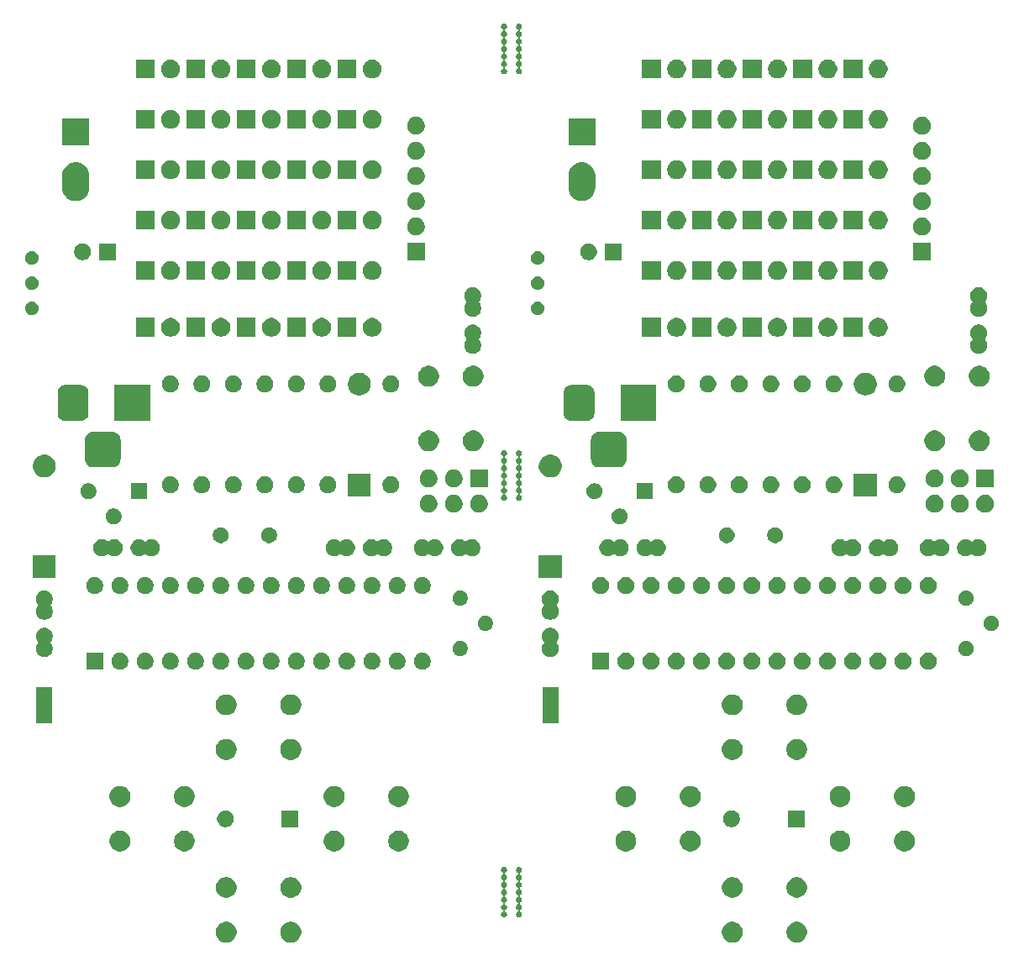
<source format=gts>
G04 #@! TF.GenerationSoftware,KiCad,Pcbnew,(5.1.5)-3*
G04 #@! TF.CreationDate,2022-03-28T13:22:09+02:00*
G04 #@! TF.ProjectId,Panel-Game-Console,50616e65-6c2d-4476-916d-652d436f6e73,v3.3*
G04 #@! TF.SameCoordinates,Original*
G04 #@! TF.FileFunction,Soldermask,Top*
G04 #@! TF.FilePolarity,Negative*
%FSLAX46Y46*%
G04 Gerber Fmt 4.6, Leading zero omitted, Abs format (unit mm)*
G04 Created by KiCad (PCBNEW (5.1.5)-3) date 2022-03-28 13:22:09*
%MOMM*%
%LPD*%
G04 APERTURE LIST*
%ADD10C,0.100000*%
G04 APERTURE END LIST*
D10*
G36*
X174056564Y-134509389D02*
G01*
X174247833Y-134588615D01*
X174247835Y-134588616D01*
X174419973Y-134703635D01*
X174566365Y-134850027D01*
X174681385Y-135022167D01*
X174760611Y-135213436D01*
X174801000Y-135416484D01*
X174801000Y-135623516D01*
X174760611Y-135826564D01*
X174681385Y-136017833D01*
X174681384Y-136017835D01*
X174566365Y-136189973D01*
X174419973Y-136336365D01*
X174247835Y-136451384D01*
X174247834Y-136451385D01*
X174247833Y-136451385D01*
X174056564Y-136530611D01*
X173853516Y-136571000D01*
X173646484Y-136571000D01*
X173443436Y-136530611D01*
X173252167Y-136451385D01*
X173252166Y-136451385D01*
X173252165Y-136451384D01*
X173080027Y-136336365D01*
X172933635Y-136189973D01*
X172818616Y-136017835D01*
X172818615Y-136017833D01*
X172739389Y-135826564D01*
X172699000Y-135623516D01*
X172699000Y-135416484D01*
X172739389Y-135213436D01*
X172818615Y-135022167D01*
X172933635Y-134850027D01*
X173080027Y-134703635D01*
X173252165Y-134588616D01*
X173252167Y-134588615D01*
X173443436Y-134509389D01*
X173646484Y-134469000D01*
X173853516Y-134469000D01*
X174056564Y-134509389D01*
G37*
G36*
X167556564Y-134509389D02*
G01*
X167747833Y-134588615D01*
X167747835Y-134588616D01*
X167919973Y-134703635D01*
X168066365Y-134850027D01*
X168181385Y-135022167D01*
X168260611Y-135213436D01*
X168301000Y-135416484D01*
X168301000Y-135623516D01*
X168260611Y-135826564D01*
X168181385Y-136017833D01*
X168181384Y-136017835D01*
X168066365Y-136189973D01*
X167919973Y-136336365D01*
X167747835Y-136451384D01*
X167747834Y-136451385D01*
X167747833Y-136451385D01*
X167556564Y-136530611D01*
X167353516Y-136571000D01*
X167146484Y-136571000D01*
X166943436Y-136530611D01*
X166752167Y-136451385D01*
X166752166Y-136451385D01*
X166752165Y-136451384D01*
X166580027Y-136336365D01*
X166433635Y-136189973D01*
X166318616Y-136017835D01*
X166318615Y-136017833D01*
X166239389Y-135826564D01*
X166199000Y-135623516D01*
X166199000Y-135416484D01*
X166239389Y-135213436D01*
X166318615Y-135022167D01*
X166433635Y-134850027D01*
X166580027Y-134703635D01*
X166752165Y-134588616D01*
X166752167Y-134588615D01*
X166943436Y-134509389D01*
X167146484Y-134469000D01*
X167353516Y-134469000D01*
X167556564Y-134509389D01*
G37*
G36*
X123056564Y-134509389D02*
G01*
X123247833Y-134588615D01*
X123247835Y-134588616D01*
X123419973Y-134703635D01*
X123566365Y-134850027D01*
X123681385Y-135022167D01*
X123760611Y-135213436D01*
X123801000Y-135416484D01*
X123801000Y-135623516D01*
X123760611Y-135826564D01*
X123681385Y-136017833D01*
X123681384Y-136017835D01*
X123566365Y-136189973D01*
X123419973Y-136336365D01*
X123247835Y-136451384D01*
X123247834Y-136451385D01*
X123247833Y-136451385D01*
X123056564Y-136530611D01*
X122853516Y-136571000D01*
X122646484Y-136571000D01*
X122443436Y-136530611D01*
X122252167Y-136451385D01*
X122252166Y-136451385D01*
X122252165Y-136451384D01*
X122080027Y-136336365D01*
X121933635Y-136189973D01*
X121818616Y-136017835D01*
X121818615Y-136017833D01*
X121739389Y-135826564D01*
X121699000Y-135623516D01*
X121699000Y-135416484D01*
X121739389Y-135213436D01*
X121818615Y-135022167D01*
X121933635Y-134850027D01*
X122080027Y-134703635D01*
X122252165Y-134588616D01*
X122252167Y-134588615D01*
X122443436Y-134509389D01*
X122646484Y-134469000D01*
X122853516Y-134469000D01*
X123056564Y-134509389D01*
G37*
G36*
X116556564Y-134509389D02*
G01*
X116747833Y-134588615D01*
X116747835Y-134588616D01*
X116919973Y-134703635D01*
X117066365Y-134850027D01*
X117181385Y-135022167D01*
X117260611Y-135213436D01*
X117301000Y-135416484D01*
X117301000Y-135623516D01*
X117260611Y-135826564D01*
X117181385Y-136017833D01*
X117181384Y-136017835D01*
X117066365Y-136189973D01*
X116919973Y-136336365D01*
X116747835Y-136451384D01*
X116747834Y-136451385D01*
X116747833Y-136451385D01*
X116556564Y-136530611D01*
X116353516Y-136571000D01*
X116146484Y-136571000D01*
X115943436Y-136530611D01*
X115752167Y-136451385D01*
X115752166Y-136451385D01*
X115752165Y-136451384D01*
X115580027Y-136336365D01*
X115433635Y-136189973D01*
X115318616Y-136017835D01*
X115318615Y-136017833D01*
X115239389Y-135826564D01*
X115199000Y-135623516D01*
X115199000Y-135416484D01*
X115239389Y-135213436D01*
X115318615Y-135022167D01*
X115433635Y-134850027D01*
X115580027Y-134703635D01*
X115752165Y-134588616D01*
X115752167Y-134588615D01*
X115943436Y-134509389D01*
X116146484Y-134469000D01*
X116353516Y-134469000D01*
X116556564Y-134509389D01*
G37*
G36*
X144337797Y-128960567D02*
G01*
X144392575Y-128983257D01*
X144392577Y-128983258D01*
X144441876Y-129016198D01*
X144483802Y-129058124D01*
X144516742Y-129107423D01*
X144516743Y-129107425D01*
X144539433Y-129162203D01*
X144551000Y-129220353D01*
X144551000Y-129279647D01*
X144539433Y-129337797D01*
X144516743Y-129392575D01*
X144516742Y-129392577D01*
X144483802Y-129441876D01*
X144441876Y-129483802D01*
X144392577Y-129516742D01*
X144386104Y-129521067D01*
X144367162Y-129536612D01*
X144351617Y-129555554D01*
X144340066Y-129577165D01*
X144332953Y-129600614D01*
X144330551Y-129625000D01*
X144332953Y-129649386D01*
X144340066Y-129672835D01*
X144351617Y-129694446D01*
X144367162Y-129713388D01*
X144386104Y-129728933D01*
X144392577Y-129733258D01*
X144441876Y-129766198D01*
X144483802Y-129808124D01*
X144516742Y-129857423D01*
X144516743Y-129857425D01*
X144539433Y-129912203D01*
X144551000Y-129970353D01*
X144551000Y-130029647D01*
X144539433Y-130087797D01*
X144516743Y-130142575D01*
X144516742Y-130142577D01*
X144483802Y-130191876D01*
X144441876Y-130233802D01*
X144392577Y-130266742D01*
X144386104Y-130271067D01*
X144367162Y-130286612D01*
X144351617Y-130305554D01*
X144340066Y-130327165D01*
X144332953Y-130350614D01*
X144330551Y-130375000D01*
X144332953Y-130399386D01*
X144340066Y-130422835D01*
X144351617Y-130444446D01*
X144367162Y-130463388D01*
X144386104Y-130478933D01*
X144392577Y-130483258D01*
X144441876Y-130516198D01*
X144483802Y-130558124D01*
X144516742Y-130607423D01*
X144516743Y-130607425D01*
X144539433Y-130662203D01*
X144551000Y-130720353D01*
X144551000Y-130779647D01*
X144539433Y-130837797D01*
X144516743Y-130892575D01*
X144516742Y-130892577D01*
X144483802Y-130941876D01*
X144441876Y-130983802D01*
X144392577Y-131016742D01*
X144386104Y-131021067D01*
X144367162Y-131036612D01*
X144351617Y-131055554D01*
X144340066Y-131077165D01*
X144332953Y-131100614D01*
X144330551Y-131125000D01*
X144332953Y-131149386D01*
X144340066Y-131172835D01*
X144351617Y-131194446D01*
X144367162Y-131213388D01*
X144386104Y-131228933D01*
X144392577Y-131233258D01*
X144441876Y-131266198D01*
X144483802Y-131308124D01*
X144516742Y-131357423D01*
X144516743Y-131357425D01*
X144539433Y-131412203D01*
X144551000Y-131470353D01*
X144551000Y-131529647D01*
X144539433Y-131587797D01*
X144516743Y-131642575D01*
X144516742Y-131642577D01*
X144483802Y-131691876D01*
X144441876Y-131733802D01*
X144392577Y-131766742D01*
X144386104Y-131771067D01*
X144367162Y-131786612D01*
X144351617Y-131805554D01*
X144340066Y-131827165D01*
X144332953Y-131850614D01*
X144330551Y-131875000D01*
X144332953Y-131899386D01*
X144340066Y-131922835D01*
X144351617Y-131944446D01*
X144367162Y-131963388D01*
X144386104Y-131978933D01*
X144392577Y-131983258D01*
X144441876Y-132016198D01*
X144483802Y-132058124D01*
X144492405Y-132071000D01*
X144516743Y-132107425D01*
X144539433Y-132162203D01*
X144551000Y-132220353D01*
X144551000Y-132279647D01*
X144539433Y-132337797D01*
X144516743Y-132392575D01*
X144516742Y-132392577D01*
X144483802Y-132441876D01*
X144441876Y-132483802D01*
X144392577Y-132516742D01*
X144386104Y-132521067D01*
X144367162Y-132536612D01*
X144351617Y-132555554D01*
X144340066Y-132577165D01*
X144332953Y-132600614D01*
X144330551Y-132625000D01*
X144332953Y-132649386D01*
X144340066Y-132672835D01*
X144351617Y-132694446D01*
X144367162Y-132713388D01*
X144386104Y-132728933D01*
X144392577Y-132733258D01*
X144441876Y-132766198D01*
X144483802Y-132808124D01*
X144516742Y-132857423D01*
X144516743Y-132857425D01*
X144539433Y-132912203D01*
X144551000Y-132970353D01*
X144551000Y-133029647D01*
X144539433Y-133087797D01*
X144516743Y-133142575D01*
X144516742Y-133142577D01*
X144483802Y-133191876D01*
X144441876Y-133233802D01*
X144392577Y-133266742D01*
X144386104Y-133271067D01*
X144367162Y-133286612D01*
X144351617Y-133305554D01*
X144340066Y-133327165D01*
X144332953Y-133350614D01*
X144330551Y-133375000D01*
X144332953Y-133399386D01*
X144340066Y-133422835D01*
X144351617Y-133444446D01*
X144367162Y-133463388D01*
X144386104Y-133478933D01*
X144392577Y-133483258D01*
X144441876Y-133516198D01*
X144483802Y-133558124D01*
X144516742Y-133607423D01*
X144516743Y-133607425D01*
X144539433Y-133662203D01*
X144551000Y-133720353D01*
X144551000Y-133779647D01*
X144539433Y-133837797D01*
X144516743Y-133892575D01*
X144516742Y-133892577D01*
X144483802Y-133941876D01*
X144441876Y-133983802D01*
X144392577Y-134016742D01*
X144392576Y-134016743D01*
X144392575Y-134016743D01*
X144337797Y-134039433D01*
X144279647Y-134051000D01*
X144220353Y-134051000D01*
X144162203Y-134039433D01*
X144107425Y-134016743D01*
X144107424Y-134016743D01*
X144107423Y-134016742D01*
X144058124Y-133983802D01*
X144016198Y-133941876D01*
X143983258Y-133892577D01*
X143983257Y-133892575D01*
X143960567Y-133837797D01*
X143949000Y-133779647D01*
X143949000Y-133720353D01*
X143960567Y-133662203D01*
X143983257Y-133607425D01*
X143983258Y-133607423D01*
X144016198Y-133558124D01*
X144058124Y-133516198D01*
X144107423Y-133483258D01*
X144113896Y-133478933D01*
X144132838Y-133463388D01*
X144148383Y-133444446D01*
X144159934Y-133422835D01*
X144167047Y-133399386D01*
X144169449Y-133375000D01*
X144167047Y-133350614D01*
X144159934Y-133327165D01*
X144148383Y-133305554D01*
X144132838Y-133286612D01*
X144113896Y-133271067D01*
X144107423Y-133266742D01*
X144058124Y-133233802D01*
X144016198Y-133191876D01*
X143983258Y-133142577D01*
X143983257Y-133142575D01*
X143960567Y-133087797D01*
X143949000Y-133029647D01*
X143949000Y-132970353D01*
X143960567Y-132912203D01*
X143983257Y-132857425D01*
X143983258Y-132857423D01*
X144016198Y-132808124D01*
X144058124Y-132766198D01*
X144107423Y-132733258D01*
X144113896Y-132728933D01*
X144132838Y-132713388D01*
X144148383Y-132694446D01*
X144159934Y-132672835D01*
X144167047Y-132649386D01*
X144169449Y-132625000D01*
X144167047Y-132600614D01*
X144159934Y-132577165D01*
X144148383Y-132555554D01*
X144132838Y-132536612D01*
X144113896Y-132521067D01*
X144107423Y-132516742D01*
X144058124Y-132483802D01*
X144016198Y-132441876D01*
X143983258Y-132392577D01*
X143983257Y-132392575D01*
X143960567Y-132337797D01*
X143949000Y-132279647D01*
X143949000Y-132220353D01*
X143960567Y-132162203D01*
X143983257Y-132107425D01*
X144007595Y-132071000D01*
X144016198Y-132058124D01*
X144058124Y-132016198D01*
X144107423Y-131983258D01*
X144113896Y-131978933D01*
X144132838Y-131963388D01*
X144148383Y-131944446D01*
X144159934Y-131922835D01*
X144167047Y-131899386D01*
X144169449Y-131875000D01*
X144167047Y-131850614D01*
X144159934Y-131827165D01*
X144148383Y-131805554D01*
X144132838Y-131786612D01*
X144113896Y-131771067D01*
X144107423Y-131766742D01*
X144058124Y-131733802D01*
X144016198Y-131691876D01*
X143983258Y-131642577D01*
X143983257Y-131642575D01*
X143960567Y-131587797D01*
X143949000Y-131529647D01*
X143949000Y-131470353D01*
X143960567Y-131412203D01*
X143983257Y-131357425D01*
X143983258Y-131357423D01*
X144016198Y-131308124D01*
X144058124Y-131266198D01*
X144107423Y-131233258D01*
X144113896Y-131228933D01*
X144132838Y-131213388D01*
X144148383Y-131194446D01*
X144159934Y-131172835D01*
X144167047Y-131149386D01*
X144169449Y-131125000D01*
X144167047Y-131100614D01*
X144159934Y-131077165D01*
X144148383Y-131055554D01*
X144132838Y-131036612D01*
X144113896Y-131021067D01*
X144107423Y-131016742D01*
X144058124Y-130983802D01*
X144016198Y-130941876D01*
X143983258Y-130892577D01*
X143983257Y-130892575D01*
X143960567Y-130837797D01*
X143949000Y-130779647D01*
X143949000Y-130720353D01*
X143960567Y-130662203D01*
X143983257Y-130607425D01*
X143983258Y-130607423D01*
X144016198Y-130558124D01*
X144058124Y-130516198D01*
X144107423Y-130483258D01*
X144113896Y-130478933D01*
X144132838Y-130463388D01*
X144148383Y-130444446D01*
X144159934Y-130422835D01*
X144167047Y-130399386D01*
X144169449Y-130375000D01*
X144167047Y-130350614D01*
X144159934Y-130327165D01*
X144148383Y-130305554D01*
X144132838Y-130286612D01*
X144113896Y-130271067D01*
X144107423Y-130266742D01*
X144058124Y-130233802D01*
X144016198Y-130191876D01*
X143983258Y-130142577D01*
X143983257Y-130142575D01*
X143960567Y-130087797D01*
X143949000Y-130029647D01*
X143949000Y-129970353D01*
X143960567Y-129912203D01*
X143983257Y-129857425D01*
X143983258Y-129857423D01*
X144016198Y-129808124D01*
X144058124Y-129766198D01*
X144107423Y-129733258D01*
X144113896Y-129728933D01*
X144132838Y-129713388D01*
X144148383Y-129694446D01*
X144159934Y-129672835D01*
X144167047Y-129649386D01*
X144169449Y-129625000D01*
X144167047Y-129600614D01*
X144159934Y-129577165D01*
X144148383Y-129555554D01*
X144132838Y-129536612D01*
X144113896Y-129521067D01*
X144107423Y-129516742D01*
X144058124Y-129483802D01*
X144016198Y-129441876D01*
X143983258Y-129392577D01*
X143983257Y-129392575D01*
X143960567Y-129337797D01*
X143949000Y-129279647D01*
X143949000Y-129220353D01*
X143960567Y-129162203D01*
X143983257Y-129107425D01*
X143983258Y-129107423D01*
X144016198Y-129058124D01*
X144058124Y-129016198D01*
X144107423Y-128983258D01*
X144107425Y-128983257D01*
X144162203Y-128960567D01*
X144220353Y-128949000D01*
X144279647Y-128949000D01*
X144337797Y-128960567D01*
G37*
G36*
X145837797Y-128960567D02*
G01*
X145892575Y-128983257D01*
X145892577Y-128983258D01*
X145941876Y-129016198D01*
X145983802Y-129058124D01*
X146016742Y-129107423D01*
X146016743Y-129107425D01*
X146039433Y-129162203D01*
X146051000Y-129220353D01*
X146051000Y-129279647D01*
X146039433Y-129337797D01*
X146016743Y-129392575D01*
X146016742Y-129392577D01*
X145983802Y-129441876D01*
X145941876Y-129483802D01*
X145892577Y-129516742D01*
X145886104Y-129521067D01*
X145867162Y-129536612D01*
X145851617Y-129555554D01*
X145840066Y-129577165D01*
X145832953Y-129600614D01*
X145830551Y-129625000D01*
X145832953Y-129649386D01*
X145840066Y-129672835D01*
X145851617Y-129694446D01*
X145867162Y-129713388D01*
X145886104Y-129728933D01*
X145892577Y-129733258D01*
X145941876Y-129766198D01*
X145983802Y-129808124D01*
X146016742Y-129857423D01*
X146016743Y-129857425D01*
X146039433Y-129912203D01*
X146051000Y-129970353D01*
X146051000Y-130029647D01*
X146039433Y-130087797D01*
X146016743Y-130142575D01*
X146016742Y-130142577D01*
X145983802Y-130191876D01*
X145941876Y-130233802D01*
X145892577Y-130266742D01*
X145886104Y-130271067D01*
X145867162Y-130286612D01*
X145851617Y-130305554D01*
X145840066Y-130327165D01*
X145832953Y-130350614D01*
X145830551Y-130375000D01*
X145832953Y-130399386D01*
X145840066Y-130422835D01*
X145851617Y-130444446D01*
X145867162Y-130463388D01*
X145886104Y-130478933D01*
X145892577Y-130483258D01*
X145941876Y-130516198D01*
X145983802Y-130558124D01*
X146016742Y-130607423D01*
X146016743Y-130607425D01*
X146039433Y-130662203D01*
X146051000Y-130720353D01*
X146051000Y-130779647D01*
X146039433Y-130837797D01*
X146016743Y-130892575D01*
X146016742Y-130892577D01*
X145983802Y-130941876D01*
X145941876Y-130983802D01*
X145892577Y-131016742D01*
X145886104Y-131021067D01*
X145867162Y-131036612D01*
X145851617Y-131055554D01*
X145840066Y-131077165D01*
X145832953Y-131100614D01*
X145830551Y-131125000D01*
X145832953Y-131149386D01*
X145840066Y-131172835D01*
X145851617Y-131194446D01*
X145867162Y-131213388D01*
X145886104Y-131228933D01*
X145892577Y-131233258D01*
X145941876Y-131266198D01*
X145983802Y-131308124D01*
X146016742Y-131357423D01*
X146016743Y-131357425D01*
X146039433Y-131412203D01*
X146051000Y-131470353D01*
X146051000Y-131529647D01*
X146039433Y-131587797D01*
X146016743Y-131642575D01*
X146016742Y-131642577D01*
X145983802Y-131691876D01*
X145941876Y-131733802D01*
X145892577Y-131766742D01*
X145886104Y-131771067D01*
X145867162Y-131786612D01*
X145851617Y-131805554D01*
X145840066Y-131827165D01*
X145832953Y-131850614D01*
X145830551Y-131875000D01*
X145832953Y-131899386D01*
X145840066Y-131922835D01*
X145851617Y-131944446D01*
X145867162Y-131963388D01*
X145886104Y-131978933D01*
X145892577Y-131983258D01*
X145941876Y-132016198D01*
X145983802Y-132058124D01*
X145992405Y-132071000D01*
X146016743Y-132107425D01*
X146039433Y-132162203D01*
X146051000Y-132220353D01*
X146051000Y-132279647D01*
X146039433Y-132337797D01*
X146016743Y-132392575D01*
X146016742Y-132392577D01*
X145983802Y-132441876D01*
X145941876Y-132483802D01*
X145892577Y-132516742D01*
X145886104Y-132521067D01*
X145867162Y-132536612D01*
X145851617Y-132555554D01*
X145840066Y-132577165D01*
X145832953Y-132600614D01*
X145830551Y-132625000D01*
X145832953Y-132649386D01*
X145840066Y-132672835D01*
X145851617Y-132694446D01*
X145867162Y-132713388D01*
X145886104Y-132728933D01*
X145892577Y-132733258D01*
X145941876Y-132766198D01*
X145983802Y-132808124D01*
X146016742Y-132857423D01*
X146016743Y-132857425D01*
X146039433Y-132912203D01*
X146051000Y-132970353D01*
X146051000Y-133029647D01*
X146039433Y-133087797D01*
X146016743Y-133142575D01*
X146016742Y-133142577D01*
X145983802Y-133191876D01*
X145941876Y-133233802D01*
X145892577Y-133266742D01*
X145886104Y-133271067D01*
X145867162Y-133286612D01*
X145851617Y-133305554D01*
X145840066Y-133327165D01*
X145832953Y-133350614D01*
X145830551Y-133375000D01*
X145832953Y-133399386D01*
X145840066Y-133422835D01*
X145851617Y-133444446D01*
X145867162Y-133463388D01*
X145886104Y-133478933D01*
X145892577Y-133483258D01*
X145941876Y-133516198D01*
X145983802Y-133558124D01*
X146016742Y-133607423D01*
X146016743Y-133607425D01*
X146039433Y-133662203D01*
X146051000Y-133720353D01*
X146051000Y-133779647D01*
X146039433Y-133837797D01*
X146016743Y-133892575D01*
X146016742Y-133892577D01*
X145983802Y-133941876D01*
X145941876Y-133983802D01*
X145892577Y-134016742D01*
X145892576Y-134016743D01*
X145892575Y-134016743D01*
X145837797Y-134039433D01*
X145779647Y-134051000D01*
X145720353Y-134051000D01*
X145662203Y-134039433D01*
X145607425Y-134016743D01*
X145607424Y-134016743D01*
X145607423Y-134016742D01*
X145558124Y-133983802D01*
X145516198Y-133941876D01*
X145483258Y-133892577D01*
X145483257Y-133892575D01*
X145460567Y-133837797D01*
X145449000Y-133779647D01*
X145449000Y-133720353D01*
X145460567Y-133662203D01*
X145483257Y-133607425D01*
X145483258Y-133607423D01*
X145516198Y-133558124D01*
X145558124Y-133516198D01*
X145607423Y-133483258D01*
X145613896Y-133478933D01*
X145632838Y-133463388D01*
X145648383Y-133444446D01*
X145659934Y-133422835D01*
X145667047Y-133399386D01*
X145669449Y-133375000D01*
X145667047Y-133350614D01*
X145659934Y-133327165D01*
X145648383Y-133305554D01*
X145632838Y-133286612D01*
X145613896Y-133271067D01*
X145607423Y-133266742D01*
X145558124Y-133233802D01*
X145516198Y-133191876D01*
X145483258Y-133142577D01*
X145483257Y-133142575D01*
X145460567Y-133087797D01*
X145449000Y-133029647D01*
X145449000Y-132970353D01*
X145460567Y-132912203D01*
X145483257Y-132857425D01*
X145483258Y-132857423D01*
X145516198Y-132808124D01*
X145558124Y-132766198D01*
X145607423Y-132733258D01*
X145613896Y-132728933D01*
X145632838Y-132713388D01*
X145648383Y-132694446D01*
X145659934Y-132672835D01*
X145667047Y-132649386D01*
X145669449Y-132625000D01*
X145667047Y-132600614D01*
X145659934Y-132577165D01*
X145648383Y-132555554D01*
X145632838Y-132536612D01*
X145613896Y-132521067D01*
X145607423Y-132516742D01*
X145558124Y-132483802D01*
X145516198Y-132441876D01*
X145483258Y-132392577D01*
X145483257Y-132392575D01*
X145460567Y-132337797D01*
X145449000Y-132279647D01*
X145449000Y-132220353D01*
X145460567Y-132162203D01*
X145483257Y-132107425D01*
X145507595Y-132071000D01*
X145516198Y-132058124D01*
X145558124Y-132016198D01*
X145607423Y-131983258D01*
X145613896Y-131978933D01*
X145632838Y-131963388D01*
X145648383Y-131944446D01*
X145659934Y-131922835D01*
X145667047Y-131899386D01*
X145669449Y-131875000D01*
X145667047Y-131850614D01*
X145659934Y-131827165D01*
X145648383Y-131805554D01*
X145632838Y-131786612D01*
X145613896Y-131771067D01*
X145607423Y-131766742D01*
X145558124Y-131733802D01*
X145516198Y-131691876D01*
X145483258Y-131642577D01*
X145483257Y-131642575D01*
X145460567Y-131587797D01*
X145449000Y-131529647D01*
X145449000Y-131470353D01*
X145460567Y-131412203D01*
X145483257Y-131357425D01*
X145483258Y-131357423D01*
X145516198Y-131308124D01*
X145558124Y-131266198D01*
X145607423Y-131233258D01*
X145613896Y-131228933D01*
X145632838Y-131213388D01*
X145648383Y-131194446D01*
X145659934Y-131172835D01*
X145667047Y-131149386D01*
X145669449Y-131125000D01*
X145667047Y-131100614D01*
X145659934Y-131077165D01*
X145648383Y-131055554D01*
X145632838Y-131036612D01*
X145613896Y-131021067D01*
X145607423Y-131016742D01*
X145558124Y-130983802D01*
X145516198Y-130941876D01*
X145483258Y-130892577D01*
X145483257Y-130892575D01*
X145460567Y-130837797D01*
X145449000Y-130779647D01*
X145449000Y-130720353D01*
X145460567Y-130662203D01*
X145483257Y-130607425D01*
X145483258Y-130607423D01*
X145516198Y-130558124D01*
X145558124Y-130516198D01*
X145607423Y-130483258D01*
X145613896Y-130478933D01*
X145632838Y-130463388D01*
X145648383Y-130444446D01*
X145659934Y-130422835D01*
X145667047Y-130399386D01*
X145669449Y-130375000D01*
X145667047Y-130350614D01*
X145659934Y-130327165D01*
X145648383Y-130305554D01*
X145632838Y-130286612D01*
X145613896Y-130271067D01*
X145607423Y-130266742D01*
X145558124Y-130233802D01*
X145516198Y-130191876D01*
X145483258Y-130142577D01*
X145483257Y-130142575D01*
X145460567Y-130087797D01*
X145449000Y-130029647D01*
X145449000Y-129970353D01*
X145460567Y-129912203D01*
X145483257Y-129857425D01*
X145483258Y-129857423D01*
X145516198Y-129808124D01*
X145558124Y-129766198D01*
X145607423Y-129733258D01*
X145613896Y-129728933D01*
X145632838Y-129713388D01*
X145648383Y-129694446D01*
X145659934Y-129672835D01*
X145667047Y-129649386D01*
X145669449Y-129625000D01*
X145667047Y-129600614D01*
X145659934Y-129577165D01*
X145648383Y-129555554D01*
X145632838Y-129536612D01*
X145613896Y-129521067D01*
X145607423Y-129516742D01*
X145558124Y-129483802D01*
X145516198Y-129441876D01*
X145483258Y-129392577D01*
X145483257Y-129392575D01*
X145460567Y-129337797D01*
X145449000Y-129279647D01*
X145449000Y-129220353D01*
X145460567Y-129162203D01*
X145483257Y-129107425D01*
X145483258Y-129107423D01*
X145516198Y-129058124D01*
X145558124Y-129016198D01*
X145607423Y-128983258D01*
X145607425Y-128983257D01*
X145662203Y-128960567D01*
X145720353Y-128949000D01*
X145779647Y-128949000D01*
X145837797Y-128960567D01*
G37*
G36*
X167556564Y-130009389D02*
G01*
X167747833Y-130088615D01*
X167747835Y-130088616D01*
X167919973Y-130203635D01*
X168066365Y-130350027D01*
X168132497Y-130449000D01*
X168181385Y-130522167D01*
X168260611Y-130713436D01*
X168301000Y-130916484D01*
X168301000Y-131123516D01*
X168260611Y-131326564D01*
X168225138Y-131412203D01*
X168181384Y-131517835D01*
X168066365Y-131689973D01*
X167919973Y-131836365D01*
X167747835Y-131951384D01*
X167747834Y-131951385D01*
X167747833Y-131951385D01*
X167556564Y-132030611D01*
X167353516Y-132071000D01*
X167146484Y-132071000D01*
X166943436Y-132030611D01*
X166752167Y-131951385D01*
X166752166Y-131951385D01*
X166752165Y-131951384D01*
X166580027Y-131836365D01*
X166433635Y-131689973D01*
X166318616Y-131517835D01*
X166274862Y-131412203D01*
X166239389Y-131326564D01*
X166199000Y-131123516D01*
X166199000Y-130916484D01*
X166239389Y-130713436D01*
X166318615Y-130522167D01*
X166367504Y-130449000D01*
X166433635Y-130350027D01*
X166580027Y-130203635D01*
X166752165Y-130088616D01*
X166752167Y-130088615D01*
X166943436Y-130009389D01*
X167146484Y-129969000D01*
X167353516Y-129969000D01*
X167556564Y-130009389D01*
G37*
G36*
X174056564Y-130009389D02*
G01*
X174247833Y-130088615D01*
X174247835Y-130088616D01*
X174419973Y-130203635D01*
X174566365Y-130350027D01*
X174632497Y-130449000D01*
X174681385Y-130522167D01*
X174760611Y-130713436D01*
X174801000Y-130916484D01*
X174801000Y-131123516D01*
X174760611Y-131326564D01*
X174725138Y-131412203D01*
X174681384Y-131517835D01*
X174566365Y-131689973D01*
X174419973Y-131836365D01*
X174247835Y-131951384D01*
X174247834Y-131951385D01*
X174247833Y-131951385D01*
X174056564Y-132030611D01*
X173853516Y-132071000D01*
X173646484Y-132071000D01*
X173443436Y-132030611D01*
X173252167Y-131951385D01*
X173252166Y-131951385D01*
X173252165Y-131951384D01*
X173080027Y-131836365D01*
X172933635Y-131689973D01*
X172818616Y-131517835D01*
X172774862Y-131412203D01*
X172739389Y-131326564D01*
X172699000Y-131123516D01*
X172699000Y-130916484D01*
X172739389Y-130713436D01*
X172818615Y-130522167D01*
X172867504Y-130449000D01*
X172933635Y-130350027D01*
X173080027Y-130203635D01*
X173252165Y-130088616D01*
X173252167Y-130088615D01*
X173443436Y-130009389D01*
X173646484Y-129969000D01*
X173853516Y-129969000D01*
X174056564Y-130009389D01*
G37*
G36*
X116556564Y-130009389D02*
G01*
X116747833Y-130088615D01*
X116747835Y-130088616D01*
X116919973Y-130203635D01*
X117066365Y-130350027D01*
X117132497Y-130449000D01*
X117181385Y-130522167D01*
X117260611Y-130713436D01*
X117301000Y-130916484D01*
X117301000Y-131123516D01*
X117260611Y-131326564D01*
X117225138Y-131412203D01*
X117181384Y-131517835D01*
X117066365Y-131689973D01*
X116919973Y-131836365D01*
X116747835Y-131951384D01*
X116747834Y-131951385D01*
X116747833Y-131951385D01*
X116556564Y-132030611D01*
X116353516Y-132071000D01*
X116146484Y-132071000D01*
X115943436Y-132030611D01*
X115752167Y-131951385D01*
X115752166Y-131951385D01*
X115752165Y-131951384D01*
X115580027Y-131836365D01*
X115433635Y-131689973D01*
X115318616Y-131517835D01*
X115274862Y-131412203D01*
X115239389Y-131326564D01*
X115199000Y-131123516D01*
X115199000Y-130916484D01*
X115239389Y-130713436D01*
X115318615Y-130522167D01*
X115367504Y-130449000D01*
X115433635Y-130350027D01*
X115580027Y-130203635D01*
X115752165Y-130088616D01*
X115752167Y-130088615D01*
X115943436Y-130009389D01*
X116146484Y-129969000D01*
X116353516Y-129969000D01*
X116556564Y-130009389D01*
G37*
G36*
X123056564Y-130009389D02*
G01*
X123247833Y-130088615D01*
X123247835Y-130088616D01*
X123419973Y-130203635D01*
X123566365Y-130350027D01*
X123632497Y-130449000D01*
X123681385Y-130522167D01*
X123760611Y-130713436D01*
X123801000Y-130916484D01*
X123801000Y-131123516D01*
X123760611Y-131326564D01*
X123725138Y-131412203D01*
X123681384Y-131517835D01*
X123566365Y-131689973D01*
X123419973Y-131836365D01*
X123247835Y-131951384D01*
X123247834Y-131951385D01*
X123247833Y-131951385D01*
X123056564Y-132030611D01*
X122853516Y-132071000D01*
X122646484Y-132071000D01*
X122443436Y-132030611D01*
X122252167Y-131951385D01*
X122252166Y-131951385D01*
X122252165Y-131951384D01*
X122080027Y-131836365D01*
X121933635Y-131689973D01*
X121818616Y-131517835D01*
X121774862Y-131412203D01*
X121739389Y-131326564D01*
X121699000Y-131123516D01*
X121699000Y-130916484D01*
X121739389Y-130713436D01*
X121818615Y-130522167D01*
X121867504Y-130449000D01*
X121933635Y-130350027D01*
X122080027Y-130203635D01*
X122252165Y-130088616D01*
X122252167Y-130088615D01*
X122443436Y-130009389D01*
X122646484Y-129969000D01*
X122853516Y-129969000D01*
X123056564Y-130009389D01*
G37*
G36*
X163336564Y-125334389D02*
G01*
X163527833Y-125413615D01*
X163527835Y-125413616D01*
X163699973Y-125528635D01*
X163846365Y-125675027D01*
X163961385Y-125847167D01*
X164040611Y-126038436D01*
X164081000Y-126241484D01*
X164081000Y-126448516D01*
X164040611Y-126651564D01*
X163961385Y-126842833D01*
X163961384Y-126842835D01*
X163846365Y-127014973D01*
X163699973Y-127161365D01*
X163527835Y-127276384D01*
X163527834Y-127276385D01*
X163527833Y-127276385D01*
X163336564Y-127355611D01*
X163133516Y-127396000D01*
X162926484Y-127396000D01*
X162723436Y-127355611D01*
X162532167Y-127276385D01*
X162532166Y-127276385D01*
X162532165Y-127276384D01*
X162360027Y-127161365D01*
X162213635Y-127014973D01*
X162098616Y-126842835D01*
X162098615Y-126842833D01*
X162019389Y-126651564D01*
X161979000Y-126448516D01*
X161979000Y-126241484D01*
X162019389Y-126038436D01*
X162098615Y-125847167D01*
X162213635Y-125675027D01*
X162360027Y-125528635D01*
X162532165Y-125413616D01*
X162532167Y-125413615D01*
X162723436Y-125334389D01*
X162926484Y-125294000D01*
X163133516Y-125294000D01*
X163336564Y-125334389D01*
G37*
G36*
X133926564Y-125334389D02*
G01*
X134117833Y-125413615D01*
X134117835Y-125413616D01*
X134289973Y-125528635D01*
X134436365Y-125675027D01*
X134551385Y-125847167D01*
X134630611Y-126038436D01*
X134671000Y-126241484D01*
X134671000Y-126448516D01*
X134630611Y-126651564D01*
X134551385Y-126842833D01*
X134551384Y-126842835D01*
X134436365Y-127014973D01*
X134289973Y-127161365D01*
X134117835Y-127276384D01*
X134117834Y-127276385D01*
X134117833Y-127276385D01*
X133926564Y-127355611D01*
X133723516Y-127396000D01*
X133516484Y-127396000D01*
X133313436Y-127355611D01*
X133122167Y-127276385D01*
X133122166Y-127276385D01*
X133122165Y-127276384D01*
X132950027Y-127161365D01*
X132803635Y-127014973D01*
X132688616Y-126842835D01*
X132688615Y-126842833D01*
X132609389Y-126651564D01*
X132569000Y-126448516D01*
X132569000Y-126241484D01*
X132609389Y-126038436D01*
X132688615Y-125847167D01*
X132803635Y-125675027D01*
X132950027Y-125528635D01*
X133122165Y-125413616D01*
X133122167Y-125413615D01*
X133313436Y-125334389D01*
X133516484Y-125294000D01*
X133723516Y-125294000D01*
X133926564Y-125334389D01*
G37*
G36*
X178426564Y-125334389D02*
G01*
X178617833Y-125413615D01*
X178617835Y-125413616D01*
X178789973Y-125528635D01*
X178936365Y-125675027D01*
X179051385Y-125847167D01*
X179130611Y-126038436D01*
X179171000Y-126241484D01*
X179171000Y-126448516D01*
X179130611Y-126651564D01*
X179051385Y-126842833D01*
X179051384Y-126842835D01*
X178936365Y-127014973D01*
X178789973Y-127161365D01*
X178617835Y-127276384D01*
X178617834Y-127276385D01*
X178617833Y-127276385D01*
X178426564Y-127355611D01*
X178223516Y-127396000D01*
X178016484Y-127396000D01*
X177813436Y-127355611D01*
X177622167Y-127276385D01*
X177622166Y-127276385D01*
X177622165Y-127276384D01*
X177450027Y-127161365D01*
X177303635Y-127014973D01*
X177188616Y-126842835D01*
X177188615Y-126842833D01*
X177109389Y-126651564D01*
X177069000Y-126448516D01*
X177069000Y-126241484D01*
X177109389Y-126038436D01*
X177188615Y-125847167D01*
X177303635Y-125675027D01*
X177450027Y-125528635D01*
X177622165Y-125413616D01*
X177622167Y-125413615D01*
X177813436Y-125334389D01*
X178016484Y-125294000D01*
X178223516Y-125294000D01*
X178426564Y-125334389D01*
G37*
G36*
X156836564Y-125334389D02*
G01*
X157027833Y-125413615D01*
X157027835Y-125413616D01*
X157199973Y-125528635D01*
X157346365Y-125675027D01*
X157461385Y-125847167D01*
X157540611Y-126038436D01*
X157581000Y-126241484D01*
X157581000Y-126448516D01*
X157540611Y-126651564D01*
X157461385Y-126842833D01*
X157461384Y-126842835D01*
X157346365Y-127014973D01*
X157199973Y-127161365D01*
X157027835Y-127276384D01*
X157027834Y-127276385D01*
X157027833Y-127276385D01*
X156836564Y-127355611D01*
X156633516Y-127396000D01*
X156426484Y-127396000D01*
X156223436Y-127355611D01*
X156032167Y-127276385D01*
X156032166Y-127276385D01*
X156032165Y-127276384D01*
X155860027Y-127161365D01*
X155713635Y-127014973D01*
X155598616Y-126842835D01*
X155598615Y-126842833D01*
X155519389Y-126651564D01*
X155479000Y-126448516D01*
X155479000Y-126241484D01*
X155519389Y-126038436D01*
X155598615Y-125847167D01*
X155713635Y-125675027D01*
X155860027Y-125528635D01*
X156032165Y-125413616D01*
X156032167Y-125413615D01*
X156223436Y-125334389D01*
X156426484Y-125294000D01*
X156633516Y-125294000D01*
X156836564Y-125334389D01*
G37*
G36*
X105836564Y-125334389D02*
G01*
X106027833Y-125413615D01*
X106027835Y-125413616D01*
X106199973Y-125528635D01*
X106346365Y-125675027D01*
X106461385Y-125847167D01*
X106540611Y-126038436D01*
X106581000Y-126241484D01*
X106581000Y-126448516D01*
X106540611Y-126651564D01*
X106461385Y-126842833D01*
X106461384Y-126842835D01*
X106346365Y-127014973D01*
X106199973Y-127161365D01*
X106027835Y-127276384D01*
X106027834Y-127276385D01*
X106027833Y-127276385D01*
X105836564Y-127355611D01*
X105633516Y-127396000D01*
X105426484Y-127396000D01*
X105223436Y-127355611D01*
X105032167Y-127276385D01*
X105032166Y-127276385D01*
X105032165Y-127276384D01*
X104860027Y-127161365D01*
X104713635Y-127014973D01*
X104598616Y-126842835D01*
X104598615Y-126842833D01*
X104519389Y-126651564D01*
X104479000Y-126448516D01*
X104479000Y-126241484D01*
X104519389Y-126038436D01*
X104598615Y-125847167D01*
X104713635Y-125675027D01*
X104860027Y-125528635D01*
X105032165Y-125413616D01*
X105032167Y-125413615D01*
X105223436Y-125334389D01*
X105426484Y-125294000D01*
X105633516Y-125294000D01*
X105836564Y-125334389D01*
G37*
G36*
X127426564Y-125334389D02*
G01*
X127617833Y-125413615D01*
X127617835Y-125413616D01*
X127789973Y-125528635D01*
X127936365Y-125675027D01*
X128051385Y-125847167D01*
X128130611Y-126038436D01*
X128171000Y-126241484D01*
X128171000Y-126448516D01*
X128130611Y-126651564D01*
X128051385Y-126842833D01*
X128051384Y-126842835D01*
X127936365Y-127014973D01*
X127789973Y-127161365D01*
X127617835Y-127276384D01*
X127617834Y-127276385D01*
X127617833Y-127276385D01*
X127426564Y-127355611D01*
X127223516Y-127396000D01*
X127016484Y-127396000D01*
X126813436Y-127355611D01*
X126622167Y-127276385D01*
X126622166Y-127276385D01*
X126622165Y-127276384D01*
X126450027Y-127161365D01*
X126303635Y-127014973D01*
X126188616Y-126842835D01*
X126188615Y-126842833D01*
X126109389Y-126651564D01*
X126069000Y-126448516D01*
X126069000Y-126241484D01*
X126109389Y-126038436D01*
X126188615Y-125847167D01*
X126303635Y-125675027D01*
X126450027Y-125528635D01*
X126622165Y-125413616D01*
X126622167Y-125413615D01*
X126813436Y-125334389D01*
X127016484Y-125294000D01*
X127223516Y-125294000D01*
X127426564Y-125334389D01*
G37*
G36*
X112336564Y-125334389D02*
G01*
X112527833Y-125413615D01*
X112527835Y-125413616D01*
X112699973Y-125528635D01*
X112846365Y-125675027D01*
X112961385Y-125847167D01*
X113040611Y-126038436D01*
X113081000Y-126241484D01*
X113081000Y-126448516D01*
X113040611Y-126651564D01*
X112961385Y-126842833D01*
X112961384Y-126842835D01*
X112846365Y-127014973D01*
X112699973Y-127161365D01*
X112527835Y-127276384D01*
X112527834Y-127276385D01*
X112527833Y-127276385D01*
X112336564Y-127355611D01*
X112133516Y-127396000D01*
X111926484Y-127396000D01*
X111723436Y-127355611D01*
X111532167Y-127276385D01*
X111532166Y-127276385D01*
X111532165Y-127276384D01*
X111360027Y-127161365D01*
X111213635Y-127014973D01*
X111098616Y-126842835D01*
X111098615Y-126842833D01*
X111019389Y-126651564D01*
X110979000Y-126448516D01*
X110979000Y-126241484D01*
X111019389Y-126038436D01*
X111098615Y-125847167D01*
X111213635Y-125675027D01*
X111360027Y-125528635D01*
X111532165Y-125413616D01*
X111532167Y-125413615D01*
X111723436Y-125334389D01*
X111926484Y-125294000D01*
X112133516Y-125294000D01*
X112336564Y-125334389D01*
G37*
G36*
X184926564Y-125334389D02*
G01*
X185117833Y-125413615D01*
X185117835Y-125413616D01*
X185289973Y-125528635D01*
X185436365Y-125675027D01*
X185551385Y-125847167D01*
X185630611Y-126038436D01*
X185671000Y-126241484D01*
X185671000Y-126448516D01*
X185630611Y-126651564D01*
X185551385Y-126842833D01*
X185551384Y-126842835D01*
X185436365Y-127014973D01*
X185289973Y-127161365D01*
X185117835Y-127276384D01*
X185117834Y-127276385D01*
X185117833Y-127276385D01*
X184926564Y-127355611D01*
X184723516Y-127396000D01*
X184516484Y-127396000D01*
X184313436Y-127355611D01*
X184122167Y-127276385D01*
X184122166Y-127276385D01*
X184122165Y-127276384D01*
X183950027Y-127161365D01*
X183803635Y-127014973D01*
X183688616Y-126842835D01*
X183688615Y-126842833D01*
X183609389Y-126651564D01*
X183569000Y-126448516D01*
X183569000Y-126241484D01*
X183609389Y-126038436D01*
X183688615Y-125847167D01*
X183803635Y-125675027D01*
X183950027Y-125528635D01*
X184122165Y-125413616D01*
X184122167Y-125413615D01*
X184313436Y-125334389D01*
X184516484Y-125294000D01*
X184723516Y-125294000D01*
X184926564Y-125334389D01*
G37*
G36*
X167423228Y-123271703D02*
G01*
X167578100Y-123335853D01*
X167717481Y-123428985D01*
X167836015Y-123547519D01*
X167929147Y-123686900D01*
X167993297Y-123841772D01*
X168026000Y-124006184D01*
X168026000Y-124173816D01*
X167993297Y-124338228D01*
X167929147Y-124493100D01*
X167836015Y-124632481D01*
X167717481Y-124751015D01*
X167578100Y-124844147D01*
X167423228Y-124908297D01*
X167258816Y-124941000D01*
X167091184Y-124941000D01*
X166926772Y-124908297D01*
X166771900Y-124844147D01*
X166632519Y-124751015D01*
X166513985Y-124632481D01*
X166420853Y-124493100D01*
X166356703Y-124338228D01*
X166324000Y-124173816D01*
X166324000Y-124006184D01*
X166356703Y-123841772D01*
X166420853Y-123686900D01*
X166513985Y-123547519D01*
X166632519Y-123428985D01*
X166771900Y-123335853D01*
X166926772Y-123271703D01*
X167091184Y-123239000D01*
X167258816Y-123239000D01*
X167423228Y-123271703D01*
G37*
G36*
X174526000Y-124941000D02*
G01*
X172824000Y-124941000D01*
X172824000Y-123239000D01*
X174526000Y-123239000D01*
X174526000Y-124941000D01*
G37*
G36*
X116423228Y-123271703D02*
G01*
X116578100Y-123335853D01*
X116717481Y-123428985D01*
X116836015Y-123547519D01*
X116929147Y-123686900D01*
X116993297Y-123841772D01*
X117026000Y-124006184D01*
X117026000Y-124173816D01*
X116993297Y-124338228D01*
X116929147Y-124493100D01*
X116836015Y-124632481D01*
X116717481Y-124751015D01*
X116578100Y-124844147D01*
X116423228Y-124908297D01*
X116258816Y-124941000D01*
X116091184Y-124941000D01*
X115926772Y-124908297D01*
X115771900Y-124844147D01*
X115632519Y-124751015D01*
X115513985Y-124632481D01*
X115420853Y-124493100D01*
X115356703Y-124338228D01*
X115324000Y-124173816D01*
X115324000Y-124006184D01*
X115356703Y-123841772D01*
X115420853Y-123686900D01*
X115513985Y-123547519D01*
X115632519Y-123428985D01*
X115771900Y-123335853D01*
X115926772Y-123271703D01*
X116091184Y-123239000D01*
X116258816Y-123239000D01*
X116423228Y-123271703D01*
G37*
G36*
X123526000Y-124941000D02*
G01*
X121824000Y-124941000D01*
X121824000Y-123239000D01*
X123526000Y-123239000D01*
X123526000Y-124941000D01*
G37*
G36*
X178426564Y-120834389D02*
G01*
X178617833Y-120913615D01*
X178617835Y-120913616D01*
X178789973Y-121028635D01*
X178936365Y-121175027D01*
X179051385Y-121347167D01*
X179130611Y-121538436D01*
X179171000Y-121741484D01*
X179171000Y-121948516D01*
X179130611Y-122151564D01*
X179051385Y-122342833D01*
X179051384Y-122342835D01*
X178936365Y-122514973D01*
X178789973Y-122661365D01*
X178617835Y-122776384D01*
X178617834Y-122776385D01*
X178617833Y-122776385D01*
X178426564Y-122855611D01*
X178223516Y-122896000D01*
X178016484Y-122896000D01*
X177813436Y-122855611D01*
X177622167Y-122776385D01*
X177622166Y-122776385D01*
X177622165Y-122776384D01*
X177450027Y-122661365D01*
X177303635Y-122514973D01*
X177188616Y-122342835D01*
X177188615Y-122342833D01*
X177109389Y-122151564D01*
X177069000Y-121948516D01*
X177069000Y-121741484D01*
X177109389Y-121538436D01*
X177188615Y-121347167D01*
X177303635Y-121175027D01*
X177450027Y-121028635D01*
X177622165Y-120913616D01*
X177622167Y-120913615D01*
X177813436Y-120834389D01*
X178016484Y-120794000D01*
X178223516Y-120794000D01*
X178426564Y-120834389D01*
G37*
G36*
X163336564Y-120834389D02*
G01*
X163527833Y-120913615D01*
X163527835Y-120913616D01*
X163699973Y-121028635D01*
X163846365Y-121175027D01*
X163961385Y-121347167D01*
X164040611Y-121538436D01*
X164081000Y-121741484D01*
X164081000Y-121948516D01*
X164040611Y-122151564D01*
X163961385Y-122342833D01*
X163961384Y-122342835D01*
X163846365Y-122514973D01*
X163699973Y-122661365D01*
X163527835Y-122776384D01*
X163527834Y-122776385D01*
X163527833Y-122776385D01*
X163336564Y-122855611D01*
X163133516Y-122896000D01*
X162926484Y-122896000D01*
X162723436Y-122855611D01*
X162532167Y-122776385D01*
X162532166Y-122776385D01*
X162532165Y-122776384D01*
X162360027Y-122661365D01*
X162213635Y-122514973D01*
X162098616Y-122342835D01*
X162098615Y-122342833D01*
X162019389Y-122151564D01*
X161979000Y-121948516D01*
X161979000Y-121741484D01*
X162019389Y-121538436D01*
X162098615Y-121347167D01*
X162213635Y-121175027D01*
X162360027Y-121028635D01*
X162532165Y-120913616D01*
X162532167Y-120913615D01*
X162723436Y-120834389D01*
X162926484Y-120794000D01*
X163133516Y-120794000D01*
X163336564Y-120834389D01*
G37*
G36*
X184926564Y-120834389D02*
G01*
X185117833Y-120913615D01*
X185117835Y-120913616D01*
X185289973Y-121028635D01*
X185436365Y-121175027D01*
X185551385Y-121347167D01*
X185630611Y-121538436D01*
X185671000Y-121741484D01*
X185671000Y-121948516D01*
X185630611Y-122151564D01*
X185551385Y-122342833D01*
X185551384Y-122342835D01*
X185436365Y-122514973D01*
X185289973Y-122661365D01*
X185117835Y-122776384D01*
X185117834Y-122776385D01*
X185117833Y-122776385D01*
X184926564Y-122855611D01*
X184723516Y-122896000D01*
X184516484Y-122896000D01*
X184313436Y-122855611D01*
X184122167Y-122776385D01*
X184122166Y-122776385D01*
X184122165Y-122776384D01*
X183950027Y-122661365D01*
X183803635Y-122514973D01*
X183688616Y-122342835D01*
X183688615Y-122342833D01*
X183609389Y-122151564D01*
X183569000Y-121948516D01*
X183569000Y-121741484D01*
X183609389Y-121538436D01*
X183688615Y-121347167D01*
X183803635Y-121175027D01*
X183950027Y-121028635D01*
X184122165Y-120913616D01*
X184122167Y-120913615D01*
X184313436Y-120834389D01*
X184516484Y-120794000D01*
X184723516Y-120794000D01*
X184926564Y-120834389D01*
G37*
G36*
X156836564Y-120834389D02*
G01*
X157027833Y-120913615D01*
X157027835Y-120913616D01*
X157199973Y-121028635D01*
X157346365Y-121175027D01*
X157461385Y-121347167D01*
X157540611Y-121538436D01*
X157581000Y-121741484D01*
X157581000Y-121948516D01*
X157540611Y-122151564D01*
X157461385Y-122342833D01*
X157461384Y-122342835D01*
X157346365Y-122514973D01*
X157199973Y-122661365D01*
X157027835Y-122776384D01*
X157027834Y-122776385D01*
X157027833Y-122776385D01*
X156836564Y-122855611D01*
X156633516Y-122896000D01*
X156426484Y-122896000D01*
X156223436Y-122855611D01*
X156032167Y-122776385D01*
X156032166Y-122776385D01*
X156032165Y-122776384D01*
X155860027Y-122661365D01*
X155713635Y-122514973D01*
X155598616Y-122342835D01*
X155598615Y-122342833D01*
X155519389Y-122151564D01*
X155479000Y-121948516D01*
X155479000Y-121741484D01*
X155519389Y-121538436D01*
X155598615Y-121347167D01*
X155713635Y-121175027D01*
X155860027Y-121028635D01*
X156032165Y-120913616D01*
X156032167Y-120913615D01*
X156223436Y-120834389D01*
X156426484Y-120794000D01*
X156633516Y-120794000D01*
X156836564Y-120834389D01*
G37*
G36*
X112336564Y-120834389D02*
G01*
X112527833Y-120913615D01*
X112527835Y-120913616D01*
X112699973Y-121028635D01*
X112846365Y-121175027D01*
X112961385Y-121347167D01*
X113040611Y-121538436D01*
X113081000Y-121741484D01*
X113081000Y-121948516D01*
X113040611Y-122151564D01*
X112961385Y-122342833D01*
X112961384Y-122342835D01*
X112846365Y-122514973D01*
X112699973Y-122661365D01*
X112527835Y-122776384D01*
X112527834Y-122776385D01*
X112527833Y-122776385D01*
X112336564Y-122855611D01*
X112133516Y-122896000D01*
X111926484Y-122896000D01*
X111723436Y-122855611D01*
X111532167Y-122776385D01*
X111532166Y-122776385D01*
X111532165Y-122776384D01*
X111360027Y-122661365D01*
X111213635Y-122514973D01*
X111098616Y-122342835D01*
X111098615Y-122342833D01*
X111019389Y-122151564D01*
X110979000Y-121948516D01*
X110979000Y-121741484D01*
X111019389Y-121538436D01*
X111098615Y-121347167D01*
X111213635Y-121175027D01*
X111360027Y-121028635D01*
X111532165Y-120913616D01*
X111532167Y-120913615D01*
X111723436Y-120834389D01*
X111926484Y-120794000D01*
X112133516Y-120794000D01*
X112336564Y-120834389D01*
G37*
G36*
X133926564Y-120834389D02*
G01*
X134117833Y-120913615D01*
X134117835Y-120913616D01*
X134289973Y-121028635D01*
X134436365Y-121175027D01*
X134551385Y-121347167D01*
X134630611Y-121538436D01*
X134671000Y-121741484D01*
X134671000Y-121948516D01*
X134630611Y-122151564D01*
X134551385Y-122342833D01*
X134551384Y-122342835D01*
X134436365Y-122514973D01*
X134289973Y-122661365D01*
X134117835Y-122776384D01*
X134117834Y-122776385D01*
X134117833Y-122776385D01*
X133926564Y-122855611D01*
X133723516Y-122896000D01*
X133516484Y-122896000D01*
X133313436Y-122855611D01*
X133122167Y-122776385D01*
X133122166Y-122776385D01*
X133122165Y-122776384D01*
X132950027Y-122661365D01*
X132803635Y-122514973D01*
X132688616Y-122342835D01*
X132688615Y-122342833D01*
X132609389Y-122151564D01*
X132569000Y-121948516D01*
X132569000Y-121741484D01*
X132609389Y-121538436D01*
X132688615Y-121347167D01*
X132803635Y-121175027D01*
X132950027Y-121028635D01*
X133122165Y-120913616D01*
X133122167Y-120913615D01*
X133313436Y-120834389D01*
X133516484Y-120794000D01*
X133723516Y-120794000D01*
X133926564Y-120834389D01*
G37*
G36*
X105836564Y-120834389D02*
G01*
X106027833Y-120913615D01*
X106027835Y-120913616D01*
X106199973Y-121028635D01*
X106346365Y-121175027D01*
X106461385Y-121347167D01*
X106540611Y-121538436D01*
X106581000Y-121741484D01*
X106581000Y-121948516D01*
X106540611Y-122151564D01*
X106461385Y-122342833D01*
X106461384Y-122342835D01*
X106346365Y-122514973D01*
X106199973Y-122661365D01*
X106027835Y-122776384D01*
X106027834Y-122776385D01*
X106027833Y-122776385D01*
X105836564Y-122855611D01*
X105633516Y-122896000D01*
X105426484Y-122896000D01*
X105223436Y-122855611D01*
X105032167Y-122776385D01*
X105032166Y-122776385D01*
X105032165Y-122776384D01*
X104860027Y-122661365D01*
X104713635Y-122514973D01*
X104598616Y-122342835D01*
X104598615Y-122342833D01*
X104519389Y-122151564D01*
X104479000Y-121948516D01*
X104479000Y-121741484D01*
X104519389Y-121538436D01*
X104598615Y-121347167D01*
X104713635Y-121175027D01*
X104860027Y-121028635D01*
X105032165Y-120913616D01*
X105032167Y-120913615D01*
X105223436Y-120834389D01*
X105426484Y-120794000D01*
X105633516Y-120794000D01*
X105836564Y-120834389D01*
G37*
G36*
X127426564Y-120834389D02*
G01*
X127617833Y-120913615D01*
X127617835Y-120913616D01*
X127789973Y-121028635D01*
X127936365Y-121175027D01*
X128051385Y-121347167D01*
X128130611Y-121538436D01*
X128171000Y-121741484D01*
X128171000Y-121948516D01*
X128130611Y-122151564D01*
X128051385Y-122342833D01*
X128051384Y-122342835D01*
X127936365Y-122514973D01*
X127789973Y-122661365D01*
X127617835Y-122776384D01*
X127617834Y-122776385D01*
X127617833Y-122776385D01*
X127426564Y-122855611D01*
X127223516Y-122896000D01*
X127016484Y-122896000D01*
X126813436Y-122855611D01*
X126622167Y-122776385D01*
X126622166Y-122776385D01*
X126622165Y-122776384D01*
X126450027Y-122661365D01*
X126303635Y-122514973D01*
X126188616Y-122342835D01*
X126188615Y-122342833D01*
X126109389Y-122151564D01*
X126069000Y-121948516D01*
X126069000Y-121741484D01*
X126109389Y-121538436D01*
X126188615Y-121347167D01*
X126303635Y-121175027D01*
X126450027Y-121028635D01*
X126622165Y-120913616D01*
X126622167Y-120913615D01*
X126813436Y-120834389D01*
X127016484Y-120794000D01*
X127223516Y-120794000D01*
X127426564Y-120834389D01*
G37*
G36*
X174056564Y-116094389D02*
G01*
X174247833Y-116173615D01*
X174247835Y-116173616D01*
X174419973Y-116288635D01*
X174566365Y-116435027D01*
X174681385Y-116607167D01*
X174760611Y-116798436D01*
X174801000Y-117001484D01*
X174801000Y-117208516D01*
X174760611Y-117411564D01*
X174681385Y-117602833D01*
X174681384Y-117602835D01*
X174566365Y-117774973D01*
X174419973Y-117921365D01*
X174247835Y-118036384D01*
X174247834Y-118036385D01*
X174247833Y-118036385D01*
X174056564Y-118115611D01*
X173853516Y-118156000D01*
X173646484Y-118156000D01*
X173443436Y-118115611D01*
X173252167Y-118036385D01*
X173252166Y-118036385D01*
X173252165Y-118036384D01*
X173080027Y-117921365D01*
X172933635Y-117774973D01*
X172818616Y-117602835D01*
X172818615Y-117602833D01*
X172739389Y-117411564D01*
X172699000Y-117208516D01*
X172699000Y-117001484D01*
X172739389Y-116798436D01*
X172818615Y-116607167D01*
X172933635Y-116435027D01*
X173080027Y-116288635D01*
X173252165Y-116173616D01*
X173252167Y-116173615D01*
X173443436Y-116094389D01*
X173646484Y-116054000D01*
X173853516Y-116054000D01*
X174056564Y-116094389D01*
G37*
G36*
X167556564Y-116094389D02*
G01*
X167747833Y-116173615D01*
X167747835Y-116173616D01*
X167919973Y-116288635D01*
X168066365Y-116435027D01*
X168181385Y-116607167D01*
X168260611Y-116798436D01*
X168301000Y-117001484D01*
X168301000Y-117208516D01*
X168260611Y-117411564D01*
X168181385Y-117602833D01*
X168181384Y-117602835D01*
X168066365Y-117774973D01*
X167919973Y-117921365D01*
X167747835Y-118036384D01*
X167747834Y-118036385D01*
X167747833Y-118036385D01*
X167556564Y-118115611D01*
X167353516Y-118156000D01*
X167146484Y-118156000D01*
X166943436Y-118115611D01*
X166752167Y-118036385D01*
X166752166Y-118036385D01*
X166752165Y-118036384D01*
X166580027Y-117921365D01*
X166433635Y-117774973D01*
X166318616Y-117602835D01*
X166318615Y-117602833D01*
X166239389Y-117411564D01*
X166199000Y-117208516D01*
X166199000Y-117001484D01*
X166239389Y-116798436D01*
X166318615Y-116607167D01*
X166433635Y-116435027D01*
X166580027Y-116288635D01*
X166752165Y-116173616D01*
X166752167Y-116173615D01*
X166943436Y-116094389D01*
X167146484Y-116054000D01*
X167353516Y-116054000D01*
X167556564Y-116094389D01*
G37*
G36*
X123056564Y-116094389D02*
G01*
X123247833Y-116173615D01*
X123247835Y-116173616D01*
X123419973Y-116288635D01*
X123566365Y-116435027D01*
X123681385Y-116607167D01*
X123760611Y-116798436D01*
X123801000Y-117001484D01*
X123801000Y-117208516D01*
X123760611Y-117411564D01*
X123681385Y-117602833D01*
X123681384Y-117602835D01*
X123566365Y-117774973D01*
X123419973Y-117921365D01*
X123247835Y-118036384D01*
X123247834Y-118036385D01*
X123247833Y-118036385D01*
X123056564Y-118115611D01*
X122853516Y-118156000D01*
X122646484Y-118156000D01*
X122443436Y-118115611D01*
X122252167Y-118036385D01*
X122252166Y-118036385D01*
X122252165Y-118036384D01*
X122080027Y-117921365D01*
X121933635Y-117774973D01*
X121818616Y-117602835D01*
X121818615Y-117602833D01*
X121739389Y-117411564D01*
X121699000Y-117208516D01*
X121699000Y-117001484D01*
X121739389Y-116798436D01*
X121818615Y-116607167D01*
X121933635Y-116435027D01*
X122080027Y-116288635D01*
X122252165Y-116173616D01*
X122252167Y-116173615D01*
X122443436Y-116094389D01*
X122646484Y-116054000D01*
X122853516Y-116054000D01*
X123056564Y-116094389D01*
G37*
G36*
X116556564Y-116094389D02*
G01*
X116747833Y-116173615D01*
X116747835Y-116173616D01*
X116919973Y-116288635D01*
X117066365Y-116435027D01*
X117181385Y-116607167D01*
X117260611Y-116798436D01*
X117301000Y-117001484D01*
X117301000Y-117208516D01*
X117260611Y-117411564D01*
X117181385Y-117602833D01*
X117181384Y-117602835D01*
X117066365Y-117774973D01*
X116919973Y-117921365D01*
X116747835Y-118036384D01*
X116747834Y-118036385D01*
X116747833Y-118036385D01*
X116556564Y-118115611D01*
X116353516Y-118156000D01*
X116146484Y-118156000D01*
X115943436Y-118115611D01*
X115752167Y-118036385D01*
X115752166Y-118036385D01*
X115752165Y-118036384D01*
X115580027Y-117921365D01*
X115433635Y-117774973D01*
X115318616Y-117602835D01*
X115318615Y-117602833D01*
X115239389Y-117411564D01*
X115199000Y-117208516D01*
X115199000Y-117001484D01*
X115239389Y-116798436D01*
X115318615Y-116607167D01*
X115433635Y-116435027D01*
X115580027Y-116288635D01*
X115752165Y-116173616D01*
X115752167Y-116173615D01*
X115943436Y-116094389D01*
X116146484Y-116054000D01*
X116353516Y-116054000D01*
X116556564Y-116094389D01*
G37*
G36*
X149711000Y-114511000D02*
G01*
X148109000Y-114511000D01*
X148109000Y-110809000D01*
X149711000Y-110809000D01*
X149711000Y-114511000D01*
G37*
G36*
X98711000Y-114511000D02*
G01*
X97109000Y-114511000D01*
X97109000Y-110809000D01*
X98711000Y-110809000D01*
X98711000Y-114511000D01*
G37*
G36*
X174056564Y-111594389D02*
G01*
X174247833Y-111673615D01*
X174247835Y-111673616D01*
X174419973Y-111788635D01*
X174566365Y-111935027D01*
X174681385Y-112107167D01*
X174760611Y-112298436D01*
X174801000Y-112501484D01*
X174801000Y-112708516D01*
X174760611Y-112911564D01*
X174681385Y-113102833D01*
X174681384Y-113102835D01*
X174566365Y-113274973D01*
X174419973Y-113421365D01*
X174247835Y-113536384D01*
X174247834Y-113536385D01*
X174247833Y-113536385D01*
X174056564Y-113615611D01*
X173853516Y-113656000D01*
X173646484Y-113656000D01*
X173443436Y-113615611D01*
X173252167Y-113536385D01*
X173252166Y-113536385D01*
X173252165Y-113536384D01*
X173080027Y-113421365D01*
X172933635Y-113274973D01*
X172818616Y-113102835D01*
X172818615Y-113102833D01*
X172739389Y-112911564D01*
X172699000Y-112708516D01*
X172699000Y-112501484D01*
X172739389Y-112298436D01*
X172818615Y-112107167D01*
X172933635Y-111935027D01*
X173080027Y-111788635D01*
X173252165Y-111673616D01*
X173252167Y-111673615D01*
X173443436Y-111594389D01*
X173646484Y-111554000D01*
X173853516Y-111554000D01*
X174056564Y-111594389D01*
G37*
G36*
X116556564Y-111594389D02*
G01*
X116747833Y-111673615D01*
X116747835Y-111673616D01*
X116919973Y-111788635D01*
X117066365Y-111935027D01*
X117181385Y-112107167D01*
X117260611Y-112298436D01*
X117301000Y-112501484D01*
X117301000Y-112708516D01*
X117260611Y-112911564D01*
X117181385Y-113102833D01*
X117181384Y-113102835D01*
X117066365Y-113274973D01*
X116919973Y-113421365D01*
X116747835Y-113536384D01*
X116747834Y-113536385D01*
X116747833Y-113536385D01*
X116556564Y-113615611D01*
X116353516Y-113656000D01*
X116146484Y-113656000D01*
X115943436Y-113615611D01*
X115752167Y-113536385D01*
X115752166Y-113536385D01*
X115752165Y-113536384D01*
X115580027Y-113421365D01*
X115433635Y-113274973D01*
X115318616Y-113102835D01*
X115318615Y-113102833D01*
X115239389Y-112911564D01*
X115199000Y-112708516D01*
X115199000Y-112501484D01*
X115239389Y-112298436D01*
X115318615Y-112107167D01*
X115433635Y-111935027D01*
X115580027Y-111788635D01*
X115752165Y-111673616D01*
X115752167Y-111673615D01*
X115943436Y-111594389D01*
X116146484Y-111554000D01*
X116353516Y-111554000D01*
X116556564Y-111594389D01*
G37*
G36*
X123056564Y-111594389D02*
G01*
X123247833Y-111673615D01*
X123247835Y-111673616D01*
X123419973Y-111788635D01*
X123566365Y-111935027D01*
X123681385Y-112107167D01*
X123760611Y-112298436D01*
X123801000Y-112501484D01*
X123801000Y-112708516D01*
X123760611Y-112911564D01*
X123681385Y-113102833D01*
X123681384Y-113102835D01*
X123566365Y-113274973D01*
X123419973Y-113421365D01*
X123247835Y-113536384D01*
X123247834Y-113536385D01*
X123247833Y-113536385D01*
X123056564Y-113615611D01*
X122853516Y-113656000D01*
X122646484Y-113656000D01*
X122443436Y-113615611D01*
X122252167Y-113536385D01*
X122252166Y-113536385D01*
X122252165Y-113536384D01*
X122080027Y-113421365D01*
X121933635Y-113274973D01*
X121818616Y-113102835D01*
X121818615Y-113102833D01*
X121739389Y-112911564D01*
X121699000Y-112708516D01*
X121699000Y-112501484D01*
X121739389Y-112298436D01*
X121818615Y-112107167D01*
X121933635Y-111935027D01*
X122080027Y-111788635D01*
X122252165Y-111673616D01*
X122252167Y-111673615D01*
X122443436Y-111594389D01*
X122646484Y-111554000D01*
X122853516Y-111554000D01*
X123056564Y-111594389D01*
G37*
G36*
X167556564Y-111594389D02*
G01*
X167747833Y-111673615D01*
X167747835Y-111673616D01*
X167919973Y-111788635D01*
X168066365Y-111935027D01*
X168181385Y-112107167D01*
X168260611Y-112298436D01*
X168301000Y-112501484D01*
X168301000Y-112708516D01*
X168260611Y-112911564D01*
X168181385Y-113102833D01*
X168181384Y-113102835D01*
X168066365Y-113274973D01*
X167919973Y-113421365D01*
X167747835Y-113536384D01*
X167747834Y-113536385D01*
X167747833Y-113536385D01*
X167556564Y-113615611D01*
X167353516Y-113656000D01*
X167146484Y-113656000D01*
X166943436Y-113615611D01*
X166752167Y-113536385D01*
X166752166Y-113536385D01*
X166752165Y-113536384D01*
X166580027Y-113421365D01*
X166433635Y-113274973D01*
X166318616Y-113102835D01*
X166318615Y-113102833D01*
X166239389Y-112911564D01*
X166199000Y-112708516D01*
X166199000Y-112501484D01*
X166239389Y-112298436D01*
X166318615Y-112107167D01*
X166433635Y-111935027D01*
X166580027Y-111788635D01*
X166752165Y-111673616D01*
X166752167Y-111673615D01*
X166943436Y-111594389D01*
X167146484Y-111554000D01*
X167353516Y-111554000D01*
X167556564Y-111594389D01*
G37*
G36*
X187258228Y-107396703D02*
G01*
X187413100Y-107460853D01*
X187552481Y-107553985D01*
X187671015Y-107672519D01*
X187764147Y-107811900D01*
X187828297Y-107966772D01*
X187861000Y-108131184D01*
X187861000Y-108298816D01*
X187828297Y-108463228D01*
X187764147Y-108618100D01*
X187671015Y-108757481D01*
X187552481Y-108876015D01*
X187413100Y-108969147D01*
X187258228Y-109033297D01*
X187093816Y-109066000D01*
X186926184Y-109066000D01*
X186761772Y-109033297D01*
X186606900Y-108969147D01*
X186467519Y-108876015D01*
X186348985Y-108757481D01*
X186255853Y-108618100D01*
X186191703Y-108463228D01*
X186159000Y-108298816D01*
X186159000Y-108131184D01*
X186191703Y-107966772D01*
X186255853Y-107811900D01*
X186348985Y-107672519D01*
X186467519Y-107553985D01*
X186606900Y-107460853D01*
X186761772Y-107396703D01*
X186926184Y-107364000D01*
X187093816Y-107364000D01*
X187258228Y-107396703D01*
G37*
G36*
X166938228Y-107396703D02*
G01*
X167093100Y-107460853D01*
X167232481Y-107553985D01*
X167351015Y-107672519D01*
X167444147Y-107811900D01*
X167508297Y-107966772D01*
X167541000Y-108131184D01*
X167541000Y-108298816D01*
X167508297Y-108463228D01*
X167444147Y-108618100D01*
X167351015Y-108757481D01*
X167232481Y-108876015D01*
X167093100Y-108969147D01*
X166938228Y-109033297D01*
X166773816Y-109066000D01*
X166606184Y-109066000D01*
X166441772Y-109033297D01*
X166286900Y-108969147D01*
X166147519Y-108876015D01*
X166028985Y-108757481D01*
X165935853Y-108618100D01*
X165871703Y-108463228D01*
X165839000Y-108298816D01*
X165839000Y-108131184D01*
X165871703Y-107966772D01*
X165935853Y-107811900D01*
X166028985Y-107672519D01*
X166147519Y-107553985D01*
X166286900Y-107460853D01*
X166441772Y-107396703D01*
X166606184Y-107364000D01*
X166773816Y-107364000D01*
X166938228Y-107396703D01*
G37*
G36*
X161858228Y-107396703D02*
G01*
X162013100Y-107460853D01*
X162152481Y-107553985D01*
X162271015Y-107672519D01*
X162364147Y-107811900D01*
X162428297Y-107966772D01*
X162461000Y-108131184D01*
X162461000Y-108298816D01*
X162428297Y-108463228D01*
X162364147Y-108618100D01*
X162271015Y-108757481D01*
X162152481Y-108876015D01*
X162013100Y-108969147D01*
X161858228Y-109033297D01*
X161693816Y-109066000D01*
X161526184Y-109066000D01*
X161361772Y-109033297D01*
X161206900Y-108969147D01*
X161067519Y-108876015D01*
X160948985Y-108757481D01*
X160855853Y-108618100D01*
X160791703Y-108463228D01*
X160759000Y-108298816D01*
X160759000Y-108131184D01*
X160791703Y-107966772D01*
X160855853Y-107811900D01*
X160948985Y-107672519D01*
X161067519Y-107553985D01*
X161206900Y-107460853D01*
X161361772Y-107396703D01*
X161526184Y-107364000D01*
X161693816Y-107364000D01*
X161858228Y-107396703D01*
G37*
G36*
X115938228Y-107396703D02*
G01*
X116093100Y-107460853D01*
X116232481Y-107553985D01*
X116351015Y-107672519D01*
X116444147Y-107811900D01*
X116508297Y-107966772D01*
X116541000Y-108131184D01*
X116541000Y-108298816D01*
X116508297Y-108463228D01*
X116444147Y-108618100D01*
X116351015Y-108757481D01*
X116232481Y-108876015D01*
X116093100Y-108969147D01*
X115938228Y-109033297D01*
X115773816Y-109066000D01*
X115606184Y-109066000D01*
X115441772Y-109033297D01*
X115286900Y-108969147D01*
X115147519Y-108876015D01*
X115028985Y-108757481D01*
X114935853Y-108618100D01*
X114871703Y-108463228D01*
X114839000Y-108298816D01*
X114839000Y-108131184D01*
X114871703Y-107966772D01*
X114935853Y-107811900D01*
X115028985Y-107672519D01*
X115147519Y-107553985D01*
X115286900Y-107460853D01*
X115441772Y-107396703D01*
X115606184Y-107364000D01*
X115773816Y-107364000D01*
X115938228Y-107396703D01*
G37*
G36*
X156778228Y-107396703D02*
G01*
X156933100Y-107460853D01*
X157072481Y-107553985D01*
X157191015Y-107672519D01*
X157284147Y-107811900D01*
X157348297Y-107966772D01*
X157381000Y-108131184D01*
X157381000Y-108298816D01*
X157348297Y-108463228D01*
X157284147Y-108618100D01*
X157191015Y-108757481D01*
X157072481Y-108876015D01*
X156933100Y-108969147D01*
X156778228Y-109033297D01*
X156613816Y-109066000D01*
X156446184Y-109066000D01*
X156281772Y-109033297D01*
X156126900Y-108969147D01*
X155987519Y-108876015D01*
X155868985Y-108757481D01*
X155775853Y-108618100D01*
X155711703Y-108463228D01*
X155679000Y-108298816D01*
X155679000Y-108131184D01*
X155711703Y-107966772D01*
X155775853Y-107811900D01*
X155868985Y-107672519D01*
X155987519Y-107553985D01*
X156126900Y-107460853D01*
X156281772Y-107396703D01*
X156446184Y-107364000D01*
X156613816Y-107364000D01*
X156778228Y-107396703D01*
G37*
G36*
X154841000Y-109066000D02*
G01*
X153139000Y-109066000D01*
X153139000Y-107364000D01*
X154841000Y-107364000D01*
X154841000Y-109066000D01*
G37*
G36*
X136258228Y-107396703D02*
G01*
X136413100Y-107460853D01*
X136552481Y-107553985D01*
X136671015Y-107672519D01*
X136764147Y-107811900D01*
X136828297Y-107966772D01*
X136861000Y-108131184D01*
X136861000Y-108298816D01*
X136828297Y-108463228D01*
X136764147Y-108618100D01*
X136671015Y-108757481D01*
X136552481Y-108876015D01*
X136413100Y-108969147D01*
X136258228Y-109033297D01*
X136093816Y-109066000D01*
X135926184Y-109066000D01*
X135761772Y-109033297D01*
X135606900Y-108969147D01*
X135467519Y-108876015D01*
X135348985Y-108757481D01*
X135255853Y-108618100D01*
X135191703Y-108463228D01*
X135159000Y-108298816D01*
X135159000Y-108131184D01*
X135191703Y-107966772D01*
X135255853Y-107811900D01*
X135348985Y-107672519D01*
X135467519Y-107553985D01*
X135606900Y-107460853D01*
X135761772Y-107396703D01*
X135926184Y-107364000D01*
X136093816Y-107364000D01*
X136258228Y-107396703D01*
G37*
G36*
X133718228Y-107396703D02*
G01*
X133873100Y-107460853D01*
X134012481Y-107553985D01*
X134131015Y-107672519D01*
X134224147Y-107811900D01*
X134288297Y-107966772D01*
X134321000Y-108131184D01*
X134321000Y-108298816D01*
X134288297Y-108463228D01*
X134224147Y-108618100D01*
X134131015Y-108757481D01*
X134012481Y-108876015D01*
X133873100Y-108969147D01*
X133718228Y-109033297D01*
X133553816Y-109066000D01*
X133386184Y-109066000D01*
X133221772Y-109033297D01*
X133066900Y-108969147D01*
X132927519Y-108876015D01*
X132808985Y-108757481D01*
X132715853Y-108618100D01*
X132651703Y-108463228D01*
X132619000Y-108298816D01*
X132619000Y-108131184D01*
X132651703Y-107966772D01*
X132715853Y-107811900D01*
X132808985Y-107672519D01*
X132927519Y-107553985D01*
X133066900Y-107460853D01*
X133221772Y-107396703D01*
X133386184Y-107364000D01*
X133553816Y-107364000D01*
X133718228Y-107396703D01*
G37*
G36*
X131178228Y-107396703D02*
G01*
X131333100Y-107460853D01*
X131472481Y-107553985D01*
X131591015Y-107672519D01*
X131684147Y-107811900D01*
X131748297Y-107966772D01*
X131781000Y-108131184D01*
X131781000Y-108298816D01*
X131748297Y-108463228D01*
X131684147Y-108618100D01*
X131591015Y-108757481D01*
X131472481Y-108876015D01*
X131333100Y-108969147D01*
X131178228Y-109033297D01*
X131013816Y-109066000D01*
X130846184Y-109066000D01*
X130681772Y-109033297D01*
X130526900Y-108969147D01*
X130387519Y-108876015D01*
X130268985Y-108757481D01*
X130175853Y-108618100D01*
X130111703Y-108463228D01*
X130079000Y-108298816D01*
X130079000Y-108131184D01*
X130111703Y-107966772D01*
X130175853Y-107811900D01*
X130268985Y-107672519D01*
X130387519Y-107553985D01*
X130526900Y-107460853D01*
X130681772Y-107396703D01*
X130846184Y-107364000D01*
X131013816Y-107364000D01*
X131178228Y-107396703D01*
G37*
G36*
X128638228Y-107396703D02*
G01*
X128793100Y-107460853D01*
X128932481Y-107553985D01*
X129051015Y-107672519D01*
X129144147Y-107811900D01*
X129208297Y-107966772D01*
X129241000Y-108131184D01*
X129241000Y-108298816D01*
X129208297Y-108463228D01*
X129144147Y-108618100D01*
X129051015Y-108757481D01*
X128932481Y-108876015D01*
X128793100Y-108969147D01*
X128638228Y-109033297D01*
X128473816Y-109066000D01*
X128306184Y-109066000D01*
X128141772Y-109033297D01*
X127986900Y-108969147D01*
X127847519Y-108876015D01*
X127728985Y-108757481D01*
X127635853Y-108618100D01*
X127571703Y-108463228D01*
X127539000Y-108298816D01*
X127539000Y-108131184D01*
X127571703Y-107966772D01*
X127635853Y-107811900D01*
X127728985Y-107672519D01*
X127847519Y-107553985D01*
X127986900Y-107460853D01*
X128141772Y-107396703D01*
X128306184Y-107364000D01*
X128473816Y-107364000D01*
X128638228Y-107396703D01*
G37*
G36*
X126098228Y-107396703D02*
G01*
X126253100Y-107460853D01*
X126392481Y-107553985D01*
X126511015Y-107672519D01*
X126604147Y-107811900D01*
X126668297Y-107966772D01*
X126701000Y-108131184D01*
X126701000Y-108298816D01*
X126668297Y-108463228D01*
X126604147Y-108618100D01*
X126511015Y-108757481D01*
X126392481Y-108876015D01*
X126253100Y-108969147D01*
X126098228Y-109033297D01*
X125933816Y-109066000D01*
X125766184Y-109066000D01*
X125601772Y-109033297D01*
X125446900Y-108969147D01*
X125307519Y-108876015D01*
X125188985Y-108757481D01*
X125095853Y-108618100D01*
X125031703Y-108463228D01*
X124999000Y-108298816D01*
X124999000Y-108131184D01*
X125031703Y-107966772D01*
X125095853Y-107811900D01*
X125188985Y-107672519D01*
X125307519Y-107553985D01*
X125446900Y-107460853D01*
X125601772Y-107396703D01*
X125766184Y-107364000D01*
X125933816Y-107364000D01*
X126098228Y-107396703D01*
G37*
G36*
X123558228Y-107396703D02*
G01*
X123713100Y-107460853D01*
X123852481Y-107553985D01*
X123971015Y-107672519D01*
X124064147Y-107811900D01*
X124128297Y-107966772D01*
X124161000Y-108131184D01*
X124161000Y-108298816D01*
X124128297Y-108463228D01*
X124064147Y-108618100D01*
X123971015Y-108757481D01*
X123852481Y-108876015D01*
X123713100Y-108969147D01*
X123558228Y-109033297D01*
X123393816Y-109066000D01*
X123226184Y-109066000D01*
X123061772Y-109033297D01*
X122906900Y-108969147D01*
X122767519Y-108876015D01*
X122648985Y-108757481D01*
X122555853Y-108618100D01*
X122491703Y-108463228D01*
X122459000Y-108298816D01*
X122459000Y-108131184D01*
X122491703Y-107966772D01*
X122555853Y-107811900D01*
X122648985Y-107672519D01*
X122767519Y-107553985D01*
X122906900Y-107460853D01*
X123061772Y-107396703D01*
X123226184Y-107364000D01*
X123393816Y-107364000D01*
X123558228Y-107396703D01*
G37*
G36*
X121018228Y-107396703D02*
G01*
X121173100Y-107460853D01*
X121312481Y-107553985D01*
X121431015Y-107672519D01*
X121524147Y-107811900D01*
X121588297Y-107966772D01*
X121621000Y-108131184D01*
X121621000Y-108298816D01*
X121588297Y-108463228D01*
X121524147Y-108618100D01*
X121431015Y-108757481D01*
X121312481Y-108876015D01*
X121173100Y-108969147D01*
X121018228Y-109033297D01*
X120853816Y-109066000D01*
X120686184Y-109066000D01*
X120521772Y-109033297D01*
X120366900Y-108969147D01*
X120227519Y-108876015D01*
X120108985Y-108757481D01*
X120015853Y-108618100D01*
X119951703Y-108463228D01*
X119919000Y-108298816D01*
X119919000Y-108131184D01*
X119951703Y-107966772D01*
X120015853Y-107811900D01*
X120108985Y-107672519D01*
X120227519Y-107553985D01*
X120366900Y-107460853D01*
X120521772Y-107396703D01*
X120686184Y-107364000D01*
X120853816Y-107364000D01*
X121018228Y-107396703D01*
G37*
G36*
X118478228Y-107396703D02*
G01*
X118633100Y-107460853D01*
X118772481Y-107553985D01*
X118891015Y-107672519D01*
X118984147Y-107811900D01*
X119048297Y-107966772D01*
X119081000Y-108131184D01*
X119081000Y-108298816D01*
X119048297Y-108463228D01*
X118984147Y-108618100D01*
X118891015Y-108757481D01*
X118772481Y-108876015D01*
X118633100Y-108969147D01*
X118478228Y-109033297D01*
X118313816Y-109066000D01*
X118146184Y-109066000D01*
X117981772Y-109033297D01*
X117826900Y-108969147D01*
X117687519Y-108876015D01*
X117568985Y-108757481D01*
X117475853Y-108618100D01*
X117411703Y-108463228D01*
X117379000Y-108298816D01*
X117379000Y-108131184D01*
X117411703Y-107966772D01*
X117475853Y-107811900D01*
X117568985Y-107672519D01*
X117687519Y-107553985D01*
X117826900Y-107460853D01*
X117981772Y-107396703D01*
X118146184Y-107364000D01*
X118313816Y-107364000D01*
X118478228Y-107396703D01*
G37*
G36*
X164398228Y-107396703D02*
G01*
X164553100Y-107460853D01*
X164692481Y-107553985D01*
X164811015Y-107672519D01*
X164904147Y-107811900D01*
X164968297Y-107966772D01*
X165001000Y-108131184D01*
X165001000Y-108298816D01*
X164968297Y-108463228D01*
X164904147Y-108618100D01*
X164811015Y-108757481D01*
X164692481Y-108876015D01*
X164553100Y-108969147D01*
X164398228Y-109033297D01*
X164233816Y-109066000D01*
X164066184Y-109066000D01*
X163901772Y-109033297D01*
X163746900Y-108969147D01*
X163607519Y-108876015D01*
X163488985Y-108757481D01*
X163395853Y-108618100D01*
X163331703Y-108463228D01*
X163299000Y-108298816D01*
X163299000Y-108131184D01*
X163331703Y-107966772D01*
X163395853Y-107811900D01*
X163488985Y-107672519D01*
X163607519Y-107553985D01*
X163746900Y-107460853D01*
X163901772Y-107396703D01*
X164066184Y-107364000D01*
X164233816Y-107364000D01*
X164398228Y-107396703D01*
G37*
G36*
X184718228Y-107396703D02*
G01*
X184873100Y-107460853D01*
X185012481Y-107553985D01*
X185131015Y-107672519D01*
X185224147Y-107811900D01*
X185288297Y-107966772D01*
X185321000Y-108131184D01*
X185321000Y-108298816D01*
X185288297Y-108463228D01*
X185224147Y-108618100D01*
X185131015Y-108757481D01*
X185012481Y-108876015D01*
X184873100Y-108969147D01*
X184718228Y-109033297D01*
X184553816Y-109066000D01*
X184386184Y-109066000D01*
X184221772Y-109033297D01*
X184066900Y-108969147D01*
X183927519Y-108876015D01*
X183808985Y-108757481D01*
X183715853Y-108618100D01*
X183651703Y-108463228D01*
X183619000Y-108298816D01*
X183619000Y-108131184D01*
X183651703Y-107966772D01*
X183715853Y-107811900D01*
X183808985Y-107672519D01*
X183927519Y-107553985D01*
X184066900Y-107460853D01*
X184221772Y-107396703D01*
X184386184Y-107364000D01*
X184553816Y-107364000D01*
X184718228Y-107396703D01*
G37*
G36*
X110858228Y-107396703D02*
G01*
X111013100Y-107460853D01*
X111152481Y-107553985D01*
X111271015Y-107672519D01*
X111364147Y-107811900D01*
X111428297Y-107966772D01*
X111461000Y-108131184D01*
X111461000Y-108298816D01*
X111428297Y-108463228D01*
X111364147Y-108618100D01*
X111271015Y-108757481D01*
X111152481Y-108876015D01*
X111013100Y-108969147D01*
X110858228Y-109033297D01*
X110693816Y-109066000D01*
X110526184Y-109066000D01*
X110361772Y-109033297D01*
X110206900Y-108969147D01*
X110067519Y-108876015D01*
X109948985Y-108757481D01*
X109855853Y-108618100D01*
X109791703Y-108463228D01*
X109759000Y-108298816D01*
X109759000Y-108131184D01*
X109791703Y-107966772D01*
X109855853Y-107811900D01*
X109948985Y-107672519D01*
X110067519Y-107553985D01*
X110206900Y-107460853D01*
X110361772Y-107396703D01*
X110526184Y-107364000D01*
X110693816Y-107364000D01*
X110858228Y-107396703D01*
G37*
G36*
X113398228Y-107396703D02*
G01*
X113553100Y-107460853D01*
X113692481Y-107553985D01*
X113811015Y-107672519D01*
X113904147Y-107811900D01*
X113968297Y-107966772D01*
X114001000Y-108131184D01*
X114001000Y-108298816D01*
X113968297Y-108463228D01*
X113904147Y-108618100D01*
X113811015Y-108757481D01*
X113692481Y-108876015D01*
X113553100Y-108969147D01*
X113398228Y-109033297D01*
X113233816Y-109066000D01*
X113066184Y-109066000D01*
X112901772Y-109033297D01*
X112746900Y-108969147D01*
X112607519Y-108876015D01*
X112488985Y-108757481D01*
X112395853Y-108618100D01*
X112331703Y-108463228D01*
X112299000Y-108298816D01*
X112299000Y-108131184D01*
X112331703Y-107966772D01*
X112395853Y-107811900D01*
X112488985Y-107672519D01*
X112607519Y-107553985D01*
X112746900Y-107460853D01*
X112901772Y-107396703D01*
X113066184Y-107364000D01*
X113233816Y-107364000D01*
X113398228Y-107396703D01*
G37*
G36*
X108318228Y-107396703D02*
G01*
X108473100Y-107460853D01*
X108612481Y-107553985D01*
X108731015Y-107672519D01*
X108824147Y-107811900D01*
X108888297Y-107966772D01*
X108921000Y-108131184D01*
X108921000Y-108298816D01*
X108888297Y-108463228D01*
X108824147Y-108618100D01*
X108731015Y-108757481D01*
X108612481Y-108876015D01*
X108473100Y-108969147D01*
X108318228Y-109033297D01*
X108153816Y-109066000D01*
X107986184Y-109066000D01*
X107821772Y-109033297D01*
X107666900Y-108969147D01*
X107527519Y-108876015D01*
X107408985Y-108757481D01*
X107315853Y-108618100D01*
X107251703Y-108463228D01*
X107219000Y-108298816D01*
X107219000Y-108131184D01*
X107251703Y-107966772D01*
X107315853Y-107811900D01*
X107408985Y-107672519D01*
X107527519Y-107553985D01*
X107666900Y-107460853D01*
X107821772Y-107396703D01*
X107986184Y-107364000D01*
X108153816Y-107364000D01*
X108318228Y-107396703D01*
G37*
G36*
X105778228Y-107396703D02*
G01*
X105933100Y-107460853D01*
X106072481Y-107553985D01*
X106191015Y-107672519D01*
X106284147Y-107811900D01*
X106348297Y-107966772D01*
X106381000Y-108131184D01*
X106381000Y-108298816D01*
X106348297Y-108463228D01*
X106284147Y-108618100D01*
X106191015Y-108757481D01*
X106072481Y-108876015D01*
X105933100Y-108969147D01*
X105778228Y-109033297D01*
X105613816Y-109066000D01*
X105446184Y-109066000D01*
X105281772Y-109033297D01*
X105126900Y-108969147D01*
X104987519Y-108876015D01*
X104868985Y-108757481D01*
X104775853Y-108618100D01*
X104711703Y-108463228D01*
X104679000Y-108298816D01*
X104679000Y-108131184D01*
X104711703Y-107966772D01*
X104775853Y-107811900D01*
X104868985Y-107672519D01*
X104987519Y-107553985D01*
X105126900Y-107460853D01*
X105281772Y-107396703D01*
X105446184Y-107364000D01*
X105613816Y-107364000D01*
X105778228Y-107396703D01*
G37*
G36*
X159318228Y-107396703D02*
G01*
X159473100Y-107460853D01*
X159612481Y-107553985D01*
X159731015Y-107672519D01*
X159824147Y-107811900D01*
X159888297Y-107966772D01*
X159921000Y-108131184D01*
X159921000Y-108298816D01*
X159888297Y-108463228D01*
X159824147Y-108618100D01*
X159731015Y-108757481D01*
X159612481Y-108876015D01*
X159473100Y-108969147D01*
X159318228Y-109033297D01*
X159153816Y-109066000D01*
X158986184Y-109066000D01*
X158821772Y-109033297D01*
X158666900Y-108969147D01*
X158527519Y-108876015D01*
X158408985Y-108757481D01*
X158315853Y-108618100D01*
X158251703Y-108463228D01*
X158219000Y-108298816D01*
X158219000Y-108131184D01*
X158251703Y-107966772D01*
X158315853Y-107811900D01*
X158408985Y-107672519D01*
X158527519Y-107553985D01*
X158666900Y-107460853D01*
X158821772Y-107396703D01*
X158986184Y-107364000D01*
X159153816Y-107364000D01*
X159318228Y-107396703D01*
G37*
G36*
X103841000Y-109066000D02*
G01*
X102139000Y-109066000D01*
X102139000Y-107364000D01*
X103841000Y-107364000D01*
X103841000Y-109066000D01*
G37*
G36*
X169478228Y-107396703D02*
G01*
X169633100Y-107460853D01*
X169772481Y-107553985D01*
X169891015Y-107672519D01*
X169984147Y-107811900D01*
X170048297Y-107966772D01*
X170081000Y-108131184D01*
X170081000Y-108298816D01*
X170048297Y-108463228D01*
X169984147Y-108618100D01*
X169891015Y-108757481D01*
X169772481Y-108876015D01*
X169633100Y-108969147D01*
X169478228Y-109033297D01*
X169313816Y-109066000D01*
X169146184Y-109066000D01*
X168981772Y-109033297D01*
X168826900Y-108969147D01*
X168687519Y-108876015D01*
X168568985Y-108757481D01*
X168475853Y-108618100D01*
X168411703Y-108463228D01*
X168379000Y-108298816D01*
X168379000Y-108131184D01*
X168411703Y-107966772D01*
X168475853Y-107811900D01*
X168568985Y-107672519D01*
X168687519Y-107553985D01*
X168826900Y-107460853D01*
X168981772Y-107396703D01*
X169146184Y-107364000D01*
X169313816Y-107364000D01*
X169478228Y-107396703D01*
G37*
G36*
X172018228Y-107396703D02*
G01*
X172173100Y-107460853D01*
X172312481Y-107553985D01*
X172431015Y-107672519D01*
X172524147Y-107811900D01*
X172588297Y-107966772D01*
X172621000Y-108131184D01*
X172621000Y-108298816D01*
X172588297Y-108463228D01*
X172524147Y-108618100D01*
X172431015Y-108757481D01*
X172312481Y-108876015D01*
X172173100Y-108969147D01*
X172018228Y-109033297D01*
X171853816Y-109066000D01*
X171686184Y-109066000D01*
X171521772Y-109033297D01*
X171366900Y-108969147D01*
X171227519Y-108876015D01*
X171108985Y-108757481D01*
X171015853Y-108618100D01*
X170951703Y-108463228D01*
X170919000Y-108298816D01*
X170919000Y-108131184D01*
X170951703Y-107966772D01*
X171015853Y-107811900D01*
X171108985Y-107672519D01*
X171227519Y-107553985D01*
X171366900Y-107460853D01*
X171521772Y-107396703D01*
X171686184Y-107364000D01*
X171853816Y-107364000D01*
X172018228Y-107396703D01*
G37*
G36*
X174558228Y-107396703D02*
G01*
X174713100Y-107460853D01*
X174852481Y-107553985D01*
X174971015Y-107672519D01*
X175064147Y-107811900D01*
X175128297Y-107966772D01*
X175161000Y-108131184D01*
X175161000Y-108298816D01*
X175128297Y-108463228D01*
X175064147Y-108618100D01*
X174971015Y-108757481D01*
X174852481Y-108876015D01*
X174713100Y-108969147D01*
X174558228Y-109033297D01*
X174393816Y-109066000D01*
X174226184Y-109066000D01*
X174061772Y-109033297D01*
X173906900Y-108969147D01*
X173767519Y-108876015D01*
X173648985Y-108757481D01*
X173555853Y-108618100D01*
X173491703Y-108463228D01*
X173459000Y-108298816D01*
X173459000Y-108131184D01*
X173491703Y-107966772D01*
X173555853Y-107811900D01*
X173648985Y-107672519D01*
X173767519Y-107553985D01*
X173906900Y-107460853D01*
X174061772Y-107396703D01*
X174226184Y-107364000D01*
X174393816Y-107364000D01*
X174558228Y-107396703D01*
G37*
G36*
X177098228Y-107396703D02*
G01*
X177253100Y-107460853D01*
X177392481Y-107553985D01*
X177511015Y-107672519D01*
X177604147Y-107811900D01*
X177668297Y-107966772D01*
X177701000Y-108131184D01*
X177701000Y-108298816D01*
X177668297Y-108463228D01*
X177604147Y-108618100D01*
X177511015Y-108757481D01*
X177392481Y-108876015D01*
X177253100Y-108969147D01*
X177098228Y-109033297D01*
X176933816Y-109066000D01*
X176766184Y-109066000D01*
X176601772Y-109033297D01*
X176446900Y-108969147D01*
X176307519Y-108876015D01*
X176188985Y-108757481D01*
X176095853Y-108618100D01*
X176031703Y-108463228D01*
X175999000Y-108298816D01*
X175999000Y-108131184D01*
X176031703Y-107966772D01*
X176095853Y-107811900D01*
X176188985Y-107672519D01*
X176307519Y-107553985D01*
X176446900Y-107460853D01*
X176601772Y-107396703D01*
X176766184Y-107364000D01*
X176933816Y-107364000D01*
X177098228Y-107396703D01*
G37*
G36*
X179638228Y-107396703D02*
G01*
X179793100Y-107460853D01*
X179932481Y-107553985D01*
X180051015Y-107672519D01*
X180144147Y-107811900D01*
X180208297Y-107966772D01*
X180241000Y-108131184D01*
X180241000Y-108298816D01*
X180208297Y-108463228D01*
X180144147Y-108618100D01*
X180051015Y-108757481D01*
X179932481Y-108876015D01*
X179793100Y-108969147D01*
X179638228Y-109033297D01*
X179473816Y-109066000D01*
X179306184Y-109066000D01*
X179141772Y-109033297D01*
X178986900Y-108969147D01*
X178847519Y-108876015D01*
X178728985Y-108757481D01*
X178635853Y-108618100D01*
X178571703Y-108463228D01*
X178539000Y-108298816D01*
X178539000Y-108131184D01*
X178571703Y-107966772D01*
X178635853Y-107811900D01*
X178728985Y-107672519D01*
X178847519Y-107553985D01*
X178986900Y-107460853D01*
X179141772Y-107396703D01*
X179306184Y-107364000D01*
X179473816Y-107364000D01*
X179638228Y-107396703D01*
G37*
G36*
X182178228Y-107396703D02*
G01*
X182333100Y-107460853D01*
X182472481Y-107553985D01*
X182591015Y-107672519D01*
X182684147Y-107811900D01*
X182748297Y-107966772D01*
X182781000Y-108131184D01*
X182781000Y-108298816D01*
X182748297Y-108463228D01*
X182684147Y-108618100D01*
X182591015Y-108757481D01*
X182472481Y-108876015D01*
X182333100Y-108969147D01*
X182178228Y-109033297D01*
X182013816Y-109066000D01*
X181846184Y-109066000D01*
X181681772Y-109033297D01*
X181526900Y-108969147D01*
X181387519Y-108876015D01*
X181268985Y-108757481D01*
X181175853Y-108618100D01*
X181111703Y-108463228D01*
X181079000Y-108298816D01*
X181079000Y-108131184D01*
X181111703Y-107966772D01*
X181175853Y-107811900D01*
X181268985Y-107672519D01*
X181387519Y-107553985D01*
X181526900Y-107460853D01*
X181681772Y-107396703D01*
X181846184Y-107364000D01*
X182013816Y-107364000D01*
X182178228Y-107396703D01*
G37*
G36*
X149158228Y-104876703D02*
G01*
X149313100Y-104940853D01*
X149452481Y-105033985D01*
X149571015Y-105152519D01*
X149664147Y-105291900D01*
X149728297Y-105446772D01*
X149761000Y-105611184D01*
X149761000Y-105778816D01*
X149728297Y-105943228D01*
X149664147Y-106098100D01*
X149571015Y-106237481D01*
X149571011Y-106237485D01*
X149566404Y-106244380D01*
X149561338Y-106250554D01*
X149549787Y-106272165D01*
X149542674Y-106295614D01*
X149540272Y-106320000D01*
X149542674Y-106344386D01*
X149549787Y-106367835D01*
X149561338Y-106389446D01*
X149566404Y-106395620D01*
X149571011Y-106402515D01*
X149571015Y-106402519D01*
X149664147Y-106541900D01*
X149728297Y-106696772D01*
X149761000Y-106861184D01*
X149761000Y-107028816D01*
X149728297Y-107193228D01*
X149664147Y-107348100D01*
X149571015Y-107487481D01*
X149452481Y-107606015D01*
X149313100Y-107699147D01*
X149158228Y-107763297D01*
X148993816Y-107796000D01*
X148826184Y-107796000D01*
X148661772Y-107763297D01*
X148506900Y-107699147D01*
X148367519Y-107606015D01*
X148248985Y-107487481D01*
X148155853Y-107348100D01*
X148091703Y-107193228D01*
X148059000Y-107028816D01*
X148059000Y-106861184D01*
X148091703Y-106696772D01*
X148155853Y-106541900D01*
X148248985Y-106402519D01*
X148248989Y-106402515D01*
X148253596Y-106395620D01*
X148258662Y-106389446D01*
X148270213Y-106367835D01*
X148277326Y-106344386D01*
X148279728Y-106320000D01*
X148277326Y-106295614D01*
X148270213Y-106272165D01*
X148258662Y-106250554D01*
X148253596Y-106244380D01*
X148248989Y-106237485D01*
X148248985Y-106237481D01*
X148155853Y-106098100D01*
X148091703Y-105943228D01*
X148059000Y-105778816D01*
X148059000Y-105611184D01*
X148091703Y-105446772D01*
X148155853Y-105291900D01*
X148248985Y-105152519D01*
X148367519Y-105033985D01*
X148506900Y-104940853D01*
X148661772Y-104876703D01*
X148826184Y-104844000D01*
X148993816Y-104844000D01*
X149158228Y-104876703D01*
G37*
G36*
X98158228Y-104876703D02*
G01*
X98313100Y-104940853D01*
X98452481Y-105033985D01*
X98571015Y-105152519D01*
X98664147Y-105291900D01*
X98728297Y-105446772D01*
X98761000Y-105611184D01*
X98761000Y-105778816D01*
X98728297Y-105943228D01*
X98664147Y-106098100D01*
X98571015Y-106237481D01*
X98571011Y-106237485D01*
X98566404Y-106244380D01*
X98561338Y-106250554D01*
X98549787Y-106272165D01*
X98542674Y-106295614D01*
X98540272Y-106320000D01*
X98542674Y-106344386D01*
X98549787Y-106367835D01*
X98561338Y-106389446D01*
X98566404Y-106395620D01*
X98571011Y-106402515D01*
X98571015Y-106402519D01*
X98664147Y-106541900D01*
X98728297Y-106696772D01*
X98761000Y-106861184D01*
X98761000Y-107028816D01*
X98728297Y-107193228D01*
X98664147Y-107348100D01*
X98571015Y-107487481D01*
X98452481Y-107606015D01*
X98313100Y-107699147D01*
X98158228Y-107763297D01*
X97993816Y-107796000D01*
X97826184Y-107796000D01*
X97661772Y-107763297D01*
X97506900Y-107699147D01*
X97367519Y-107606015D01*
X97248985Y-107487481D01*
X97155853Y-107348100D01*
X97091703Y-107193228D01*
X97059000Y-107028816D01*
X97059000Y-106861184D01*
X97091703Y-106696772D01*
X97155853Y-106541900D01*
X97248985Y-106402519D01*
X97248989Y-106402515D01*
X97253596Y-106395620D01*
X97258662Y-106389446D01*
X97270213Y-106367835D01*
X97277326Y-106344386D01*
X97279728Y-106320000D01*
X97277326Y-106295614D01*
X97270213Y-106272165D01*
X97258662Y-106250554D01*
X97253596Y-106244380D01*
X97248989Y-106237485D01*
X97248985Y-106237481D01*
X97155853Y-106098100D01*
X97091703Y-105943228D01*
X97059000Y-105778816D01*
X97059000Y-105611184D01*
X97091703Y-105446772D01*
X97155853Y-105291900D01*
X97248985Y-105152519D01*
X97367519Y-105033985D01*
X97506900Y-104940853D01*
X97661772Y-104876703D01*
X97826184Y-104844000D01*
X97993816Y-104844000D01*
X98158228Y-104876703D01*
G37*
G36*
X190945589Y-106183876D02*
G01*
X191044893Y-106203629D01*
X191185206Y-106261748D01*
X191311484Y-106346125D01*
X191418875Y-106453516D01*
X191503252Y-106579794D01*
X191561371Y-106720107D01*
X191591000Y-106869063D01*
X191591000Y-107020937D01*
X191561371Y-107169893D01*
X191503252Y-107310206D01*
X191418875Y-107436484D01*
X191311484Y-107543875D01*
X191185206Y-107628252D01*
X191044893Y-107686371D01*
X190980663Y-107699147D01*
X190895938Y-107716000D01*
X190744062Y-107716000D01*
X190659337Y-107699147D01*
X190595107Y-107686371D01*
X190454794Y-107628252D01*
X190328516Y-107543875D01*
X190221125Y-107436484D01*
X190136748Y-107310206D01*
X190078629Y-107169893D01*
X190049000Y-107020937D01*
X190049000Y-106869063D01*
X190078629Y-106720107D01*
X190136748Y-106579794D01*
X190221125Y-106453516D01*
X190328516Y-106346125D01*
X190454794Y-106261748D01*
X190595107Y-106203629D01*
X190694411Y-106183876D01*
X190744062Y-106174000D01*
X190895938Y-106174000D01*
X190945589Y-106183876D01*
G37*
G36*
X139945589Y-106183876D02*
G01*
X140044893Y-106203629D01*
X140185206Y-106261748D01*
X140311484Y-106346125D01*
X140418875Y-106453516D01*
X140503252Y-106579794D01*
X140561371Y-106720107D01*
X140591000Y-106869063D01*
X140591000Y-107020937D01*
X140561371Y-107169893D01*
X140503252Y-107310206D01*
X140418875Y-107436484D01*
X140311484Y-107543875D01*
X140185206Y-107628252D01*
X140044893Y-107686371D01*
X139980663Y-107699147D01*
X139895938Y-107716000D01*
X139744062Y-107716000D01*
X139659337Y-107699147D01*
X139595107Y-107686371D01*
X139454794Y-107628252D01*
X139328516Y-107543875D01*
X139221125Y-107436484D01*
X139136748Y-107310206D01*
X139078629Y-107169893D01*
X139049000Y-107020937D01*
X139049000Y-106869063D01*
X139078629Y-106720107D01*
X139136748Y-106579794D01*
X139221125Y-106453516D01*
X139328516Y-106346125D01*
X139454794Y-106261748D01*
X139595107Y-106203629D01*
X139694411Y-106183876D01*
X139744062Y-106174000D01*
X139895938Y-106174000D01*
X139945589Y-106183876D01*
G37*
G36*
X193485589Y-103643876D02*
G01*
X193584893Y-103663629D01*
X193725206Y-103721748D01*
X193851484Y-103806125D01*
X193958875Y-103913516D01*
X194043252Y-104039794D01*
X194101371Y-104180107D01*
X194131000Y-104329063D01*
X194131000Y-104480937D01*
X194101371Y-104629893D01*
X194043252Y-104770206D01*
X193958875Y-104896484D01*
X193851484Y-105003875D01*
X193725206Y-105088252D01*
X193584893Y-105146371D01*
X193485589Y-105166124D01*
X193435938Y-105176000D01*
X193284062Y-105176000D01*
X193234411Y-105166124D01*
X193135107Y-105146371D01*
X192994794Y-105088252D01*
X192868516Y-105003875D01*
X192761125Y-104896484D01*
X192676748Y-104770206D01*
X192618629Y-104629893D01*
X192589000Y-104480937D01*
X192589000Y-104329063D01*
X192618629Y-104180107D01*
X192676748Y-104039794D01*
X192761125Y-103913516D01*
X192868516Y-103806125D01*
X192994794Y-103721748D01*
X193135107Y-103663629D01*
X193234411Y-103643876D01*
X193284062Y-103634000D01*
X193435938Y-103634000D01*
X193485589Y-103643876D01*
G37*
G36*
X142485589Y-103643876D02*
G01*
X142584893Y-103663629D01*
X142725206Y-103721748D01*
X142851484Y-103806125D01*
X142958875Y-103913516D01*
X143043252Y-104039794D01*
X143101371Y-104180107D01*
X143131000Y-104329063D01*
X143131000Y-104480937D01*
X143101371Y-104629893D01*
X143043252Y-104770206D01*
X142958875Y-104896484D01*
X142851484Y-105003875D01*
X142725206Y-105088252D01*
X142584893Y-105146371D01*
X142485589Y-105166124D01*
X142435938Y-105176000D01*
X142284062Y-105176000D01*
X142234411Y-105166124D01*
X142135107Y-105146371D01*
X141994794Y-105088252D01*
X141868516Y-105003875D01*
X141761125Y-104896484D01*
X141676748Y-104770206D01*
X141618629Y-104629893D01*
X141589000Y-104480937D01*
X141589000Y-104329063D01*
X141618629Y-104180107D01*
X141676748Y-104039794D01*
X141761125Y-103913516D01*
X141868516Y-103806125D01*
X141994794Y-103721748D01*
X142135107Y-103663629D01*
X142234411Y-103643876D01*
X142284062Y-103634000D01*
X142435938Y-103634000D01*
X142485589Y-103643876D01*
G37*
G36*
X149158228Y-101126703D02*
G01*
X149313100Y-101190853D01*
X149452481Y-101283985D01*
X149571015Y-101402519D01*
X149664147Y-101541900D01*
X149728297Y-101696772D01*
X149761000Y-101861184D01*
X149761000Y-102028816D01*
X149728297Y-102193228D01*
X149664147Y-102348100D01*
X149571015Y-102487481D01*
X149571011Y-102487485D01*
X149566404Y-102494380D01*
X149561338Y-102500554D01*
X149549787Y-102522165D01*
X149542674Y-102545614D01*
X149540272Y-102570000D01*
X149542674Y-102594386D01*
X149549787Y-102617835D01*
X149561338Y-102639446D01*
X149566404Y-102645620D01*
X149571011Y-102652515D01*
X149571015Y-102652519D01*
X149664147Y-102791900D01*
X149728297Y-102946772D01*
X149761000Y-103111184D01*
X149761000Y-103278816D01*
X149728297Y-103443228D01*
X149664147Y-103598100D01*
X149571015Y-103737481D01*
X149452481Y-103856015D01*
X149313100Y-103949147D01*
X149158228Y-104013297D01*
X148993816Y-104046000D01*
X148826184Y-104046000D01*
X148661772Y-104013297D01*
X148506900Y-103949147D01*
X148367519Y-103856015D01*
X148248985Y-103737481D01*
X148155853Y-103598100D01*
X148091703Y-103443228D01*
X148059000Y-103278816D01*
X148059000Y-103111184D01*
X148091703Y-102946772D01*
X148155853Y-102791900D01*
X148248985Y-102652519D01*
X148248989Y-102652515D01*
X148253596Y-102645620D01*
X148258662Y-102639446D01*
X148270213Y-102617835D01*
X148277326Y-102594386D01*
X148279728Y-102570000D01*
X148277326Y-102545614D01*
X148270213Y-102522165D01*
X148258662Y-102500554D01*
X148253596Y-102494380D01*
X148248989Y-102487485D01*
X148248985Y-102487481D01*
X148155853Y-102348100D01*
X148091703Y-102193228D01*
X148059000Y-102028816D01*
X148059000Y-101861184D01*
X148091703Y-101696772D01*
X148155853Y-101541900D01*
X148248985Y-101402519D01*
X148367519Y-101283985D01*
X148506900Y-101190853D01*
X148661772Y-101126703D01*
X148826184Y-101094000D01*
X148993816Y-101094000D01*
X149158228Y-101126703D01*
G37*
G36*
X98158228Y-101126703D02*
G01*
X98313100Y-101190853D01*
X98452481Y-101283985D01*
X98571015Y-101402519D01*
X98664147Y-101541900D01*
X98728297Y-101696772D01*
X98761000Y-101861184D01*
X98761000Y-102028816D01*
X98728297Y-102193228D01*
X98664147Y-102348100D01*
X98571015Y-102487481D01*
X98571011Y-102487485D01*
X98566404Y-102494380D01*
X98561338Y-102500554D01*
X98549787Y-102522165D01*
X98542674Y-102545614D01*
X98540272Y-102570000D01*
X98542674Y-102594386D01*
X98549787Y-102617835D01*
X98561338Y-102639446D01*
X98566404Y-102645620D01*
X98571011Y-102652515D01*
X98571015Y-102652519D01*
X98664147Y-102791900D01*
X98728297Y-102946772D01*
X98761000Y-103111184D01*
X98761000Y-103278816D01*
X98728297Y-103443228D01*
X98664147Y-103598100D01*
X98571015Y-103737481D01*
X98452481Y-103856015D01*
X98313100Y-103949147D01*
X98158228Y-104013297D01*
X97993816Y-104046000D01*
X97826184Y-104046000D01*
X97661772Y-104013297D01*
X97506900Y-103949147D01*
X97367519Y-103856015D01*
X97248985Y-103737481D01*
X97155853Y-103598100D01*
X97091703Y-103443228D01*
X97059000Y-103278816D01*
X97059000Y-103111184D01*
X97091703Y-102946772D01*
X97155853Y-102791900D01*
X97248985Y-102652519D01*
X97248989Y-102652515D01*
X97253596Y-102645620D01*
X97258662Y-102639446D01*
X97270213Y-102617835D01*
X97277326Y-102594386D01*
X97279728Y-102570000D01*
X97277326Y-102545614D01*
X97270213Y-102522165D01*
X97258662Y-102500554D01*
X97253596Y-102494380D01*
X97248989Y-102487485D01*
X97248985Y-102487481D01*
X97155853Y-102348100D01*
X97091703Y-102193228D01*
X97059000Y-102028816D01*
X97059000Y-101861184D01*
X97091703Y-101696772D01*
X97155853Y-101541900D01*
X97248985Y-101402519D01*
X97367519Y-101283985D01*
X97506900Y-101190853D01*
X97661772Y-101126703D01*
X97826184Y-101094000D01*
X97993816Y-101094000D01*
X98158228Y-101126703D01*
G37*
G36*
X139945589Y-101103876D02*
G01*
X140044893Y-101123629D01*
X140185206Y-101181748D01*
X140311484Y-101266125D01*
X140418875Y-101373516D01*
X140503252Y-101499794D01*
X140561371Y-101640107D01*
X140591000Y-101789063D01*
X140591000Y-101940937D01*
X140561371Y-102089893D01*
X140503252Y-102230206D01*
X140418875Y-102356484D01*
X140311484Y-102463875D01*
X140185206Y-102548252D01*
X140044893Y-102606371D01*
X139945589Y-102626124D01*
X139895938Y-102636000D01*
X139744062Y-102636000D01*
X139694411Y-102626124D01*
X139595107Y-102606371D01*
X139454794Y-102548252D01*
X139328516Y-102463875D01*
X139221125Y-102356484D01*
X139136748Y-102230206D01*
X139078629Y-102089893D01*
X139049000Y-101940937D01*
X139049000Y-101789063D01*
X139078629Y-101640107D01*
X139136748Y-101499794D01*
X139221125Y-101373516D01*
X139328516Y-101266125D01*
X139454794Y-101181748D01*
X139595107Y-101123629D01*
X139694411Y-101103876D01*
X139744062Y-101094000D01*
X139895938Y-101094000D01*
X139945589Y-101103876D01*
G37*
G36*
X190945589Y-101103876D02*
G01*
X191044893Y-101123629D01*
X191185206Y-101181748D01*
X191311484Y-101266125D01*
X191418875Y-101373516D01*
X191503252Y-101499794D01*
X191561371Y-101640107D01*
X191591000Y-101789063D01*
X191591000Y-101940937D01*
X191561371Y-102089893D01*
X191503252Y-102230206D01*
X191418875Y-102356484D01*
X191311484Y-102463875D01*
X191185206Y-102548252D01*
X191044893Y-102606371D01*
X190945589Y-102626124D01*
X190895938Y-102636000D01*
X190744062Y-102636000D01*
X190694411Y-102626124D01*
X190595107Y-102606371D01*
X190454794Y-102548252D01*
X190328516Y-102463875D01*
X190221125Y-102356484D01*
X190136748Y-102230206D01*
X190078629Y-102089893D01*
X190049000Y-101940937D01*
X190049000Y-101789063D01*
X190078629Y-101640107D01*
X190136748Y-101499794D01*
X190221125Y-101373516D01*
X190328516Y-101266125D01*
X190454794Y-101181748D01*
X190595107Y-101123629D01*
X190694411Y-101103876D01*
X190744062Y-101094000D01*
X190895938Y-101094000D01*
X190945589Y-101103876D01*
G37*
G36*
X133718228Y-99776703D02*
G01*
X133873100Y-99840853D01*
X134012481Y-99933985D01*
X134131015Y-100052519D01*
X134224147Y-100191900D01*
X134288297Y-100346772D01*
X134321000Y-100511184D01*
X134321000Y-100678816D01*
X134288297Y-100843228D01*
X134224147Y-100998100D01*
X134131015Y-101137481D01*
X134012481Y-101256015D01*
X133873100Y-101349147D01*
X133718228Y-101413297D01*
X133553816Y-101446000D01*
X133386184Y-101446000D01*
X133221772Y-101413297D01*
X133066900Y-101349147D01*
X132927519Y-101256015D01*
X132808985Y-101137481D01*
X132715853Y-100998100D01*
X132651703Y-100843228D01*
X132619000Y-100678816D01*
X132619000Y-100511184D01*
X132651703Y-100346772D01*
X132715853Y-100191900D01*
X132808985Y-100052519D01*
X132927519Y-99933985D01*
X133066900Y-99840853D01*
X133221772Y-99776703D01*
X133386184Y-99744000D01*
X133553816Y-99744000D01*
X133718228Y-99776703D01*
G37*
G36*
X103238228Y-99776703D02*
G01*
X103393100Y-99840853D01*
X103532481Y-99933985D01*
X103651015Y-100052519D01*
X103744147Y-100191900D01*
X103808297Y-100346772D01*
X103841000Y-100511184D01*
X103841000Y-100678816D01*
X103808297Y-100843228D01*
X103744147Y-100998100D01*
X103651015Y-101137481D01*
X103532481Y-101256015D01*
X103393100Y-101349147D01*
X103238228Y-101413297D01*
X103073816Y-101446000D01*
X102906184Y-101446000D01*
X102741772Y-101413297D01*
X102586900Y-101349147D01*
X102447519Y-101256015D01*
X102328985Y-101137481D01*
X102235853Y-100998100D01*
X102171703Y-100843228D01*
X102139000Y-100678816D01*
X102139000Y-100511184D01*
X102171703Y-100346772D01*
X102235853Y-100191900D01*
X102328985Y-100052519D01*
X102447519Y-99933985D01*
X102586900Y-99840853D01*
X102741772Y-99776703D01*
X102906184Y-99744000D01*
X103073816Y-99744000D01*
X103238228Y-99776703D01*
G37*
G36*
X108318228Y-99776703D02*
G01*
X108473100Y-99840853D01*
X108612481Y-99933985D01*
X108731015Y-100052519D01*
X108824147Y-100191900D01*
X108888297Y-100346772D01*
X108921000Y-100511184D01*
X108921000Y-100678816D01*
X108888297Y-100843228D01*
X108824147Y-100998100D01*
X108731015Y-101137481D01*
X108612481Y-101256015D01*
X108473100Y-101349147D01*
X108318228Y-101413297D01*
X108153816Y-101446000D01*
X107986184Y-101446000D01*
X107821772Y-101413297D01*
X107666900Y-101349147D01*
X107527519Y-101256015D01*
X107408985Y-101137481D01*
X107315853Y-100998100D01*
X107251703Y-100843228D01*
X107219000Y-100678816D01*
X107219000Y-100511184D01*
X107251703Y-100346772D01*
X107315853Y-100191900D01*
X107408985Y-100052519D01*
X107527519Y-99933985D01*
X107666900Y-99840853D01*
X107821772Y-99776703D01*
X107986184Y-99744000D01*
X108153816Y-99744000D01*
X108318228Y-99776703D01*
G37*
G36*
X131178228Y-99776703D02*
G01*
X131333100Y-99840853D01*
X131472481Y-99933985D01*
X131591015Y-100052519D01*
X131684147Y-100191900D01*
X131748297Y-100346772D01*
X131781000Y-100511184D01*
X131781000Y-100678816D01*
X131748297Y-100843228D01*
X131684147Y-100998100D01*
X131591015Y-101137481D01*
X131472481Y-101256015D01*
X131333100Y-101349147D01*
X131178228Y-101413297D01*
X131013816Y-101446000D01*
X130846184Y-101446000D01*
X130681772Y-101413297D01*
X130526900Y-101349147D01*
X130387519Y-101256015D01*
X130268985Y-101137481D01*
X130175853Y-100998100D01*
X130111703Y-100843228D01*
X130079000Y-100678816D01*
X130079000Y-100511184D01*
X130111703Y-100346772D01*
X130175853Y-100191900D01*
X130268985Y-100052519D01*
X130387519Y-99933985D01*
X130526900Y-99840853D01*
X130681772Y-99776703D01*
X130846184Y-99744000D01*
X131013816Y-99744000D01*
X131178228Y-99776703D01*
G37*
G36*
X105778228Y-99776703D02*
G01*
X105933100Y-99840853D01*
X106072481Y-99933985D01*
X106191015Y-100052519D01*
X106284147Y-100191900D01*
X106348297Y-100346772D01*
X106381000Y-100511184D01*
X106381000Y-100678816D01*
X106348297Y-100843228D01*
X106284147Y-100998100D01*
X106191015Y-101137481D01*
X106072481Y-101256015D01*
X105933100Y-101349147D01*
X105778228Y-101413297D01*
X105613816Y-101446000D01*
X105446184Y-101446000D01*
X105281772Y-101413297D01*
X105126900Y-101349147D01*
X104987519Y-101256015D01*
X104868985Y-101137481D01*
X104775853Y-100998100D01*
X104711703Y-100843228D01*
X104679000Y-100678816D01*
X104679000Y-100511184D01*
X104711703Y-100346772D01*
X104775853Y-100191900D01*
X104868985Y-100052519D01*
X104987519Y-99933985D01*
X105126900Y-99840853D01*
X105281772Y-99776703D01*
X105446184Y-99744000D01*
X105613816Y-99744000D01*
X105778228Y-99776703D01*
G37*
G36*
X128638228Y-99776703D02*
G01*
X128793100Y-99840853D01*
X128932481Y-99933985D01*
X129051015Y-100052519D01*
X129144147Y-100191900D01*
X129208297Y-100346772D01*
X129241000Y-100511184D01*
X129241000Y-100678816D01*
X129208297Y-100843228D01*
X129144147Y-100998100D01*
X129051015Y-101137481D01*
X128932481Y-101256015D01*
X128793100Y-101349147D01*
X128638228Y-101413297D01*
X128473816Y-101446000D01*
X128306184Y-101446000D01*
X128141772Y-101413297D01*
X127986900Y-101349147D01*
X127847519Y-101256015D01*
X127728985Y-101137481D01*
X127635853Y-100998100D01*
X127571703Y-100843228D01*
X127539000Y-100678816D01*
X127539000Y-100511184D01*
X127571703Y-100346772D01*
X127635853Y-100191900D01*
X127728985Y-100052519D01*
X127847519Y-99933985D01*
X127986900Y-99840853D01*
X128141772Y-99776703D01*
X128306184Y-99744000D01*
X128473816Y-99744000D01*
X128638228Y-99776703D01*
G37*
G36*
X161858228Y-99776703D02*
G01*
X162013100Y-99840853D01*
X162152481Y-99933985D01*
X162271015Y-100052519D01*
X162364147Y-100191900D01*
X162428297Y-100346772D01*
X162461000Y-100511184D01*
X162461000Y-100678816D01*
X162428297Y-100843228D01*
X162364147Y-100998100D01*
X162271015Y-101137481D01*
X162152481Y-101256015D01*
X162013100Y-101349147D01*
X161858228Y-101413297D01*
X161693816Y-101446000D01*
X161526184Y-101446000D01*
X161361772Y-101413297D01*
X161206900Y-101349147D01*
X161067519Y-101256015D01*
X160948985Y-101137481D01*
X160855853Y-100998100D01*
X160791703Y-100843228D01*
X160759000Y-100678816D01*
X160759000Y-100511184D01*
X160791703Y-100346772D01*
X160855853Y-100191900D01*
X160948985Y-100052519D01*
X161067519Y-99933985D01*
X161206900Y-99840853D01*
X161361772Y-99776703D01*
X161526184Y-99744000D01*
X161693816Y-99744000D01*
X161858228Y-99776703D01*
G37*
G36*
X164398228Y-99776703D02*
G01*
X164553100Y-99840853D01*
X164692481Y-99933985D01*
X164811015Y-100052519D01*
X164904147Y-100191900D01*
X164968297Y-100346772D01*
X165001000Y-100511184D01*
X165001000Y-100678816D01*
X164968297Y-100843228D01*
X164904147Y-100998100D01*
X164811015Y-101137481D01*
X164692481Y-101256015D01*
X164553100Y-101349147D01*
X164398228Y-101413297D01*
X164233816Y-101446000D01*
X164066184Y-101446000D01*
X163901772Y-101413297D01*
X163746900Y-101349147D01*
X163607519Y-101256015D01*
X163488985Y-101137481D01*
X163395853Y-100998100D01*
X163331703Y-100843228D01*
X163299000Y-100678816D01*
X163299000Y-100511184D01*
X163331703Y-100346772D01*
X163395853Y-100191900D01*
X163488985Y-100052519D01*
X163607519Y-99933985D01*
X163746900Y-99840853D01*
X163901772Y-99776703D01*
X164066184Y-99744000D01*
X164233816Y-99744000D01*
X164398228Y-99776703D01*
G37*
G36*
X166938228Y-99776703D02*
G01*
X167093100Y-99840853D01*
X167232481Y-99933985D01*
X167351015Y-100052519D01*
X167444147Y-100191900D01*
X167508297Y-100346772D01*
X167541000Y-100511184D01*
X167541000Y-100678816D01*
X167508297Y-100843228D01*
X167444147Y-100998100D01*
X167351015Y-101137481D01*
X167232481Y-101256015D01*
X167093100Y-101349147D01*
X166938228Y-101413297D01*
X166773816Y-101446000D01*
X166606184Y-101446000D01*
X166441772Y-101413297D01*
X166286900Y-101349147D01*
X166147519Y-101256015D01*
X166028985Y-101137481D01*
X165935853Y-100998100D01*
X165871703Y-100843228D01*
X165839000Y-100678816D01*
X165839000Y-100511184D01*
X165871703Y-100346772D01*
X165935853Y-100191900D01*
X166028985Y-100052519D01*
X166147519Y-99933985D01*
X166286900Y-99840853D01*
X166441772Y-99776703D01*
X166606184Y-99744000D01*
X166773816Y-99744000D01*
X166938228Y-99776703D01*
G37*
G36*
X172018228Y-99776703D02*
G01*
X172173100Y-99840853D01*
X172312481Y-99933985D01*
X172431015Y-100052519D01*
X172524147Y-100191900D01*
X172588297Y-100346772D01*
X172621000Y-100511184D01*
X172621000Y-100678816D01*
X172588297Y-100843228D01*
X172524147Y-100998100D01*
X172431015Y-101137481D01*
X172312481Y-101256015D01*
X172173100Y-101349147D01*
X172018228Y-101413297D01*
X171853816Y-101446000D01*
X171686184Y-101446000D01*
X171521772Y-101413297D01*
X171366900Y-101349147D01*
X171227519Y-101256015D01*
X171108985Y-101137481D01*
X171015853Y-100998100D01*
X170951703Y-100843228D01*
X170919000Y-100678816D01*
X170919000Y-100511184D01*
X170951703Y-100346772D01*
X171015853Y-100191900D01*
X171108985Y-100052519D01*
X171227519Y-99933985D01*
X171366900Y-99840853D01*
X171521772Y-99776703D01*
X171686184Y-99744000D01*
X171853816Y-99744000D01*
X172018228Y-99776703D01*
G37*
G36*
X174558228Y-99776703D02*
G01*
X174713100Y-99840853D01*
X174852481Y-99933985D01*
X174971015Y-100052519D01*
X175064147Y-100191900D01*
X175128297Y-100346772D01*
X175161000Y-100511184D01*
X175161000Y-100678816D01*
X175128297Y-100843228D01*
X175064147Y-100998100D01*
X174971015Y-101137481D01*
X174852481Y-101256015D01*
X174713100Y-101349147D01*
X174558228Y-101413297D01*
X174393816Y-101446000D01*
X174226184Y-101446000D01*
X174061772Y-101413297D01*
X173906900Y-101349147D01*
X173767519Y-101256015D01*
X173648985Y-101137481D01*
X173555853Y-100998100D01*
X173491703Y-100843228D01*
X173459000Y-100678816D01*
X173459000Y-100511184D01*
X173491703Y-100346772D01*
X173555853Y-100191900D01*
X173648985Y-100052519D01*
X173767519Y-99933985D01*
X173906900Y-99840853D01*
X174061772Y-99776703D01*
X174226184Y-99744000D01*
X174393816Y-99744000D01*
X174558228Y-99776703D01*
G37*
G36*
X159318228Y-99776703D02*
G01*
X159473100Y-99840853D01*
X159612481Y-99933985D01*
X159731015Y-100052519D01*
X159824147Y-100191900D01*
X159888297Y-100346772D01*
X159921000Y-100511184D01*
X159921000Y-100678816D01*
X159888297Y-100843228D01*
X159824147Y-100998100D01*
X159731015Y-101137481D01*
X159612481Y-101256015D01*
X159473100Y-101349147D01*
X159318228Y-101413297D01*
X159153816Y-101446000D01*
X158986184Y-101446000D01*
X158821772Y-101413297D01*
X158666900Y-101349147D01*
X158527519Y-101256015D01*
X158408985Y-101137481D01*
X158315853Y-100998100D01*
X158251703Y-100843228D01*
X158219000Y-100678816D01*
X158219000Y-100511184D01*
X158251703Y-100346772D01*
X158315853Y-100191900D01*
X158408985Y-100052519D01*
X158527519Y-99933985D01*
X158666900Y-99840853D01*
X158821772Y-99776703D01*
X158986184Y-99744000D01*
X159153816Y-99744000D01*
X159318228Y-99776703D01*
G37*
G36*
X156778228Y-99776703D02*
G01*
X156933100Y-99840853D01*
X157072481Y-99933985D01*
X157191015Y-100052519D01*
X157284147Y-100191900D01*
X157348297Y-100346772D01*
X157381000Y-100511184D01*
X157381000Y-100678816D01*
X157348297Y-100843228D01*
X157284147Y-100998100D01*
X157191015Y-101137481D01*
X157072481Y-101256015D01*
X156933100Y-101349147D01*
X156778228Y-101413297D01*
X156613816Y-101446000D01*
X156446184Y-101446000D01*
X156281772Y-101413297D01*
X156126900Y-101349147D01*
X155987519Y-101256015D01*
X155868985Y-101137481D01*
X155775853Y-100998100D01*
X155711703Y-100843228D01*
X155679000Y-100678816D01*
X155679000Y-100511184D01*
X155711703Y-100346772D01*
X155775853Y-100191900D01*
X155868985Y-100052519D01*
X155987519Y-99933985D01*
X156126900Y-99840853D01*
X156281772Y-99776703D01*
X156446184Y-99744000D01*
X156613816Y-99744000D01*
X156778228Y-99776703D01*
G37*
G36*
X154238228Y-99776703D02*
G01*
X154393100Y-99840853D01*
X154532481Y-99933985D01*
X154651015Y-100052519D01*
X154744147Y-100191900D01*
X154808297Y-100346772D01*
X154841000Y-100511184D01*
X154841000Y-100678816D01*
X154808297Y-100843228D01*
X154744147Y-100998100D01*
X154651015Y-101137481D01*
X154532481Y-101256015D01*
X154393100Y-101349147D01*
X154238228Y-101413297D01*
X154073816Y-101446000D01*
X153906184Y-101446000D01*
X153741772Y-101413297D01*
X153586900Y-101349147D01*
X153447519Y-101256015D01*
X153328985Y-101137481D01*
X153235853Y-100998100D01*
X153171703Y-100843228D01*
X153139000Y-100678816D01*
X153139000Y-100511184D01*
X153171703Y-100346772D01*
X153235853Y-100191900D01*
X153328985Y-100052519D01*
X153447519Y-99933985D01*
X153586900Y-99840853D01*
X153741772Y-99776703D01*
X153906184Y-99744000D01*
X154073816Y-99744000D01*
X154238228Y-99776703D01*
G37*
G36*
X126098228Y-99776703D02*
G01*
X126253100Y-99840853D01*
X126392481Y-99933985D01*
X126511015Y-100052519D01*
X126604147Y-100191900D01*
X126668297Y-100346772D01*
X126701000Y-100511184D01*
X126701000Y-100678816D01*
X126668297Y-100843228D01*
X126604147Y-100998100D01*
X126511015Y-101137481D01*
X126392481Y-101256015D01*
X126253100Y-101349147D01*
X126098228Y-101413297D01*
X125933816Y-101446000D01*
X125766184Y-101446000D01*
X125601772Y-101413297D01*
X125446900Y-101349147D01*
X125307519Y-101256015D01*
X125188985Y-101137481D01*
X125095853Y-100998100D01*
X125031703Y-100843228D01*
X124999000Y-100678816D01*
X124999000Y-100511184D01*
X125031703Y-100346772D01*
X125095853Y-100191900D01*
X125188985Y-100052519D01*
X125307519Y-99933985D01*
X125446900Y-99840853D01*
X125601772Y-99776703D01*
X125766184Y-99744000D01*
X125933816Y-99744000D01*
X126098228Y-99776703D01*
G37*
G36*
X118478228Y-99776703D02*
G01*
X118633100Y-99840853D01*
X118772481Y-99933985D01*
X118891015Y-100052519D01*
X118984147Y-100191900D01*
X119048297Y-100346772D01*
X119081000Y-100511184D01*
X119081000Y-100678816D01*
X119048297Y-100843228D01*
X118984147Y-100998100D01*
X118891015Y-101137481D01*
X118772481Y-101256015D01*
X118633100Y-101349147D01*
X118478228Y-101413297D01*
X118313816Y-101446000D01*
X118146184Y-101446000D01*
X117981772Y-101413297D01*
X117826900Y-101349147D01*
X117687519Y-101256015D01*
X117568985Y-101137481D01*
X117475853Y-100998100D01*
X117411703Y-100843228D01*
X117379000Y-100678816D01*
X117379000Y-100511184D01*
X117411703Y-100346772D01*
X117475853Y-100191900D01*
X117568985Y-100052519D01*
X117687519Y-99933985D01*
X117826900Y-99840853D01*
X117981772Y-99776703D01*
X118146184Y-99744000D01*
X118313816Y-99744000D01*
X118478228Y-99776703D01*
G37*
G36*
X187258228Y-99776703D02*
G01*
X187413100Y-99840853D01*
X187552481Y-99933985D01*
X187671015Y-100052519D01*
X187764147Y-100191900D01*
X187828297Y-100346772D01*
X187861000Y-100511184D01*
X187861000Y-100678816D01*
X187828297Y-100843228D01*
X187764147Y-100998100D01*
X187671015Y-101137481D01*
X187552481Y-101256015D01*
X187413100Y-101349147D01*
X187258228Y-101413297D01*
X187093816Y-101446000D01*
X186926184Y-101446000D01*
X186761772Y-101413297D01*
X186606900Y-101349147D01*
X186467519Y-101256015D01*
X186348985Y-101137481D01*
X186255853Y-100998100D01*
X186191703Y-100843228D01*
X186159000Y-100678816D01*
X186159000Y-100511184D01*
X186191703Y-100346772D01*
X186255853Y-100191900D01*
X186348985Y-100052519D01*
X186467519Y-99933985D01*
X186606900Y-99840853D01*
X186761772Y-99776703D01*
X186926184Y-99744000D01*
X187093816Y-99744000D01*
X187258228Y-99776703D01*
G37*
G36*
X184718228Y-99776703D02*
G01*
X184873100Y-99840853D01*
X185012481Y-99933985D01*
X185131015Y-100052519D01*
X185224147Y-100191900D01*
X185288297Y-100346772D01*
X185321000Y-100511184D01*
X185321000Y-100678816D01*
X185288297Y-100843228D01*
X185224147Y-100998100D01*
X185131015Y-101137481D01*
X185012481Y-101256015D01*
X184873100Y-101349147D01*
X184718228Y-101413297D01*
X184553816Y-101446000D01*
X184386184Y-101446000D01*
X184221772Y-101413297D01*
X184066900Y-101349147D01*
X183927519Y-101256015D01*
X183808985Y-101137481D01*
X183715853Y-100998100D01*
X183651703Y-100843228D01*
X183619000Y-100678816D01*
X183619000Y-100511184D01*
X183651703Y-100346772D01*
X183715853Y-100191900D01*
X183808985Y-100052519D01*
X183927519Y-99933985D01*
X184066900Y-99840853D01*
X184221772Y-99776703D01*
X184386184Y-99744000D01*
X184553816Y-99744000D01*
X184718228Y-99776703D01*
G37*
G36*
X121018228Y-99776703D02*
G01*
X121173100Y-99840853D01*
X121312481Y-99933985D01*
X121431015Y-100052519D01*
X121524147Y-100191900D01*
X121588297Y-100346772D01*
X121621000Y-100511184D01*
X121621000Y-100678816D01*
X121588297Y-100843228D01*
X121524147Y-100998100D01*
X121431015Y-101137481D01*
X121312481Y-101256015D01*
X121173100Y-101349147D01*
X121018228Y-101413297D01*
X120853816Y-101446000D01*
X120686184Y-101446000D01*
X120521772Y-101413297D01*
X120366900Y-101349147D01*
X120227519Y-101256015D01*
X120108985Y-101137481D01*
X120015853Y-100998100D01*
X119951703Y-100843228D01*
X119919000Y-100678816D01*
X119919000Y-100511184D01*
X119951703Y-100346772D01*
X120015853Y-100191900D01*
X120108985Y-100052519D01*
X120227519Y-99933985D01*
X120366900Y-99840853D01*
X120521772Y-99776703D01*
X120686184Y-99744000D01*
X120853816Y-99744000D01*
X121018228Y-99776703D01*
G37*
G36*
X182178228Y-99776703D02*
G01*
X182333100Y-99840853D01*
X182472481Y-99933985D01*
X182591015Y-100052519D01*
X182684147Y-100191900D01*
X182748297Y-100346772D01*
X182781000Y-100511184D01*
X182781000Y-100678816D01*
X182748297Y-100843228D01*
X182684147Y-100998100D01*
X182591015Y-101137481D01*
X182472481Y-101256015D01*
X182333100Y-101349147D01*
X182178228Y-101413297D01*
X182013816Y-101446000D01*
X181846184Y-101446000D01*
X181681772Y-101413297D01*
X181526900Y-101349147D01*
X181387519Y-101256015D01*
X181268985Y-101137481D01*
X181175853Y-100998100D01*
X181111703Y-100843228D01*
X181079000Y-100678816D01*
X181079000Y-100511184D01*
X181111703Y-100346772D01*
X181175853Y-100191900D01*
X181268985Y-100052519D01*
X181387519Y-99933985D01*
X181526900Y-99840853D01*
X181681772Y-99776703D01*
X181846184Y-99744000D01*
X182013816Y-99744000D01*
X182178228Y-99776703D01*
G37*
G36*
X113398228Y-99776703D02*
G01*
X113553100Y-99840853D01*
X113692481Y-99933985D01*
X113811015Y-100052519D01*
X113904147Y-100191900D01*
X113968297Y-100346772D01*
X114001000Y-100511184D01*
X114001000Y-100678816D01*
X113968297Y-100843228D01*
X113904147Y-100998100D01*
X113811015Y-101137481D01*
X113692481Y-101256015D01*
X113553100Y-101349147D01*
X113398228Y-101413297D01*
X113233816Y-101446000D01*
X113066184Y-101446000D01*
X112901772Y-101413297D01*
X112746900Y-101349147D01*
X112607519Y-101256015D01*
X112488985Y-101137481D01*
X112395853Y-100998100D01*
X112331703Y-100843228D01*
X112299000Y-100678816D01*
X112299000Y-100511184D01*
X112331703Y-100346772D01*
X112395853Y-100191900D01*
X112488985Y-100052519D01*
X112607519Y-99933985D01*
X112746900Y-99840853D01*
X112901772Y-99776703D01*
X113066184Y-99744000D01*
X113233816Y-99744000D01*
X113398228Y-99776703D01*
G37*
G36*
X169478228Y-99776703D02*
G01*
X169633100Y-99840853D01*
X169772481Y-99933985D01*
X169891015Y-100052519D01*
X169984147Y-100191900D01*
X170048297Y-100346772D01*
X170081000Y-100511184D01*
X170081000Y-100678816D01*
X170048297Y-100843228D01*
X169984147Y-100998100D01*
X169891015Y-101137481D01*
X169772481Y-101256015D01*
X169633100Y-101349147D01*
X169478228Y-101413297D01*
X169313816Y-101446000D01*
X169146184Y-101446000D01*
X168981772Y-101413297D01*
X168826900Y-101349147D01*
X168687519Y-101256015D01*
X168568985Y-101137481D01*
X168475853Y-100998100D01*
X168411703Y-100843228D01*
X168379000Y-100678816D01*
X168379000Y-100511184D01*
X168411703Y-100346772D01*
X168475853Y-100191900D01*
X168568985Y-100052519D01*
X168687519Y-99933985D01*
X168826900Y-99840853D01*
X168981772Y-99776703D01*
X169146184Y-99744000D01*
X169313816Y-99744000D01*
X169478228Y-99776703D01*
G37*
G36*
X179638228Y-99776703D02*
G01*
X179793100Y-99840853D01*
X179932481Y-99933985D01*
X180051015Y-100052519D01*
X180144147Y-100191900D01*
X180208297Y-100346772D01*
X180241000Y-100511184D01*
X180241000Y-100678816D01*
X180208297Y-100843228D01*
X180144147Y-100998100D01*
X180051015Y-101137481D01*
X179932481Y-101256015D01*
X179793100Y-101349147D01*
X179638228Y-101413297D01*
X179473816Y-101446000D01*
X179306184Y-101446000D01*
X179141772Y-101413297D01*
X178986900Y-101349147D01*
X178847519Y-101256015D01*
X178728985Y-101137481D01*
X178635853Y-100998100D01*
X178571703Y-100843228D01*
X178539000Y-100678816D01*
X178539000Y-100511184D01*
X178571703Y-100346772D01*
X178635853Y-100191900D01*
X178728985Y-100052519D01*
X178847519Y-99933985D01*
X178986900Y-99840853D01*
X179141772Y-99776703D01*
X179306184Y-99744000D01*
X179473816Y-99744000D01*
X179638228Y-99776703D01*
G37*
G36*
X123558228Y-99776703D02*
G01*
X123713100Y-99840853D01*
X123852481Y-99933985D01*
X123971015Y-100052519D01*
X124064147Y-100191900D01*
X124128297Y-100346772D01*
X124161000Y-100511184D01*
X124161000Y-100678816D01*
X124128297Y-100843228D01*
X124064147Y-100998100D01*
X123971015Y-101137481D01*
X123852481Y-101256015D01*
X123713100Y-101349147D01*
X123558228Y-101413297D01*
X123393816Y-101446000D01*
X123226184Y-101446000D01*
X123061772Y-101413297D01*
X122906900Y-101349147D01*
X122767519Y-101256015D01*
X122648985Y-101137481D01*
X122555853Y-100998100D01*
X122491703Y-100843228D01*
X122459000Y-100678816D01*
X122459000Y-100511184D01*
X122491703Y-100346772D01*
X122555853Y-100191900D01*
X122648985Y-100052519D01*
X122767519Y-99933985D01*
X122906900Y-99840853D01*
X123061772Y-99776703D01*
X123226184Y-99744000D01*
X123393816Y-99744000D01*
X123558228Y-99776703D01*
G37*
G36*
X177098228Y-99776703D02*
G01*
X177253100Y-99840853D01*
X177392481Y-99933985D01*
X177511015Y-100052519D01*
X177604147Y-100191900D01*
X177668297Y-100346772D01*
X177701000Y-100511184D01*
X177701000Y-100678816D01*
X177668297Y-100843228D01*
X177604147Y-100998100D01*
X177511015Y-101137481D01*
X177392481Y-101256015D01*
X177253100Y-101349147D01*
X177098228Y-101413297D01*
X176933816Y-101446000D01*
X176766184Y-101446000D01*
X176601772Y-101413297D01*
X176446900Y-101349147D01*
X176307519Y-101256015D01*
X176188985Y-101137481D01*
X176095853Y-100998100D01*
X176031703Y-100843228D01*
X175999000Y-100678816D01*
X175999000Y-100511184D01*
X176031703Y-100346772D01*
X176095853Y-100191900D01*
X176188985Y-100052519D01*
X176307519Y-99933985D01*
X176446900Y-99840853D01*
X176601772Y-99776703D01*
X176766184Y-99744000D01*
X176933816Y-99744000D01*
X177098228Y-99776703D01*
G37*
G36*
X110858228Y-99776703D02*
G01*
X111013100Y-99840853D01*
X111152481Y-99933985D01*
X111271015Y-100052519D01*
X111364147Y-100191900D01*
X111428297Y-100346772D01*
X111461000Y-100511184D01*
X111461000Y-100678816D01*
X111428297Y-100843228D01*
X111364147Y-100998100D01*
X111271015Y-101137481D01*
X111152481Y-101256015D01*
X111013100Y-101349147D01*
X110858228Y-101413297D01*
X110693816Y-101446000D01*
X110526184Y-101446000D01*
X110361772Y-101413297D01*
X110206900Y-101349147D01*
X110067519Y-101256015D01*
X109948985Y-101137481D01*
X109855853Y-100998100D01*
X109791703Y-100843228D01*
X109759000Y-100678816D01*
X109759000Y-100511184D01*
X109791703Y-100346772D01*
X109855853Y-100191900D01*
X109948985Y-100052519D01*
X110067519Y-99933985D01*
X110206900Y-99840853D01*
X110361772Y-99776703D01*
X110526184Y-99744000D01*
X110693816Y-99744000D01*
X110858228Y-99776703D01*
G37*
G36*
X115938228Y-99776703D02*
G01*
X116093100Y-99840853D01*
X116232481Y-99933985D01*
X116351015Y-100052519D01*
X116444147Y-100191900D01*
X116508297Y-100346772D01*
X116541000Y-100511184D01*
X116541000Y-100678816D01*
X116508297Y-100843228D01*
X116444147Y-100998100D01*
X116351015Y-101137481D01*
X116232481Y-101256015D01*
X116093100Y-101349147D01*
X115938228Y-101413297D01*
X115773816Y-101446000D01*
X115606184Y-101446000D01*
X115441772Y-101413297D01*
X115286900Y-101349147D01*
X115147519Y-101256015D01*
X115028985Y-101137481D01*
X114935853Y-100998100D01*
X114871703Y-100843228D01*
X114839000Y-100678816D01*
X114839000Y-100511184D01*
X114871703Y-100346772D01*
X114935853Y-100191900D01*
X115028985Y-100052519D01*
X115147519Y-99933985D01*
X115286900Y-99840853D01*
X115441772Y-99776703D01*
X115606184Y-99744000D01*
X115773816Y-99744000D01*
X115938228Y-99776703D01*
G37*
G36*
X136258228Y-99776703D02*
G01*
X136413100Y-99840853D01*
X136552481Y-99933985D01*
X136671015Y-100052519D01*
X136764147Y-100191900D01*
X136828297Y-100346772D01*
X136861000Y-100511184D01*
X136861000Y-100678816D01*
X136828297Y-100843228D01*
X136764147Y-100998100D01*
X136671015Y-101137481D01*
X136552481Y-101256015D01*
X136413100Y-101349147D01*
X136258228Y-101413297D01*
X136093816Y-101446000D01*
X135926184Y-101446000D01*
X135761772Y-101413297D01*
X135606900Y-101349147D01*
X135467519Y-101256015D01*
X135348985Y-101137481D01*
X135255853Y-100998100D01*
X135191703Y-100843228D01*
X135159000Y-100678816D01*
X135159000Y-100511184D01*
X135191703Y-100346772D01*
X135255853Y-100191900D01*
X135348985Y-100052519D01*
X135467519Y-99933985D01*
X135606900Y-99840853D01*
X135761772Y-99776703D01*
X135926184Y-99744000D01*
X136093816Y-99744000D01*
X136258228Y-99776703D01*
G37*
G36*
X150061000Y-99841000D02*
G01*
X147759000Y-99841000D01*
X147759000Y-97539000D01*
X150061000Y-97539000D01*
X150061000Y-99841000D01*
G37*
G36*
X99061000Y-99841000D02*
G01*
X96759000Y-99841000D01*
X96759000Y-97539000D01*
X99061000Y-97539000D01*
X99061000Y-99841000D01*
G37*
G36*
X103953228Y-95966703D02*
G01*
X104108100Y-96030853D01*
X104247481Y-96123985D01*
X104247485Y-96123989D01*
X104254380Y-96128596D01*
X104260554Y-96133662D01*
X104282165Y-96145213D01*
X104305614Y-96152326D01*
X104330000Y-96154728D01*
X104354386Y-96152326D01*
X104377835Y-96145213D01*
X104399446Y-96133662D01*
X104405620Y-96128596D01*
X104412515Y-96123989D01*
X104412519Y-96123985D01*
X104551900Y-96030853D01*
X104706772Y-95966703D01*
X104871184Y-95934000D01*
X105038816Y-95934000D01*
X105203228Y-95966703D01*
X105358100Y-96030853D01*
X105497481Y-96123985D01*
X105616015Y-96242519D01*
X105709147Y-96381900D01*
X105773297Y-96536772D01*
X105806000Y-96701184D01*
X105806000Y-96868816D01*
X105773297Y-97033228D01*
X105709147Y-97188100D01*
X105616015Y-97327481D01*
X105497481Y-97446015D01*
X105358100Y-97539147D01*
X105203228Y-97603297D01*
X105038816Y-97636000D01*
X104871184Y-97636000D01*
X104706772Y-97603297D01*
X104551900Y-97539147D01*
X104412519Y-97446015D01*
X104412515Y-97446011D01*
X104405620Y-97441404D01*
X104399446Y-97436338D01*
X104377835Y-97424787D01*
X104354386Y-97417674D01*
X104330000Y-97415272D01*
X104305614Y-97417674D01*
X104282165Y-97424787D01*
X104260554Y-97436338D01*
X104254380Y-97441404D01*
X104247485Y-97446011D01*
X104247481Y-97446015D01*
X104108100Y-97539147D01*
X103953228Y-97603297D01*
X103788816Y-97636000D01*
X103621184Y-97636000D01*
X103456772Y-97603297D01*
X103301900Y-97539147D01*
X103162519Y-97446015D01*
X103043985Y-97327481D01*
X102950853Y-97188100D01*
X102886703Y-97033228D01*
X102854000Y-96868816D01*
X102854000Y-96701184D01*
X102886703Y-96536772D01*
X102950853Y-96381900D01*
X103043985Y-96242519D01*
X103162519Y-96123985D01*
X103301900Y-96030853D01*
X103456772Y-95966703D01*
X103621184Y-95934000D01*
X103788816Y-95934000D01*
X103953228Y-95966703D01*
G37*
G36*
X182118228Y-95966703D02*
G01*
X182273100Y-96030853D01*
X182412481Y-96123985D01*
X182412485Y-96123989D01*
X182419380Y-96128596D01*
X182425554Y-96133662D01*
X182447165Y-96145213D01*
X182470614Y-96152326D01*
X182495000Y-96154728D01*
X182519386Y-96152326D01*
X182542835Y-96145213D01*
X182564446Y-96133662D01*
X182570620Y-96128596D01*
X182577515Y-96123989D01*
X182577519Y-96123985D01*
X182716900Y-96030853D01*
X182871772Y-95966703D01*
X183036184Y-95934000D01*
X183203816Y-95934000D01*
X183368228Y-95966703D01*
X183523100Y-96030853D01*
X183662481Y-96123985D01*
X183781015Y-96242519D01*
X183874147Y-96381900D01*
X183938297Y-96536772D01*
X183971000Y-96701184D01*
X183971000Y-96868816D01*
X183938297Y-97033228D01*
X183874147Y-97188100D01*
X183781015Y-97327481D01*
X183662481Y-97446015D01*
X183523100Y-97539147D01*
X183368228Y-97603297D01*
X183203816Y-97636000D01*
X183036184Y-97636000D01*
X182871772Y-97603297D01*
X182716900Y-97539147D01*
X182577519Y-97446015D01*
X182577515Y-97446011D01*
X182570620Y-97441404D01*
X182564446Y-97436338D01*
X182542835Y-97424787D01*
X182519386Y-97417674D01*
X182495000Y-97415272D01*
X182470614Y-97417674D01*
X182447165Y-97424787D01*
X182425554Y-97436338D01*
X182419380Y-97441404D01*
X182412485Y-97446011D01*
X182412481Y-97446015D01*
X182273100Y-97539147D01*
X182118228Y-97603297D01*
X181953816Y-97636000D01*
X181786184Y-97636000D01*
X181621772Y-97603297D01*
X181466900Y-97539147D01*
X181327519Y-97446015D01*
X181208985Y-97327481D01*
X181115853Y-97188100D01*
X181051703Y-97033228D01*
X181019000Y-96868816D01*
X181019000Y-96701184D01*
X181051703Y-96536772D01*
X181115853Y-96381900D01*
X181208985Y-96242519D01*
X181327519Y-96123985D01*
X181466900Y-96030853D01*
X181621772Y-95966703D01*
X181786184Y-95934000D01*
X181953816Y-95934000D01*
X182118228Y-95966703D01*
G37*
G36*
X127368228Y-95966703D02*
G01*
X127523100Y-96030853D01*
X127662481Y-96123985D01*
X127662485Y-96123989D01*
X127669380Y-96128596D01*
X127675554Y-96133662D01*
X127697165Y-96145213D01*
X127720614Y-96152326D01*
X127745000Y-96154728D01*
X127769386Y-96152326D01*
X127792835Y-96145213D01*
X127814446Y-96133662D01*
X127820620Y-96128596D01*
X127827515Y-96123989D01*
X127827519Y-96123985D01*
X127966900Y-96030853D01*
X128121772Y-95966703D01*
X128286184Y-95934000D01*
X128453816Y-95934000D01*
X128618228Y-95966703D01*
X128773100Y-96030853D01*
X128912481Y-96123985D01*
X129031015Y-96242519D01*
X129124147Y-96381900D01*
X129188297Y-96536772D01*
X129221000Y-96701184D01*
X129221000Y-96868816D01*
X129188297Y-97033228D01*
X129124147Y-97188100D01*
X129031015Y-97327481D01*
X128912481Y-97446015D01*
X128773100Y-97539147D01*
X128618228Y-97603297D01*
X128453816Y-97636000D01*
X128286184Y-97636000D01*
X128121772Y-97603297D01*
X127966900Y-97539147D01*
X127827519Y-97446015D01*
X127827515Y-97446011D01*
X127820620Y-97441404D01*
X127814446Y-97436338D01*
X127792835Y-97424787D01*
X127769386Y-97417674D01*
X127745000Y-97415272D01*
X127720614Y-97417674D01*
X127697165Y-97424787D01*
X127675554Y-97436338D01*
X127669380Y-97441404D01*
X127662485Y-97446011D01*
X127662481Y-97446015D01*
X127523100Y-97539147D01*
X127368228Y-97603297D01*
X127203816Y-97636000D01*
X127036184Y-97636000D01*
X126871772Y-97603297D01*
X126716900Y-97539147D01*
X126577519Y-97446015D01*
X126458985Y-97327481D01*
X126365853Y-97188100D01*
X126301703Y-97033228D01*
X126269000Y-96868816D01*
X126269000Y-96701184D01*
X126301703Y-96536772D01*
X126365853Y-96381900D01*
X126458985Y-96242519D01*
X126577519Y-96123985D01*
X126716900Y-96030853D01*
X126871772Y-95966703D01*
X127036184Y-95934000D01*
X127203816Y-95934000D01*
X127368228Y-95966703D01*
G37*
G36*
X131118228Y-95966703D02*
G01*
X131273100Y-96030853D01*
X131412481Y-96123985D01*
X131412485Y-96123989D01*
X131419380Y-96128596D01*
X131425554Y-96133662D01*
X131447165Y-96145213D01*
X131470614Y-96152326D01*
X131495000Y-96154728D01*
X131519386Y-96152326D01*
X131542835Y-96145213D01*
X131564446Y-96133662D01*
X131570620Y-96128596D01*
X131577515Y-96123989D01*
X131577519Y-96123985D01*
X131716900Y-96030853D01*
X131871772Y-95966703D01*
X132036184Y-95934000D01*
X132203816Y-95934000D01*
X132368228Y-95966703D01*
X132523100Y-96030853D01*
X132662481Y-96123985D01*
X132781015Y-96242519D01*
X132874147Y-96381900D01*
X132938297Y-96536772D01*
X132971000Y-96701184D01*
X132971000Y-96868816D01*
X132938297Y-97033228D01*
X132874147Y-97188100D01*
X132781015Y-97327481D01*
X132662481Y-97446015D01*
X132523100Y-97539147D01*
X132368228Y-97603297D01*
X132203816Y-97636000D01*
X132036184Y-97636000D01*
X131871772Y-97603297D01*
X131716900Y-97539147D01*
X131577519Y-97446015D01*
X131577515Y-97446011D01*
X131570620Y-97441404D01*
X131564446Y-97436338D01*
X131542835Y-97424787D01*
X131519386Y-97417674D01*
X131495000Y-97415272D01*
X131470614Y-97417674D01*
X131447165Y-97424787D01*
X131425554Y-97436338D01*
X131419380Y-97441404D01*
X131412485Y-97446011D01*
X131412481Y-97446015D01*
X131273100Y-97539147D01*
X131118228Y-97603297D01*
X130953816Y-97636000D01*
X130786184Y-97636000D01*
X130621772Y-97603297D01*
X130466900Y-97539147D01*
X130327519Y-97446015D01*
X130208985Y-97327481D01*
X130115853Y-97188100D01*
X130051703Y-97033228D01*
X130019000Y-96868816D01*
X130019000Y-96701184D01*
X130051703Y-96536772D01*
X130115853Y-96381900D01*
X130208985Y-96242519D01*
X130327519Y-96123985D01*
X130466900Y-96030853D01*
X130621772Y-95966703D01*
X130786184Y-95934000D01*
X130953816Y-95934000D01*
X131118228Y-95966703D01*
G37*
G36*
X107703228Y-95966703D02*
G01*
X107858100Y-96030853D01*
X107997481Y-96123985D01*
X107997485Y-96123989D01*
X108004380Y-96128596D01*
X108010554Y-96133662D01*
X108032165Y-96145213D01*
X108055614Y-96152326D01*
X108080000Y-96154728D01*
X108104386Y-96152326D01*
X108127835Y-96145213D01*
X108149446Y-96133662D01*
X108155620Y-96128596D01*
X108162515Y-96123989D01*
X108162519Y-96123985D01*
X108301900Y-96030853D01*
X108456772Y-95966703D01*
X108621184Y-95934000D01*
X108788816Y-95934000D01*
X108953228Y-95966703D01*
X109108100Y-96030853D01*
X109247481Y-96123985D01*
X109366015Y-96242519D01*
X109459147Y-96381900D01*
X109523297Y-96536772D01*
X109556000Y-96701184D01*
X109556000Y-96868816D01*
X109523297Y-97033228D01*
X109459147Y-97188100D01*
X109366015Y-97327481D01*
X109247481Y-97446015D01*
X109108100Y-97539147D01*
X108953228Y-97603297D01*
X108788816Y-97636000D01*
X108621184Y-97636000D01*
X108456772Y-97603297D01*
X108301900Y-97539147D01*
X108162519Y-97446015D01*
X108162515Y-97446011D01*
X108155620Y-97441404D01*
X108149446Y-97436338D01*
X108127835Y-97424787D01*
X108104386Y-97417674D01*
X108080000Y-97415272D01*
X108055614Y-97417674D01*
X108032165Y-97424787D01*
X108010554Y-97436338D01*
X108004380Y-97441404D01*
X107997485Y-97446011D01*
X107997481Y-97446015D01*
X107858100Y-97539147D01*
X107703228Y-97603297D01*
X107538816Y-97636000D01*
X107371184Y-97636000D01*
X107206772Y-97603297D01*
X107051900Y-97539147D01*
X106912519Y-97446015D01*
X106793985Y-97327481D01*
X106700853Y-97188100D01*
X106636703Y-97033228D01*
X106604000Y-96868816D01*
X106604000Y-96701184D01*
X106636703Y-96536772D01*
X106700853Y-96381900D01*
X106793985Y-96242519D01*
X106912519Y-96123985D01*
X107051900Y-96030853D01*
X107206772Y-95966703D01*
X107371184Y-95934000D01*
X107538816Y-95934000D01*
X107703228Y-95966703D01*
G37*
G36*
X158703228Y-95966703D02*
G01*
X158858100Y-96030853D01*
X158997481Y-96123985D01*
X158997485Y-96123989D01*
X159004380Y-96128596D01*
X159010554Y-96133662D01*
X159032165Y-96145213D01*
X159055614Y-96152326D01*
X159080000Y-96154728D01*
X159104386Y-96152326D01*
X159127835Y-96145213D01*
X159149446Y-96133662D01*
X159155620Y-96128596D01*
X159162515Y-96123989D01*
X159162519Y-96123985D01*
X159301900Y-96030853D01*
X159456772Y-95966703D01*
X159621184Y-95934000D01*
X159788816Y-95934000D01*
X159953228Y-95966703D01*
X160108100Y-96030853D01*
X160247481Y-96123985D01*
X160366015Y-96242519D01*
X160459147Y-96381900D01*
X160523297Y-96536772D01*
X160556000Y-96701184D01*
X160556000Y-96868816D01*
X160523297Y-97033228D01*
X160459147Y-97188100D01*
X160366015Y-97327481D01*
X160247481Y-97446015D01*
X160108100Y-97539147D01*
X159953228Y-97603297D01*
X159788816Y-97636000D01*
X159621184Y-97636000D01*
X159456772Y-97603297D01*
X159301900Y-97539147D01*
X159162519Y-97446015D01*
X159162515Y-97446011D01*
X159155620Y-97441404D01*
X159149446Y-97436338D01*
X159127835Y-97424787D01*
X159104386Y-97417674D01*
X159080000Y-97415272D01*
X159055614Y-97417674D01*
X159032165Y-97424787D01*
X159010554Y-97436338D01*
X159004380Y-97441404D01*
X158997485Y-97446011D01*
X158997481Y-97446015D01*
X158858100Y-97539147D01*
X158703228Y-97603297D01*
X158538816Y-97636000D01*
X158371184Y-97636000D01*
X158206772Y-97603297D01*
X158051900Y-97539147D01*
X157912519Y-97446015D01*
X157793985Y-97327481D01*
X157700853Y-97188100D01*
X157636703Y-97033228D01*
X157604000Y-96868816D01*
X157604000Y-96701184D01*
X157636703Y-96536772D01*
X157700853Y-96381900D01*
X157793985Y-96242519D01*
X157912519Y-96123985D01*
X158051900Y-96030853D01*
X158206772Y-95966703D01*
X158371184Y-95934000D01*
X158538816Y-95934000D01*
X158703228Y-95966703D01*
G37*
G36*
X154953228Y-95966703D02*
G01*
X155108100Y-96030853D01*
X155247481Y-96123985D01*
X155247485Y-96123989D01*
X155254380Y-96128596D01*
X155260554Y-96133662D01*
X155282165Y-96145213D01*
X155305614Y-96152326D01*
X155330000Y-96154728D01*
X155354386Y-96152326D01*
X155377835Y-96145213D01*
X155399446Y-96133662D01*
X155405620Y-96128596D01*
X155412515Y-96123989D01*
X155412519Y-96123985D01*
X155551900Y-96030853D01*
X155706772Y-95966703D01*
X155871184Y-95934000D01*
X156038816Y-95934000D01*
X156203228Y-95966703D01*
X156358100Y-96030853D01*
X156497481Y-96123985D01*
X156616015Y-96242519D01*
X156709147Y-96381900D01*
X156773297Y-96536772D01*
X156806000Y-96701184D01*
X156806000Y-96868816D01*
X156773297Y-97033228D01*
X156709147Y-97188100D01*
X156616015Y-97327481D01*
X156497481Y-97446015D01*
X156358100Y-97539147D01*
X156203228Y-97603297D01*
X156038816Y-97636000D01*
X155871184Y-97636000D01*
X155706772Y-97603297D01*
X155551900Y-97539147D01*
X155412519Y-97446015D01*
X155412515Y-97446011D01*
X155405620Y-97441404D01*
X155399446Y-97436338D01*
X155377835Y-97424787D01*
X155354386Y-97417674D01*
X155330000Y-97415272D01*
X155305614Y-97417674D01*
X155282165Y-97424787D01*
X155260554Y-97436338D01*
X155254380Y-97441404D01*
X155247485Y-97446011D01*
X155247481Y-97446015D01*
X155108100Y-97539147D01*
X154953228Y-97603297D01*
X154788816Y-97636000D01*
X154621184Y-97636000D01*
X154456772Y-97603297D01*
X154301900Y-97539147D01*
X154162519Y-97446015D01*
X154043985Y-97327481D01*
X153950853Y-97188100D01*
X153886703Y-97033228D01*
X153854000Y-96868816D01*
X153854000Y-96701184D01*
X153886703Y-96536772D01*
X153950853Y-96381900D01*
X154043985Y-96242519D01*
X154162519Y-96123985D01*
X154301900Y-96030853D01*
X154456772Y-95966703D01*
X154621184Y-95934000D01*
X154788816Y-95934000D01*
X154953228Y-95966703D01*
G37*
G36*
X191008228Y-95966703D02*
G01*
X191163100Y-96030853D01*
X191302481Y-96123985D01*
X191302485Y-96123989D01*
X191309380Y-96128596D01*
X191315554Y-96133662D01*
X191337165Y-96145213D01*
X191360614Y-96152326D01*
X191385000Y-96154728D01*
X191409386Y-96152326D01*
X191432835Y-96145213D01*
X191454446Y-96133662D01*
X191460620Y-96128596D01*
X191467515Y-96123989D01*
X191467519Y-96123985D01*
X191606900Y-96030853D01*
X191761772Y-95966703D01*
X191926184Y-95934000D01*
X192093816Y-95934000D01*
X192258228Y-95966703D01*
X192413100Y-96030853D01*
X192552481Y-96123985D01*
X192671015Y-96242519D01*
X192764147Y-96381900D01*
X192828297Y-96536772D01*
X192861000Y-96701184D01*
X192861000Y-96868816D01*
X192828297Y-97033228D01*
X192764147Y-97188100D01*
X192671015Y-97327481D01*
X192552481Y-97446015D01*
X192413100Y-97539147D01*
X192258228Y-97603297D01*
X192093816Y-97636000D01*
X191926184Y-97636000D01*
X191761772Y-97603297D01*
X191606900Y-97539147D01*
X191467519Y-97446015D01*
X191467515Y-97446011D01*
X191460620Y-97441404D01*
X191454446Y-97436338D01*
X191432835Y-97424787D01*
X191409386Y-97417674D01*
X191385000Y-97415272D01*
X191360614Y-97417674D01*
X191337165Y-97424787D01*
X191315554Y-97436338D01*
X191309380Y-97441404D01*
X191302485Y-97446011D01*
X191302481Y-97446015D01*
X191163100Y-97539147D01*
X191008228Y-97603297D01*
X190843816Y-97636000D01*
X190676184Y-97636000D01*
X190511772Y-97603297D01*
X190356900Y-97539147D01*
X190217519Y-97446015D01*
X190098985Y-97327481D01*
X190005853Y-97188100D01*
X189941703Y-97033228D01*
X189909000Y-96868816D01*
X189909000Y-96701184D01*
X189941703Y-96536772D01*
X190005853Y-96381900D01*
X190098985Y-96242519D01*
X190217519Y-96123985D01*
X190356900Y-96030853D01*
X190511772Y-95966703D01*
X190676184Y-95934000D01*
X190843816Y-95934000D01*
X191008228Y-95966703D01*
G37*
G36*
X178368228Y-95966703D02*
G01*
X178523100Y-96030853D01*
X178662481Y-96123985D01*
X178662485Y-96123989D01*
X178669380Y-96128596D01*
X178675554Y-96133662D01*
X178697165Y-96145213D01*
X178720614Y-96152326D01*
X178745000Y-96154728D01*
X178769386Y-96152326D01*
X178792835Y-96145213D01*
X178814446Y-96133662D01*
X178820620Y-96128596D01*
X178827515Y-96123989D01*
X178827519Y-96123985D01*
X178966900Y-96030853D01*
X179121772Y-95966703D01*
X179286184Y-95934000D01*
X179453816Y-95934000D01*
X179618228Y-95966703D01*
X179773100Y-96030853D01*
X179912481Y-96123985D01*
X180031015Y-96242519D01*
X180124147Y-96381900D01*
X180188297Y-96536772D01*
X180221000Y-96701184D01*
X180221000Y-96868816D01*
X180188297Y-97033228D01*
X180124147Y-97188100D01*
X180031015Y-97327481D01*
X179912481Y-97446015D01*
X179773100Y-97539147D01*
X179618228Y-97603297D01*
X179453816Y-97636000D01*
X179286184Y-97636000D01*
X179121772Y-97603297D01*
X178966900Y-97539147D01*
X178827519Y-97446015D01*
X178827515Y-97446011D01*
X178820620Y-97441404D01*
X178814446Y-97436338D01*
X178792835Y-97424787D01*
X178769386Y-97417674D01*
X178745000Y-97415272D01*
X178720614Y-97417674D01*
X178697165Y-97424787D01*
X178675554Y-97436338D01*
X178669380Y-97441404D01*
X178662485Y-97446011D01*
X178662481Y-97446015D01*
X178523100Y-97539147D01*
X178368228Y-97603297D01*
X178203816Y-97636000D01*
X178036184Y-97636000D01*
X177871772Y-97603297D01*
X177716900Y-97539147D01*
X177577519Y-97446015D01*
X177458985Y-97327481D01*
X177365853Y-97188100D01*
X177301703Y-97033228D01*
X177269000Y-96868816D01*
X177269000Y-96701184D01*
X177301703Y-96536772D01*
X177365853Y-96381900D01*
X177458985Y-96242519D01*
X177577519Y-96123985D01*
X177716900Y-96030853D01*
X177871772Y-95966703D01*
X178036184Y-95934000D01*
X178203816Y-95934000D01*
X178368228Y-95966703D01*
G37*
G36*
X136258228Y-95966703D02*
G01*
X136413100Y-96030853D01*
X136552481Y-96123985D01*
X136552485Y-96123989D01*
X136559380Y-96128596D01*
X136565554Y-96133662D01*
X136587165Y-96145213D01*
X136610614Y-96152326D01*
X136635000Y-96154728D01*
X136659386Y-96152326D01*
X136682835Y-96145213D01*
X136704446Y-96133662D01*
X136710620Y-96128596D01*
X136717515Y-96123989D01*
X136717519Y-96123985D01*
X136856900Y-96030853D01*
X137011772Y-95966703D01*
X137176184Y-95934000D01*
X137343816Y-95934000D01*
X137508228Y-95966703D01*
X137663100Y-96030853D01*
X137802481Y-96123985D01*
X137921015Y-96242519D01*
X138014147Y-96381900D01*
X138078297Y-96536772D01*
X138111000Y-96701184D01*
X138111000Y-96868816D01*
X138078297Y-97033228D01*
X138014147Y-97188100D01*
X137921015Y-97327481D01*
X137802481Y-97446015D01*
X137663100Y-97539147D01*
X137508228Y-97603297D01*
X137343816Y-97636000D01*
X137176184Y-97636000D01*
X137011772Y-97603297D01*
X136856900Y-97539147D01*
X136717519Y-97446015D01*
X136717515Y-97446011D01*
X136710620Y-97441404D01*
X136704446Y-97436338D01*
X136682835Y-97424787D01*
X136659386Y-97417674D01*
X136635000Y-97415272D01*
X136610614Y-97417674D01*
X136587165Y-97424787D01*
X136565554Y-97436338D01*
X136559380Y-97441404D01*
X136552485Y-97446011D01*
X136552481Y-97446015D01*
X136413100Y-97539147D01*
X136258228Y-97603297D01*
X136093816Y-97636000D01*
X135926184Y-97636000D01*
X135761772Y-97603297D01*
X135606900Y-97539147D01*
X135467519Y-97446015D01*
X135348985Y-97327481D01*
X135255853Y-97188100D01*
X135191703Y-97033228D01*
X135159000Y-96868816D01*
X135159000Y-96701184D01*
X135191703Y-96536772D01*
X135255853Y-96381900D01*
X135348985Y-96242519D01*
X135467519Y-96123985D01*
X135606900Y-96030853D01*
X135761772Y-95966703D01*
X135926184Y-95934000D01*
X136093816Y-95934000D01*
X136258228Y-95966703D01*
G37*
G36*
X140008228Y-95966703D02*
G01*
X140163100Y-96030853D01*
X140302481Y-96123985D01*
X140302485Y-96123989D01*
X140309380Y-96128596D01*
X140315554Y-96133662D01*
X140337165Y-96145213D01*
X140360614Y-96152326D01*
X140385000Y-96154728D01*
X140409386Y-96152326D01*
X140432835Y-96145213D01*
X140454446Y-96133662D01*
X140460620Y-96128596D01*
X140467515Y-96123989D01*
X140467519Y-96123985D01*
X140606900Y-96030853D01*
X140761772Y-95966703D01*
X140926184Y-95934000D01*
X141093816Y-95934000D01*
X141258228Y-95966703D01*
X141413100Y-96030853D01*
X141552481Y-96123985D01*
X141671015Y-96242519D01*
X141764147Y-96381900D01*
X141828297Y-96536772D01*
X141861000Y-96701184D01*
X141861000Y-96868816D01*
X141828297Y-97033228D01*
X141764147Y-97188100D01*
X141671015Y-97327481D01*
X141552481Y-97446015D01*
X141413100Y-97539147D01*
X141258228Y-97603297D01*
X141093816Y-97636000D01*
X140926184Y-97636000D01*
X140761772Y-97603297D01*
X140606900Y-97539147D01*
X140467519Y-97446015D01*
X140467515Y-97446011D01*
X140460620Y-97441404D01*
X140454446Y-97436338D01*
X140432835Y-97424787D01*
X140409386Y-97417674D01*
X140385000Y-97415272D01*
X140360614Y-97417674D01*
X140337165Y-97424787D01*
X140315554Y-97436338D01*
X140309380Y-97441404D01*
X140302485Y-97446011D01*
X140302481Y-97446015D01*
X140163100Y-97539147D01*
X140008228Y-97603297D01*
X139843816Y-97636000D01*
X139676184Y-97636000D01*
X139511772Y-97603297D01*
X139356900Y-97539147D01*
X139217519Y-97446015D01*
X139098985Y-97327481D01*
X139005853Y-97188100D01*
X138941703Y-97033228D01*
X138909000Y-96868816D01*
X138909000Y-96701184D01*
X138941703Y-96536772D01*
X139005853Y-96381900D01*
X139098985Y-96242519D01*
X139217519Y-96123985D01*
X139356900Y-96030853D01*
X139511772Y-95966703D01*
X139676184Y-95934000D01*
X139843816Y-95934000D01*
X140008228Y-95966703D01*
G37*
G36*
X187258228Y-95966703D02*
G01*
X187413100Y-96030853D01*
X187552481Y-96123985D01*
X187552485Y-96123989D01*
X187559380Y-96128596D01*
X187565554Y-96133662D01*
X187587165Y-96145213D01*
X187610614Y-96152326D01*
X187635000Y-96154728D01*
X187659386Y-96152326D01*
X187682835Y-96145213D01*
X187704446Y-96133662D01*
X187710620Y-96128596D01*
X187717515Y-96123989D01*
X187717519Y-96123985D01*
X187856900Y-96030853D01*
X188011772Y-95966703D01*
X188176184Y-95934000D01*
X188343816Y-95934000D01*
X188508228Y-95966703D01*
X188663100Y-96030853D01*
X188802481Y-96123985D01*
X188921015Y-96242519D01*
X189014147Y-96381900D01*
X189078297Y-96536772D01*
X189111000Y-96701184D01*
X189111000Y-96868816D01*
X189078297Y-97033228D01*
X189014147Y-97188100D01*
X188921015Y-97327481D01*
X188802481Y-97446015D01*
X188663100Y-97539147D01*
X188508228Y-97603297D01*
X188343816Y-97636000D01*
X188176184Y-97636000D01*
X188011772Y-97603297D01*
X187856900Y-97539147D01*
X187717519Y-97446015D01*
X187717515Y-97446011D01*
X187710620Y-97441404D01*
X187704446Y-97436338D01*
X187682835Y-97424787D01*
X187659386Y-97417674D01*
X187635000Y-97415272D01*
X187610614Y-97417674D01*
X187587165Y-97424787D01*
X187565554Y-97436338D01*
X187559380Y-97441404D01*
X187552485Y-97446011D01*
X187552481Y-97446015D01*
X187413100Y-97539147D01*
X187258228Y-97603297D01*
X187093816Y-97636000D01*
X186926184Y-97636000D01*
X186761772Y-97603297D01*
X186606900Y-97539147D01*
X186467519Y-97446015D01*
X186348985Y-97327481D01*
X186255853Y-97188100D01*
X186191703Y-97033228D01*
X186159000Y-96868816D01*
X186159000Y-96701184D01*
X186191703Y-96536772D01*
X186255853Y-96381900D01*
X186348985Y-96242519D01*
X186467519Y-96123985D01*
X186606900Y-96030853D01*
X186761772Y-95966703D01*
X186926184Y-95934000D01*
X187093816Y-95934000D01*
X187258228Y-95966703D01*
G37*
G36*
X120803642Y-94744781D02*
G01*
X120949414Y-94805162D01*
X120949416Y-94805163D01*
X121080608Y-94892822D01*
X121192178Y-95004392D01*
X121279837Y-95135584D01*
X121279838Y-95135586D01*
X121340219Y-95281358D01*
X121371000Y-95436107D01*
X121371000Y-95593893D01*
X121340219Y-95748642D01*
X121279838Y-95894414D01*
X121279837Y-95894416D01*
X121192178Y-96025608D01*
X121080608Y-96137178D01*
X120949416Y-96224837D01*
X120949415Y-96224838D01*
X120949414Y-96224838D01*
X120803642Y-96285219D01*
X120648893Y-96316000D01*
X120491107Y-96316000D01*
X120336358Y-96285219D01*
X120190586Y-96224838D01*
X120190585Y-96224838D01*
X120190584Y-96224837D01*
X120059392Y-96137178D01*
X119947822Y-96025608D01*
X119860163Y-95894416D01*
X119860162Y-95894414D01*
X119799781Y-95748642D01*
X119769000Y-95593893D01*
X119769000Y-95436107D01*
X119799781Y-95281358D01*
X119860162Y-95135586D01*
X119860163Y-95135584D01*
X119947822Y-95004392D01*
X120059392Y-94892822D01*
X120190584Y-94805163D01*
X120190586Y-94805162D01*
X120336358Y-94744781D01*
X120491107Y-94714000D01*
X120648893Y-94714000D01*
X120803642Y-94744781D01*
G37*
G36*
X171803642Y-94744781D02*
G01*
X171949414Y-94805162D01*
X171949416Y-94805163D01*
X172080608Y-94892822D01*
X172192178Y-95004392D01*
X172279837Y-95135584D01*
X172279838Y-95135586D01*
X172340219Y-95281358D01*
X172371000Y-95436107D01*
X172371000Y-95593893D01*
X172340219Y-95748642D01*
X172279838Y-95894414D01*
X172279837Y-95894416D01*
X172192178Y-96025608D01*
X172080608Y-96137178D01*
X171949416Y-96224837D01*
X171949415Y-96224838D01*
X171949414Y-96224838D01*
X171803642Y-96285219D01*
X171648893Y-96316000D01*
X171491107Y-96316000D01*
X171336358Y-96285219D01*
X171190586Y-96224838D01*
X171190585Y-96224838D01*
X171190584Y-96224837D01*
X171059392Y-96137178D01*
X170947822Y-96025608D01*
X170860163Y-95894416D01*
X170860162Y-95894414D01*
X170799781Y-95748642D01*
X170769000Y-95593893D01*
X170769000Y-95436107D01*
X170799781Y-95281358D01*
X170860162Y-95135586D01*
X170860163Y-95135584D01*
X170947822Y-95004392D01*
X171059392Y-94892822D01*
X171190584Y-94805163D01*
X171190586Y-94805162D01*
X171336358Y-94744781D01*
X171491107Y-94714000D01*
X171648893Y-94714000D01*
X171803642Y-94744781D01*
G37*
G36*
X166923642Y-94744781D02*
G01*
X167069414Y-94805162D01*
X167069416Y-94805163D01*
X167200608Y-94892822D01*
X167312178Y-95004392D01*
X167399837Y-95135584D01*
X167399838Y-95135586D01*
X167460219Y-95281358D01*
X167491000Y-95436107D01*
X167491000Y-95593893D01*
X167460219Y-95748642D01*
X167399838Y-95894414D01*
X167399837Y-95894416D01*
X167312178Y-96025608D01*
X167200608Y-96137178D01*
X167069416Y-96224837D01*
X167069415Y-96224838D01*
X167069414Y-96224838D01*
X166923642Y-96285219D01*
X166768893Y-96316000D01*
X166611107Y-96316000D01*
X166456358Y-96285219D01*
X166310586Y-96224838D01*
X166310585Y-96224838D01*
X166310584Y-96224837D01*
X166179392Y-96137178D01*
X166067822Y-96025608D01*
X165980163Y-95894416D01*
X165980162Y-95894414D01*
X165919781Y-95748642D01*
X165889000Y-95593893D01*
X165889000Y-95436107D01*
X165919781Y-95281358D01*
X165980162Y-95135586D01*
X165980163Y-95135584D01*
X166067822Y-95004392D01*
X166179392Y-94892822D01*
X166310584Y-94805163D01*
X166310586Y-94805162D01*
X166456358Y-94744781D01*
X166611107Y-94714000D01*
X166768893Y-94714000D01*
X166923642Y-94744781D01*
G37*
G36*
X115923642Y-94744781D02*
G01*
X116069414Y-94805162D01*
X116069416Y-94805163D01*
X116200608Y-94892822D01*
X116312178Y-95004392D01*
X116399837Y-95135584D01*
X116399838Y-95135586D01*
X116460219Y-95281358D01*
X116491000Y-95436107D01*
X116491000Y-95593893D01*
X116460219Y-95748642D01*
X116399838Y-95894414D01*
X116399837Y-95894416D01*
X116312178Y-96025608D01*
X116200608Y-96137178D01*
X116069416Y-96224837D01*
X116069415Y-96224838D01*
X116069414Y-96224838D01*
X115923642Y-96285219D01*
X115768893Y-96316000D01*
X115611107Y-96316000D01*
X115456358Y-96285219D01*
X115310586Y-96224838D01*
X115310585Y-96224838D01*
X115310584Y-96224837D01*
X115179392Y-96137178D01*
X115067822Y-96025608D01*
X114980163Y-95894416D01*
X114980162Y-95894414D01*
X114919781Y-95748642D01*
X114889000Y-95593893D01*
X114889000Y-95436107D01*
X114919781Y-95281358D01*
X114980162Y-95135586D01*
X114980163Y-95135584D01*
X115067822Y-95004392D01*
X115179392Y-94892822D01*
X115310584Y-94805163D01*
X115310586Y-94805162D01*
X115456358Y-94744781D01*
X115611107Y-94714000D01*
X115768893Y-94714000D01*
X115923642Y-94744781D01*
G37*
G36*
X156128642Y-92839781D02*
G01*
X156274414Y-92900162D01*
X156274416Y-92900163D01*
X156405608Y-92987822D01*
X156517178Y-93099392D01*
X156604837Y-93230584D01*
X156604838Y-93230586D01*
X156665219Y-93376358D01*
X156696000Y-93531107D01*
X156696000Y-93688893D01*
X156665219Y-93843642D01*
X156604838Y-93989414D01*
X156604837Y-93989416D01*
X156517178Y-94120608D01*
X156405608Y-94232178D01*
X156274416Y-94319837D01*
X156274415Y-94319838D01*
X156274414Y-94319838D01*
X156128642Y-94380219D01*
X155973893Y-94411000D01*
X155816107Y-94411000D01*
X155661358Y-94380219D01*
X155515586Y-94319838D01*
X155515585Y-94319838D01*
X155515584Y-94319837D01*
X155384392Y-94232178D01*
X155272822Y-94120608D01*
X155185163Y-93989416D01*
X155185162Y-93989414D01*
X155124781Y-93843642D01*
X155094000Y-93688893D01*
X155094000Y-93531107D01*
X155124781Y-93376358D01*
X155185162Y-93230586D01*
X155185163Y-93230584D01*
X155272822Y-93099392D01*
X155384392Y-92987822D01*
X155515584Y-92900163D01*
X155515586Y-92900162D01*
X155661358Y-92839781D01*
X155816107Y-92809000D01*
X155973893Y-92809000D01*
X156128642Y-92839781D01*
G37*
G36*
X105128642Y-92839781D02*
G01*
X105274414Y-92900162D01*
X105274416Y-92900163D01*
X105405608Y-92987822D01*
X105517178Y-93099392D01*
X105604837Y-93230584D01*
X105604838Y-93230586D01*
X105665219Y-93376358D01*
X105696000Y-93531107D01*
X105696000Y-93688893D01*
X105665219Y-93843642D01*
X105604838Y-93989414D01*
X105604837Y-93989416D01*
X105517178Y-94120608D01*
X105405608Y-94232178D01*
X105274416Y-94319837D01*
X105274415Y-94319838D01*
X105274414Y-94319838D01*
X105128642Y-94380219D01*
X104973893Y-94411000D01*
X104816107Y-94411000D01*
X104661358Y-94380219D01*
X104515586Y-94319838D01*
X104515585Y-94319838D01*
X104515584Y-94319837D01*
X104384392Y-94232178D01*
X104272822Y-94120608D01*
X104185163Y-93989416D01*
X104185162Y-93989414D01*
X104124781Y-93843642D01*
X104094000Y-93688893D01*
X104094000Y-93531107D01*
X104124781Y-93376358D01*
X104185162Y-93230586D01*
X104185163Y-93230584D01*
X104272822Y-93099392D01*
X104384392Y-92987822D01*
X104515584Y-92900163D01*
X104515586Y-92900162D01*
X104661358Y-92839781D01*
X104816107Y-92809000D01*
X104973893Y-92809000D01*
X105128642Y-92839781D01*
G37*
G36*
X192838512Y-91443927D02*
G01*
X192987812Y-91473624D01*
X193151784Y-91541544D01*
X193299354Y-91640147D01*
X193424853Y-91765646D01*
X193523456Y-91913216D01*
X193591376Y-92077188D01*
X193626000Y-92251259D01*
X193626000Y-92428741D01*
X193591376Y-92602812D01*
X193523456Y-92766784D01*
X193424853Y-92914354D01*
X193299354Y-93039853D01*
X193151784Y-93138456D01*
X192987812Y-93206376D01*
X192838512Y-93236073D01*
X192813742Y-93241000D01*
X192636258Y-93241000D01*
X192611488Y-93236073D01*
X192462188Y-93206376D01*
X192298216Y-93138456D01*
X192150646Y-93039853D01*
X192025147Y-92914354D01*
X191926544Y-92766784D01*
X191858624Y-92602812D01*
X191824000Y-92428741D01*
X191824000Y-92251259D01*
X191858624Y-92077188D01*
X191926544Y-91913216D01*
X192025147Y-91765646D01*
X192150646Y-91640147D01*
X192298216Y-91541544D01*
X192462188Y-91473624D01*
X192611488Y-91443927D01*
X192636258Y-91439000D01*
X192813742Y-91439000D01*
X192838512Y-91443927D01*
G37*
G36*
X187758512Y-91443927D02*
G01*
X187907812Y-91473624D01*
X188071784Y-91541544D01*
X188219354Y-91640147D01*
X188344853Y-91765646D01*
X188443456Y-91913216D01*
X188511376Y-92077188D01*
X188546000Y-92251259D01*
X188546000Y-92428741D01*
X188511376Y-92602812D01*
X188443456Y-92766784D01*
X188344853Y-92914354D01*
X188219354Y-93039853D01*
X188071784Y-93138456D01*
X187907812Y-93206376D01*
X187758512Y-93236073D01*
X187733742Y-93241000D01*
X187556258Y-93241000D01*
X187531488Y-93236073D01*
X187382188Y-93206376D01*
X187218216Y-93138456D01*
X187070646Y-93039853D01*
X186945147Y-92914354D01*
X186846544Y-92766784D01*
X186778624Y-92602812D01*
X186744000Y-92428741D01*
X186744000Y-92251259D01*
X186778624Y-92077188D01*
X186846544Y-91913216D01*
X186945147Y-91765646D01*
X187070646Y-91640147D01*
X187218216Y-91541544D01*
X187382188Y-91473624D01*
X187531488Y-91443927D01*
X187556258Y-91439000D01*
X187733742Y-91439000D01*
X187758512Y-91443927D01*
G37*
G36*
X141838512Y-91443927D02*
G01*
X141987812Y-91473624D01*
X142151784Y-91541544D01*
X142299354Y-91640147D01*
X142424853Y-91765646D01*
X142523456Y-91913216D01*
X142591376Y-92077188D01*
X142626000Y-92251259D01*
X142626000Y-92428741D01*
X142591376Y-92602812D01*
X142523456Y-92766784D01*
X142424853Y-92914354D01*
X142299354Y-93039853D01*
X142151784Y-93138456D01*
X141987812Y-93206376D01*
X141838512Y-93236073D01*
X141813742Y-93241000D01*
X141636258Y-93241000D01*
X141611488Y-93236073D01*
X141462188Y-93206376D01*
X141298216Y-93138456D01*
X141150646Y-93039853D01*
X141025147Y-92914354D01*
X140926544Y-92766784D01*
X140858624Y-92602812D01*
X140824000Y-92428741D01*
X140824000Y-92251259D01*
X140858624Y-92077188D01*
X140926544Y-91913216D01*
X141025147Y-91765646D01*
X141150646Y-91640147D01*
X141298216Y-91541544D01*
X141462188Y-91473624D01*
X141611488Y-91443927D01*
X141636258Y-91439000D01*
X141813742Y-91439000D01*
X141838512Y-91443927D01*
G37*
G36*
X136758512Y-91443927D02*
G01*
X136907812Y-91473624D01*
X137071784Y-91541544D01*
X137219354Y-91640147D01*
X137344853Y-91765646D01*
X137443456Y-91913216D01*
X137511376Y-92077188D01*
X137546000Y-92251259D01*
X137546000Y-92428741D01*
X137511376Y-92602812D01*
X137443456Y-92766784D01*
X137344853Y-92914354D01*
X137219354Y-93039853D01*
X137071784Y-93138456D01*
X136907812Y-93206376D01*
X136758512Y-93236073D01*
X136733742Y-93241000D01*
X136556258Y-93241000D01*
X136531488Y-93236073D01*
X136382188Y-93206376D01*
X136218216Y-93138456D01*
X136070646Y-93039853D01*
X135945147Y-92914354D01*
X135846544Y-92766784D01*
X135778624Y-92602812D01*
X135744000Y-92428741D01*
X135744000Y-92251259D01*
X135778624Y-92077188D01*
X135846544Y-91913216D01*
X135945147Y-91765646D01*
X136070646Y-91640147D01*
X136218216Y-91541544D01*
X136382188Y-91473624D01*
X136531488Y-91443927D01*
X136556258Y-91439000D01*
X136733742Y-91439000D01*
X136758512Y-91443927D01*
G37*
G36*
X139298512Y-91443927D02*
G01*
X139447812Y-91473624D01*
X139611784Y-91541544D01*
X139759354Y-91640147D01*
X139884853Y-91765646D01*
X139983456Y-91913216D01*
X140051376Y-92077188D01*
X140086000Y-92251259D01*
X140086000Y-92428741D01*
X140051376Y-92602812D01*
X139983456Y-92766784D01*
X139884853Y-92914354D01*
X139759354Y-93039853D01*
X139611784Y-93138456D01*
X139447812Y-93206376D01*
X139298512Y-93236073D01*
X139273742Y-93241000D01*
X139096258Y-93241000D01*
X139071488Y-93236073D01*
X138922188Y-93206376D01*
X138758216Y-93138456D01*
X138610646Y-93039853D01*
X138485147Y-92914354D01*
X138386544Y-92766784D01*
X138318624Y-92602812D01*
X138284000Y-92428741D01*
X138284000Y-92251259D01*
X138318624Y-92077188D01*
X138386544Y-91913216D01*
X138485147Y-91765646D01*
X138610646Y-91640147D01*
X138758216Y-91541544D01*
X138922188Y-91473624D01*
X139071488Y-91443927D01*
X139096258Y-91439000D01*
X139273742Y-91439000D01*
X139298512Y-91443927D01*
G37*
G36*
X190298512Y-91443927D02*
G01*
X190447812Y-91473624D01*
X190611784Y-91541544D01*
X190759354Y-91640147D01*
X190884853Y-91765646D01*
X190983456Y-91913216D01*
X191051376Y-92077188D01*
X191086000Y-92251259D01*
X191086000Y-92428741D01*
X191051376Y-92602812D01*
X190983456Y-92766784D01*
X190884853Y-92914354D01*
X190759354Y-93039853D01*
X190611784Y-93138456D01*
X190447812Y-93206376D01*
X190298512Y-93236073D01*
X190273742Y-93241000D01*
X190096258Y-93241000D01*
X190071488Y-93236073D01*
X189922188Y-93206376D01*
X189758216Y-93138456D01*
X189610646Y-93039853D01*
X189485147Y-92914354D01*
X189386544Y-92766784D01*
X189318624Y-92602812D01*
X189284000Y-92428741D01*
X189284000Y-92251259D01*
X189318624Y-92077188D01*
X189386544Y-91913216D01*
X189485147Y-91765646D01*
X189610646Y-91640147D01*
X189758216Y-91541544D01*
X189922188Y-91473624D01*
X190071488Y-91443927D01*
X190096258Y-91439000D01*
X190273742Y-91439000D01*
X190298512Y-91443927D01*
G37*
G36*
X144337797Y-86960567D02*
G01*
X144392575Y-86983257D01*
X144392577Y-86983258D01*
X144441876Y-87016198D01*
X144483802Y-87058124D01*
X144516742Y-87107423D01*
X144516743Y-87107425D01*
X144539433Y-87162203D01*
X144551000Y-87220353D01*
X144551000Y-87279647D01*
X144539433Y-87337797D01*
X144522366Y-87379000D01*
X144516742Y-87392577D01*
X144483802Y-87441876D01*
X144441876Y-87483802D01*
X144392577Y-87516742D01*
X144386104Y-87521067D01*
X144367162Y-87536612D01*
X144351617Y-87555554D01*
X144340066Y-87577165D01*
X144332953Y-87600614D01*
X144330551Y-87625000D01*
X144332953Y-87649386D01*
X144340066Y-87672835D01*
X144351617Y-87694446D01*
X144367162Y-87713388D01*
X144386104Y-87728933D01*
X144392577Y-87733258D01*
X144441876Y-87766198D01*
X144483802Y-87808124D01*
X144503002Y-87836860D01*
X144516743Y-87857425D01*
X144539433Y-87912203D01*
X144551000Y-87970353D01*
X144551000Y-88029647D01*
X144539433Y-88087797D01*
X144523979Y-88125106D01*
X144516742Y-88142577D01*
X144483802Y-88191876D01*
X144441876Y-88233802D01*
X144392577Y-88266742D01*
X144386104Y-88271067D01*
X144367162Y-88286612D01*
X144351617Y-88305554D01*
X144340066Y-88327165D01*
X144332953Y-88350614D01*
X144330551Y-88375000D01*
X144332953Y-88399386D01*
X144340066Y-88422835D01*
X144351617Y-88444446D01*
X144367162Y-88463388D01*
X144386104Y-88478933D01*
X144392577Y-88483258D01*
X144441876Y-88516198D01*
X144483802Y-88558124D01*
X144516742Y-88607423D01*
X144516743Y-88607425D01*
X144539433Y-88662203D01*
X144551000Y-88720353D01*
X144551000Y-88779647D01*
X144539433Y-88837797D01*
X144527861Y-88865733D01*
X144516742Y-88892577D01*
X144483802Y-88941876D01*
X144441876Y-88983802D01*
X144392577Y-89016742D01*
X144386104Y-89021067D01*
X144367162Y-89036612D01*
X144351617Y-89055554D01*
X144340066Y-89077165D01*
X144332953Y-89100614D01*
X144330551Y-89125000D01*
X144332953Y-89149386D01*
X144340066Y-89172835D01*
X144351617Y-89194446D01*
X144367162Y-89213388D01*
X144386104Y-89228933D01*
X144392577Y-89233258D01*
X144441876Y-89266198D01*
X144483802Y-89308124D01*
X144516742Y-89357423D01*
X144516743Y-89357425D01*
X144539433Y-89412203D01*
X144551000Y-89470353D01*
X144551000Y-89529647D01*
X144539433Y-89587797D01*
X144519148Y-89636768D01*
X144516742Y-89642577D01*
X144483802Y-89691876D01*
X144441876Y-89733802D01*
X144392577Y-89766742D01*
X144386104Y-89771067D01*
X144367162Y-89786612D01*
X144351617Y-89805554D01*
X144340066Y-89827165D01*
X144332953Y-89850614D01*
X144330551Y-89875000D01*
X144332953Y-89899386D01*
X144340066Y-89922835D01*
X144351617Y-89944446D01*
X144367162Y-89963388D01*
X144386104Y-89978933D01*
X144392577Y-89983258D01*
X144441876Y-90016198D01*
X144483802Y-90058124D01*
X144486934Y-90062812D01*
X144516743Y-90107425D01*
X144539433Y-90162203D01*
X144551000Y-90220353D01*
X144551000Y-90279647D01*
X144539433Y-90337797D01*
X144524291Y-90374353D01*
X144516742Y-90392577D01*
X144483802Y-90441876D01*
X144441876Y-90483802D01*
X144392577Y-90516742D01*
X144386104Y-90521067D01*
X144367162Y-90536612D01*
X144351617Y-90555554D01*
X144340066Y-90577165D01*
X144332953Y-90600614D01*
X144330551Y-90625000D01*
X144332953Y-90649386D01*
X144340066Y-90672835D01*
X144351617Y-90694446D01*
X144367162Y-90713388D01*
X144386104Y-90728933D01*
X144392577Y-90733258D01*
X144441876Y-90766198D01*
X144483802Y-90808124D01*
X144502666Y-90836357D01*
X144516743Y-90857425D01*
X144539433Y-90912203D01*
X144551000Y-90970353D01*
X144551000Y-91029647D01*
X144539433Y-91087797D01*
X144516743Y-91142575D01*
X144516742Y-91142577D01*
X144483802Y-91191876D01*
X144441876Y-91233802D01*
X144412702Y-91253295D01*
X144386104Y-91271067D01*
X144367162Y-91286612D01*
X144351617Y-91305554D01*
X144340066Y-91327165D01*
X144332953Y-91350614D01*
X144330551Y-91375000D01*
X144332953Y-91399386D01*
X144340066Y-91422835D01*
X144351617Y-91444446D01*
X144367162Y-91463388D01*
X144386104Y-91478933D01*
X144392577Y-91483258D01*
X144441876Y-91516198D01*
X144483802Y-91558124D01*
X144516742Y-91607423D01*
X144516743Y-91607425D01*
X144539433Y-91662203D01*
X144551000Y-91720353D01*
X144551000Y-91779647D01*
X144539433Y-91837797D01*
X144516743Y-91892575D01*
X144516742Y-91892577D01*
X144483802Y-91941876D01*
X144441876Y-91983802D01*
X144392577Y-92016742D01*
X144392576Y-92016743D01*
X144392575Y-92016743D01*
X144337797Y-92039433D01*
X144279647Y-92051000D01*
X144220353Y-92051000D01*
X144162203Y-92039433D01*
X144107425Y-92016743D01*
X144107424Y-92016743D01*
X144107423Y-92016742D01*
X144058124Y-91983802D01*
X144016198Y-91941876D01*
X143983258Y-91892577D01*
X143983257Y-91892575D01*
X143960567Y-91837797D01*
X143949000Y-91779647D01*
X143949000Y-91720353D01*
X143960567Y-91662203D01*
X143983257Y-91607425D01*
X143983258Y-91607423D01*
X144016198Y-91558124D01*
X144058124Y-91516198D01*
X144107423Y-91483258D01*
X144113896Y-91478933D01*
X144132838Y-91463388D01*
X144148383Y-91444446D01*
X144159934Y-91422835D01*
X144167047Y-91399386D01*
X144169449Y-91375000D01*
X144167047Y-91350614D01*
X144159934Y-91327165D01*
X144148383Y-91305554D01*
X144132838Y-91286612D01*
X144113896Y-91271067D01*
X144087298Y-91253295D01*
X144058124Y-91233802D01*
X144016198Y-91191876D01*
X143983258Y-91142577D01*
X143983257Y-91142575D01*
X143960567Y-91087797D01*
X143949000Y-91029647D01*
X143949000Y-90970353D01*
X143960567Y-90912203D01*
X143983257Y-90857425D01*
X143997334Y-90836357D01*
X144016198Y-90808124D01*
X144058124Y-90766198D01*
X144107423Y-90733258D01*
X144113896Y-90728933D01*
X144132838Y-90713388D01*
X144148383Y-90694446D01*
X144159934Y-90672835D01*
X144167047Y-90649386D01*
X144169449Y-90625000D01*
X144167047Y-90600614D01*
X144159934Y-90577165D01*
X144148383Y-90555554D01*
X144132838Y-90536612D01*
X144113896Y-90521067D01*
X144107423Y-90516742D01*
X144058124Y-90483802D01*
X144016198Y-90441876D01*
X143983258Y-90392577D01*
X143975709Y-90374353D01*
X143960567Y-90337797D01*
X143949000Y-90279647D01*
X143949000Y-90220353D01*
X143960567Y-90162203D01*
X143983257Y-90107425D01*
X144013066Y-90062812D01*
X144016198Y-90058124D01*
X144058124Y-90016198D01*
X144107423Y-89983258D01*
X144113896Y-89978933D01*
X144132838Y-89963388D01*
X144148383Y-89944446D01*
X144159934Y-89922835D01*
X144167047Y-89899386D01*
X144169449Y-89875000D01*
X144167047Y-89850614D01*
X144159934Y-89827165D01*
X144148383Y-89805554D01*
X144132838Y-89786612D01*
X144113896Y-89771067D01*
X144107423Y-89766742D01*
X144058124Y-89733802D01*
X144016198Y-89691876D01*
X143983258Y-89642577D01*
X143980852Y-89636768D01*
X143960567Y-89587797D01*
X143949000Y-89529647D01*
X143949000Y-89470353D01*
X143960567Y-89412203D01*
X143983257Y-89357425D01*
X143983258Y-89357423D01*
X144016198Y-89308124D01*
X144058124Y-89266198D01*
X144107423Y-89233258D01*
X144113896Y-89228933D01*
X144132838Y-89213388D01*
X144148383Y-89194446D01*
X144159934Y-89172835D01*
X144167047Y-89149386D01*
X144169449Y-89125000D01*
X144167047Y-89100614D01*
X144159934Y-89077165D01*
X144148383Y-89055554D01*
X144132838Y-89036612D01*
X144113896Y-89021067D01*
X144107423Y-89016742D01*
X144058124Y-88983802D01*
X144016198Y-88941876D01*
X143983258Y-88892577D01*
X143972139Y-88865733D01*
X143960567Y-88837797D01*
X143949000Y-88779647D01*
X143949000Y-88720353D01*
X143960567Y-88662203D01*
X143983257Y-88607425D01*
X143983258Y-88607423D01*
X144016198Y-88558124D01*
X144058124Y-88516198D01*
X144107423Y-88483258D01*
X144113896Y-88478933D01*
X144132838Y-88463388D01*
X144148383Y-88444446D01*
X144159934Y-88422835D01*
X144167047Y-88399386D01*
X144169449Y-88375000D01*
X144167047Y-88350614D01*
X144159934Y-88327165D01*
X144148383Y-88305554D01*
X144132838Y-88286612D01*
X144113896Y-88271067D01*
X144107423Y-88266742D01*
X144058124Y-88233802D01*
X144016198Y-88191876D01*
X143983258Y-88142577D01*
X143976021Y-88125106D01*
X143960567Y-88087797D01*
X143949000Y-88029647D01*
X143949000Y-87970353D01*
X143960567Y-87912203D01*
X143983257Y-87857425D01*
X143996998Y-87836860D01*
X144016198Y-87808124D01*
X144058124Y-87766198D01*
X144107423Y-87733258D01*
X144113896Y-87728933D01*
X144132838Y-87713388D01*
X144148383Y-87694446D01*
X144159934Y-87672835D01*
X144167047Y-87649386D01*
X144169449Y-87625000D01*
X144167047Y-87600614D01*
X144159934Y-87577165D01*
X144148383Y-87555554D01*
X144132838Y-87536612D01*
X144113896Y-87521067D01*
X144107423Y-87516742D01*
X144058124Y-87483802D01*
X144016198Y-87441876D01*
X143983258Y-87392577D01*
X143977634Y-87379000D01*
X143960567Y-87337797D01*
X143949000Y-87279647D01*
X143949000Y-87220353D01*
X143960567Y-87162203D01*
X143983257Y-87107425D01*
X143983258Y-87107423D01*
X144016198Y-87058124D01*
X144058124Y-87016198D01*
X144107423Y-86983258D01*
X144107425Y-86983257D01*
X144162203Y-86960567D01*
X144220353Y-86949000D01*
X144279647Y-86949000D01*
X144337797Y-86960567D01*
G37*
G36*
X145837797Y-86960567D02*
G01*
X145892575Y-86983257D01*
X145892577Y-86983258D01*
X145941876Y-87016198D01*
X145983802Y-87058124D01*
X146016742Y-87107423D01*
X146016743Y-87107425D01*
X146039433Y-87162203D01*
X146051000Y-87220353D01*
X146051000Y-87279647D01*
X146039433Y-87337797D01*
X146022366Y-87379000D01*
X146016742Y-87392577D01*
X145983802Y-87441876D01*
X145941876Y-87483802D01*
X145892577Y-87516742D01*
X145886104Y-87521067D01*
X145867162Y-87536612D01*
X145851617Y-87555554D01*
X145840066Y-87577165D01*
X145832953Y-87600614D01*
X145830551Y-87625000D01*
X145832953Y-87649386D01*
X145840066Y-87672835D01*
X145851617Y-87694446D01*
X145867162Y-87713388D01*
X145886104Y-87728933D01*
X145892577Y-87733258D01*
X145941876Y-87766198D01*
X145983802Y-87808124D01*
X146003002Y-87836860D01*
X146016743Y-87857425D01*
X146039433Y-87912203D01*
X146051000Y-87970353D01*
X146051000Y-88029647D01*
X146039433Y-88087797D01*
X146023979Y-88125106D01*
X146016742Y-88142577D01*
X145983802Y-88191876D01*
X145941876Y-88233802D01*
X145892577Y-88266742D01*
X145886104Y-88271067D01*
X145867162Y-88286612D01*
X145851617Y-88305554D01*
X145840066Y-88327165D01*
X145832953Y-88350614D01*
X145830551Y-88375000D01*
X145832953Y-88399386D01*
X145840066Y-88422835D01*
X145851617Y-88444446D01*
X145867162Y-88463388D01*
X145886104Y-88478933D01*
X145892577Y-88483258D01*
X145941876Y-88516198D01*
X145983802Y-88558124D01*
X146016742Y-88607423D01*
X146016743Y-88607425D01*
X146039433Y-88662203D01*
X146051000Y-88720353D01*
X146051000Y-88779647D01*
X146039433Y-88837797D01*
X146027861Y-88865733D01*
X146016742Y-88892577D01*
X145983802Y-88941876D01*
X145941876Y-88983802D01*
X145892577Y-89016742D01*
X145886104Y-89021067D01*
X145867162Y-89036612D01*
X145851617Y-89055554D01*
X145840066Y-89077165D01*
X145832953Y-89100614D01*
X145830551Y-89125000D01*
X145832953Y-89149386D01*
X145840066Y-89172835D01*
X145851617Y-89194446D01*
X145867162Y-89213388D01*
X145886104Y-89228933D01*
X145892577Y-89233258D01*
X145941876Y-89266198D01*
X145983802Y-89308124D01*
X146016742Y-89357423D01*
X146016743Y-89357425D01*
X146039433Y-89412203D01*
X146051000Y-89470353D01*
X146051000Y-89529647D01*
X146039433Y-89587797D01*
X146019148Y-89636768D01*
X146016742Y-89642577D01*
X145983802Y-89691876D01*
X145941876Y-89733802D01*
X145892577Y-89766742D01*
X145886104Y-89771067D01*
X145867162Y-89786612D01*
X145851617Y-89805554D01*
X145840066Y-89827165D01*
X145832953Y-89850614D01*
X145830551Y-89875000D01*
X145832953Y-89899386D01*
X145840066Y-89922835D01*
X145851617Y-89944446D01*
X145867162Y-89963388D01*
X145886104Y-89978933D01*
X145892577Y-89983258D01*
X145941876Y-90016198D01*
X145983802Y-90058124D01*
X145986934Y-90062812D01*
X146016743Y-90107425D01*
X146039433Y-90162203D01*
X146051000Y-90220353D01*
X146051000Y-90279647D01*
X146039433Y-90337797D01*
X146024291Y-90374353D01*
X146016742Y-90392577D01*
X145983802Y-90441876D01*
X145941876Y-90483802D01*
X145892577Y-90516742D01*
X145886104Y-90521067D01*
X145867162Y-90536612D01*
X145851617Y-90555554D01*
X145840066Y-90577165D01*
X145832953Y-90600614D01*
X145830551Y-90625000D01*
X145832953Y-90649386D01*
X145840066Y-90672835D01*
X145851617Y-90694446D01*
X145867162Y-90713388D01*
X145886104Y-90728933D01*
X145892577Y-90733258D01*
X145941876Y-90766198D01*
X145983802Y-90808124D01*
X146002666Y-90836357D01*
X146016743Y-90857425D01*
X146039433Y-90912203D01*
X146051000Y-90970353D01*
X146051000Y-91029647D01*
X146039433Y-91087797D01*
X146016743Y-91142575D01*
X146016742Y-91142577D01*
X145983802Y-91191876D01*
X145941876Y-91233802D01*
X145912702Y-91253295D01*
X145886104Y-91271067D01*
X145867162Y-91286612D01*
X145851617Y-91305554D01*
X145840066Y-91327165D01*
X145832953Y-91350614D01*
X145830551Y-91375000D01*
X145832953Y-91399386D01*
X145840066Y-91422835D01*
X145851617Y-91444446D01*
X145867162Y-91463388D01*
X145886104Y-91478933D01*
X145892577Y-91483258D01*
X145941876Y-91516198D01*
X145983802Y-91558124D01*
X146016742Y-91607423D01*
X146016743Y-91607425D01*
X146039433Y-91662203D01*
X146051000Y-91720353D01*
X146051000Y-91779647D01*
X146039433Y-91837797D01*
X146016743Y-91892575D01*
X146016742Y-91892577D01*
X145983802Y-91941876D01*
X145941876Y-91983802D01*
X145892577Y-92016742D01*
X145892576Y-92016743D01*
X145892575Y-92016743D01*
X145837797Y-92039433D01*
X145779647Y-92051000D01*
X145720353Y-92051000D01*
X145662203Y-92039433D01*
X145607425Y-92016743D01*
X145607424Y-92016743D01*
X145607423Y-92016742D01*
X145558124Y-91983802D01*
X145516198Y-91941876D01*
X145483258Y-91892577D01*
X145483257Y-91892575D01*
X145460567Y-91837797D01*
X145449000Y-91779647D01*
X145449000Y-91720353D01*
X145460567Y-91662203D01*
X145483257Y-91607425D01*
X145483258Y-91607423D01*
X145516198Y-91558124D01*
X145558124Y-91516198D01*
X145607423Y-91483258D01*
X145613896Y-91478933D01*
X145632838Y-91463388D01*
X145648383Y-91444446D01*
X145659934Y-91422835D01*
X145667047Y-91399386D01*
X145669449Y-91375000D01*
X145667047Y-91350614D01*
X145659934Y-91327165D01*
X145648383Y-91305554D01*
X145632838Y-91286612D01*
X145613896Y-91271067D01*
X145587298Y-91253295D01*
X145558124Y-91233802D01*
X145516198Y-91191876D01*
X145483258Y-91142577D01*
X145483257Y-91142575D01*
X145460567Y-91087797D01*
X145449000Y-91029647D01*
X145449000Y-90970353D01*
X145460567Y-90912203D01*
X145483257Y-90857425D01*
X145497334Y-90836357D01*
X145516198Y-90808124D01*
X145558124Y-90766198D01*
X145607423Y-90733258D01*
X145613896Y-90728933D01*
X145632838Y-90713388D01*
X145648383Y-90694446D01*
X145659934Y-90672835D01*
X145667047Y-90649386D01*
X145669449Y-90625000D01*
X145667047Y-90600614D01*
X145659934Y-90577165D01*
X145648383Y-90555554D01*
X145632838Y-90536612D01*
X145613896Y-90521067D01*
X145607423Y-90516742D01*
X145558124Y-90483802D01*
X145516198Y-90441876D01*
X145483258Y-90392577D01*
X145475709Y-90374353D01*
X145460567Y-90337797D01*
X145449000Y-90279647D01*
X145449000Y-90220353D01*
X145460567Y-90162203D01*
X145483257Y-90107425D01*
X145513066Y-90062812D01*
X145516198Y-90058124D01*
X145558124Y-90016198D01*
X145607423Y-89983258D01*
X145613896Y-89978933D01*
X145632838Y-89963388D01*
X145648383Y-89944446D01*
X145659934Y-89922835D01*
X145667047Y-89899386D01*
X145669449Y-89875000D01*
X145667047Y-89850614D01*
X145659934Y-89827165D01*
X145648383Y-89805554D01*
X145632838Y-89786612D01*
X145613896Y-89771067D01*
X145607423Y-89766742D01*
X145558124Y-89733802D01*
X145516198Y-89691876D01*
X145483258Y-89642577D01*
X145480852Y-89636768D01*
X145460567Y-89587797D01*
X145449000Y-89529647D01*
X145449000Y-89470353D01*
X145460567Y-89412203D01*
X145483257Y-89357425D01*
X145483258Y-89357423D01*
X145516198Y-89308124D01*
X145558124Y-89266198D01*
X145607423Y-89233258D01*
X145613896Y-89228933D01*
X145632838Y-89213388D01*
X145648383Y-89194446D01*
X145659934Y-89172835D01*
X145667047Y-89149386D01*
X145669449Y-89125000D01*
X145667047Y-89100614D01*
X145659934Y-89077165D01*
X145648383Y-89055554D01*
X145632838Y-89036612D01*
X145613896Y-89021067D01*
X145607423Y-89016742D01*
X145558124Y-88983802D01*
X145516198Y-88941876D01*
X145483258Y-88892577D01*
X145472139Y-88865733D01*
X145460567Y-88837797D01*
X145449000Y-88779647D01*
X145449000Y-88720353D01*
X145460567Y-88662203D01*
X145483257Y-88607425D01*
X145483258Y-88607423D01*
X145516198Y-88558124D01*
X145558124Y-88516198D01*
X145607423Y-88483258D01*
X145613896Y-88478933D01*
X145632838Y-88463388D01*
X145648383Y-88444446D01*
X145659934Y-88422835D01*
X145667047Y-88399386D01*
X145669449Y-88375000D01*
X145667047Y-88350614D01*
X145659934Y-88327165D01*
X145648383Y-88305554D01*
X145632838Y-88286612D01*
X145613896Y-88271067D01*
X145607423Y-88266742D01*
X145558124Y-88233802D01*
X145516198Y-88191876D01*
X145483258Y-88142577D01*
X145476021Y-88125106D01*
X145460567Y-88087797D01*
X145449000Y-88029647D01*
X145449000Y-87970353D01*
X145460567Y-87912203D01*
X145483257Y-87857425D01*
X145496998Y-87836860D01*
X145516198Y-87808124D01*
X145558124Y-87766198D01*
X145607423Y-87733258D01*
X145613896Y-87728933D01*
X145632838Y-87713388D01*
X145648383Y-87694446D01*
X145659934Y-87672835D01*
X145667047Y-87649386D01*
X145669449Y-87625000D01*
X145667047Y-87600614D01*
X145659934Y-87577165D01*
X145648383Y-87555554D01*
X145632838Y-87536612D01*
X145613896Y-87521067D01*
X145607423Y-87516742D01*
X145558124Y-87483802D01*
X145516198Y-87441876D01*
X145483258Y-87392577D01*
X145477634Y-87379000D01*
X145460567Y-87337797D01*
X145449000Y-87279647D01*
X145449000Y-87220353D01*
X145460567Y-87162203D01*
X145483257Y-87107425D01*
X145483258Y-87107423D01*
X145516198Y-87058124D01*
X145558124Y-87016198D01*
X145607423Y-86983258D01*
X145607425Y-86983257D01*
X145662203Y-86960567D01*
X145720353Y-86949000D01*
X145779647Y-86949000D01*
X145837797Y-86960567D01*
G37*
G36*
X159236000Y-91871000D02*
G01*
X157634000Y-91871000D01*
X157634000Y-90269000D01*
X159236000Y-90269000D01*
X159236000Y-91871000D01*
G37*
G36*
X153588642Y-90299781D02*
G01*
X153734414Y-90360162D01*
X153734416Y-90360163D01*
X153865608Y-90447822D01*
X153977178Y-90559392D01*
X154064837Y-90690584D01*
X154064838Y-90690586D01*
X154125219Y-90836358D01*
X154156000Y-90991107D01*
X154156000Y-91148893D01*
X154125219Y-91303642D01*
X154066896Y-91444446D01*
X154064837Y-91449416D01*
X153977178Y-91580608D01*
X153865608Y-91692178D01*
X153734416Y-91779837D01*
X153734415Y-91779838D01*
X153734414Y-91779838D01*
X153588642Y-91840219D01*
X153433893Y-91871000D01*
X153276107Y-91871000D01*
X153121358Y-91840219D01*
X152975586Y-91779838D01*
X152975585Y-91779838D01*
X152975584Y-91779837D01*
X152844392Y-91692178D01*
X152732822Y-91580608D01*
X152645163Y-91449416D01*
X152643104Y-91444446D01*
X152584781Y-91303642D01*
X152554000Y-91148893D01*
X152554000Y-90991107D01*
X152584781Y-90836358D01*
X152645162Y-90690586D01*
X152645163Y-90690584D01*
X152732822Y-90559392D01*
X152844392Y-90447822D01*
X152975584Y-90360163D01*
X152975586Y-90360162D01*
X153121358Y-90299781D01*
X153276107Y-90269000D01*
X153433893Y-90269000D01*
X153588642Y-90299781D01*
G37*
G36*
X102588642Y-90299781D02*
G01*
X102734414Y-90360162D01*
X102734416Y-90360163D01*
X102865608Y-90447822D01*
X102977178Y-90559392D01*
X103064837Y-90690584D01*
X103064838Y-90690586D01*
X103125219Y-90836358D01*
X103156000Y-90991107D01*
X103156000Y-91148893D01*
X103125219Y-91303642D01*
X103066896Y-91444446D01*
X103064837Y-91449416D01*
X102977178Y-91580608D01*
X102865608Y-91692178D01*
X102734416Y-91779837D01*
X102734415Y-91779838D01*
X102734414Y-91779838D01*
X102588642Y-91840219D01*
X102433893Y-91871000D01*
X102276107Y-91871000D01*
X102121358Y-91840219D01*
X101975586Y-91779838D01*
X101975585Y-91779838D01*
X101975584Y-91779837D01*
X101844392Y-91692178D01*
X101732822Y-91580608D01*
X101645163Y-91449416D01*
X101643104Y-91444446D01*
X101584781Y-91303642D01*
X101554000Y-91148893D01*
X101554000Y-90991107D01*
X101584781Y-90836358D01*
X101645162Y-90690586D01*
X101645163Y-90690584D01*
X101732822Y-90559392D01*
X101844392Y-90447822D01*
X101975584Y-90360163D01*
X101975586Y-90360162D01*
X102121358Y-90299781D01*
X102276107Y-90269000D01*
X102433893Y-90269000D01*
X102588642Y-90299781D01*
G37*
G36*
X108236000Y-91871000D02*
G01*
X106634000Y-91871000D01*
X106634000Y-90269000D01*
X108236000Y-90269000D01*
X108236000Y-91871000D01*
G37*
G36*
X130811000Y-91586000D02*
G01*
X128509000Y-91586000D01*
X128509000Y-89284000D01*
X130811000Y-89284000D01*
X130811000Y-91586000D01*
G37*
G36*
X181811000Y-91586000D02*
G01*
X179509000Y-91586000D01*
X179509000Y-89284000D01*
X181811000Y-89284000D01*
X181811000Y-91586000D01*
G37*
G36*
X117208228Y-89616703D02*
G01*
X117363100Y-89680853D01*
X117502481Y-89773985D01*
X117621015Y-89892519D01*
X117714147Y-90031900D01*
X117778297Y-90186772D01*
X117811000Y-90351184D01*
X117811000Y-90518816D01*
X117778297Y-90683228D01*
X117714147Y-90838100D01*
X117621015Y-90977481D01*
X117502481Y-91096015D01*
X117363100Y-91189147D01*
X117208228Y-91253297D01*
X117043816Y-91286000D01*
X116876184Y-91286000D01*
X116711772Y-91253297D01*
X116556900Y-91189147D01*
X116417519Y-91096015D01*
X116298985Y-90977481D01*
X116205853Y-90838100D01*
X116141703Y-90683228D01*
X116109000Y-90518816D01*
X116109000Y-90351184D01*
X116141703Y-90186772D01*
X116205853Y-90031900D01*
X116298985Y-89892519D01*
X116417519Y-89773985D01*
X116556900Y-89680853D01*
X116711772Y-89616703D01*
X116876184Y-89584000D01*
X117043816Y-89584000D01*
X117208228Y-89616703D01*
G37*
G36*
X120383228Y-89616703D02*
G01*
X120538100Y-89680853D01*
X120677481Y-89773985D01*
X120796015Y-89892519D01*
X120889147Y-90031900D01*
X120953297Y-90186772D01*
X120986000Y-90351184D01*
X120986000Y-90518816D01*
X120953297Y-90683228D01*
X120889147Y-90838100D01*
X120796015Y-90977481D01*
X120677481Y-91096015D01*
X120538100Y-91189147D01*
X120383228Y-91253297D01*
X120218816Y-91286000D01*
X120051184Y-91286000D01*
X119886772Y-91253297D01*
X119731900Y-91189147D01*
X119592519Y-91096015D01*
X119473985Y-90977481D01*
X119380853Y-90838100D01*
X119316703Y-90683228D01*
X119284000Y-90518816D01*
X119284000Y-90351184D01*
X119316703Y-90186772D01*
X119380853Y-90031900D01*
X119473985Y-89892519D01*
X119592519Y-89773985D01*
X119731900Y-89680853D01*
X119886772Y-89616703D01*
X120051184Y-89584000D01*
X120218816Y-89584000D01*
X120383228Y-89616703D01*
G37*
G36*
X123558228Y-89616703D02*
G01*
X123713100Y-89680853D01*
X123852481Y-89773985D01*
X123971015Y-89892519D01*
X124064147Y-90031900D01*
X124128297Y-90186772D01*
X124161000Y-90351184D01*
X124161000Y-90518816D01*
X124128297Y-90683228D01*
X124064147Y-90838100D01*
X123971015Y-90977481D01*
X123852481Y-91096015D01*
X123713100Y-91189147D01*
X123558228Y-91253297D01*
X123393816Y-91286000D01*
X123226184Y-91286000D01*
X123061772Y-91253297D01*
X122906900Y-91189147D01*
X122767519Y-91096015D01*
X122648985Y-90977481D01*
X122555853Y-90838100D01*
X122491703Y-90683228D01*
X122459000Y-90518816D01*
X122459000Y-90351184D01*
X122491703Y-90186772D01*
X122555853Y-90031900D01*
X122648985Y-89892519D01*
X122767519Y-89773985D01*
X122906900Y-89680853D01*
X123061772Y-89616703D01*
X123226184Y-89584000D01*
X123393816Y-89584000D01*
X123558228Y-89616703D01*
G37*
G36*
X133083228Y-89616703D02*
G01*
X133238100Y-89680853D01*
X133377481Y-89773985D01*
X133496015Y-89892519D01*
X133589147Y-90031900D01*
X133653297Y-90186772D01*
X133686000Y-90351184D01*
X133686000Y-90518816D01*
X133653297Y-90683228D01*
X133589147Y-90838100D01*
X133496015Y-90977481D01*
X133377481Y-91096015D01*
X133238100Y-91189147D01*
X133083228Y-91253297D01*
X132918816Y-91286000D01*
X132751184Y-91286000D01*
X132586772Y-91253297D01*
X132431900Y-91189147D01*
X132292519Y-91096015D01*
X132173985Y-90977481D01*
X132080853Y-90838100D01*
X132016703Y-90683228D01*
X131984000Y-90518816D01*
X131984000Y-90351184D01*
X132016703Y-90186772D01*
X132080853Y-90031900D01*
X132173985Y-89892519D01*
X132292519Y-89773985D01*
X132431900Y-89680853D01*
X132586772Y-89616703D01*
X132751184Y-89584000D01*
X132918816Y-89584000D01*
X133083228Y-89616703D01*
G37*
G36*
X161858228Y-89616703D02*
G01*
X162013100Y-89680853D01*
X162152481Y-89773985D01*
X162271015Y-89892519D01*
X162364147Y-90031900D01*
X162428297Y-90186772D01*
X162461000Y-90351184D01*
X162461000Y-90518816D01*
X162428297Y-90683228D01*
X162364147Y-90838100D01*
X162271015Y-90977481D01*
X162152481Y-91096015D01*
X162013100Y-91189147D01*
X161858228Y-91253297D01*
X161693816Y-91286000D01*
X161526184Y-91286000D01*
X161361772Y-91253297D01*
X161206900Y-91189147D01*
X161067519Y-91096015D01*
X160948985Y-90977481D01*
X160855853Y-90838100D01*
X160791703Y-90683228D01*
X160759000Y-90518816D01*
X160759000Y-90351184D01*
X160791703Y-90186772D01*
X160855853Y-90031900D01*
X160948985Y-89892519D01*
X161067519Y-89773985D01*
X161206900Y-89680853D01*
X161361772Y-89616703D01*
X161526184Y-89584000D01*
X161693816Y-89584000D01*
X161858228Y-89616703D01*
G37*
G36*
X177733228Y-89616703D02*
G01*
X177888100Y-89680853D01*
X178027481Y-89773985D01*
X178146015Y-89892519D01*
X178239147Y-90031900D01*
X178303297Y-90186772D01*
X178336000Y-90351184D01*
X178336000Y-90518816D01*
X178303297Y-90683228D01*
X178239147Y-90838100D01*
X178146015Y-90977481D01*
X178027481Y-91096015D01*
X177888100Y-91189147D01*
X177733228Y-91253297D01*
X177568816Y-91286000D01*
X177401184Y-91286000D01*
X177236772Y-91253297D01*
X177081900Y-91189147D01*
X176942519Y-91096015D01*
X176823985Y-90977481D01*
X176730853Y-90838100D01*
X176666703Y-90683228D01*
X176634000Y-90518816D01*
X176634000Y-90351184D01*
X176666703Y-90186772D01*
X176730853Y-90031900D01*
X176823985Y-89892519D01*
X176942519Y-89773985D01*
X177081900Y-89680853D01*
X177236772Y-89616703D01*
X177401184Y-89584000D01*
X177568816Y-89584000D01*
X177733228Y-89616703D01*
G37*
G36*
X126733228Y-89616703D02*
G01*
X126888100Y-89680853D01*
X127027481Y-89773985D01*
X127146015Y-89892519D01*
X127239147Y-90031900D01*
X127303297Y-90186772D01*
X127336000Y-90351184D01*
X127336000Y-90518816D01*
X127303297Y-90683228D01*
X127239147Y-90838100D01*
X127146015Y-90977481D01*
X127027481Y-91096015D01*
X126888100Y-91189147D01*
X126733228Y-91253297D01*
X126568816Y-91286000D01*
X126401184Y-91286000D01*
X126236772Y-91253297D01*
X126081900Y-91189147D01*
X125942519Y-91096015D01*
X125823985Y-90977481D01*
X125730853Y-90838100D01*
X125666703Y-90683228D01*
X125634000Y-90518816D01*
X125634000Y-90351184D01*
X125666703Y-90186772D01*
X125730853Y-90031900D01*
X125823985Y-89892519D01*
X125942519Y-89773985D01*
X126081900Y-89680853D01*
X126236772Y-89616703D01*
X126401184Y-89584000D01*
X126568816Y-89584000D01*
X126733228Y-89616703D01*
G37*
G36*
X110858228Y-89616703D02*
G01*
X111013100Y-89680853D01*
X111152481Y-89773985D01*
X111271015Y-89892519D01*
X111364147Y-90031900D01*
X111428297Y-90186772D01*
X111461000Y-90351184D01*
X111461000Y-90518816D01*
X111428297Y-90683228D01*
X111364147Y-90838100D01*
X111271015Y-90977481D01*
X111152481Y-91096015D01*
X111013100Y-91189147D01*
X110858228Y-91253297D01*
X110693816Y-91286000D01*
X110526184Y-91286000D01*
X110361772Y-91253297D01*
X110206900Y-91189147D01*
X110067519Y-91096015D01*
X109948985Y-90977481D01*
X109855853Y-90838100D01*
X109791703Y-90683228D01*
X109759000Y-90518816D01*
X109759000Y-90351184D01*
X109791703Y-90186772D01*
X109855853Y-90031900D01*
X109948985Y-89892519D01*
X110067519Y-89773985D01*
X110206900Y-89680853D01*
X110361772Y-89616703D01*
X110526184Y-89584000D01*
X110693816Y-89584000D01*
X110858228Y-89616703D01*
G37*
G36*
X114033228Y-89616703D02*
G01*
X114188100Y-89680853D01*
X114327481Y-89773985D01*
X114446015Y-89892519D01*
X114539147Y-90031900D01*
X114603297Y-90186772D01*
X114636000Y-90351184D01*
X114636000Y-90518816D01*
X114603297Y-90683228D01*
X114539147Y-90838100D01*
X114446015Y-90977481D01*
X114327481Y-91096015D01*
X114188100Y-91189147D01*
X114033228Y-91253297D01*
X113868816Y-91286000D01*
X113701184Y-91286000D01*
X113536772Y-91253297D01*
X113381900Y-91189147D01*
X113242519Y-91096015D01*
X113123985Y-90977481D01*
X113030853Y-90838100D01*
X112966703Y-90683228D01*
X112934000Y-90518816D01*
X112934000Y-90351184D01*
X112966703Y-90186772D01*
X113030853Y-90031900D01*
X113123985Y-89892519D01*
X113242519Y-89773985D01*
X113381900Y-89680853D01*
X113536772Y-89616703D01*
X113701184Y-89584000D01*
X113868816Y-89584000D01*
X114033228Y-89616703D01*
G37*
G36*
X165033228Y-89616703D02*
G01*
X165188100Y-89680853D01*
X165327481Y-89773985D01*
X165446015Y-89892519D01*
X165539147Y-90031900D01*
X165603297Y-90186772D01*
X165636000Y-90351184D01*
X165636000Y-90518816D01*
X165603297Y-90683228D01*
X165539147Y-90838100D01*
X165446015Y-90977481D01*
X165327481Y-91096015D01*
X165188100Y-91189147D01*
X165033228Y-91253297D01*
X164868816Y-91286000D01*
X164701184Y-91286000D01*
X164536772Y-91253297D01*
X164381900Y-91189147D01*
X164242519Y-91096015D01*
X164123985Y-90977481D01*
X164030853Y-90838100D01*
X163966703Y-90683228D01*
X163934000Y-90518816D01*
X163934000Y-90351184D01*
X163966703Y-90186772D01*
X164030853Y-90031900D01*
X164123985Y-89892519D01*
X164242519Y-89773985D01*
X164381900Y-89680853D01*
X164536772Y-89616703D01*
X164701184Y-89584000D01*
X164868816Y-89584000D01*
X165033228Y-89616703D01*
G37*
G36*
X168208228Y-89616703D02*
G01*
X168363100Y-89680853D01*
X168502481Y-89773985D01*
X168621015Y-89892519D01*
X168714147Y-90031900D01*
X168778297Y-90186772D01*
X168811000Y-90351184D01*
X168811000Y-90518816D01*
X168778297Y-90683228D01*
X168714147Y-90838100D01*
X168621015Y-90977481D01*
X168502481Y-91096015D01*
X168363100Y-91189147D01*
X168208228Y-91253297D01*
X168043816Y-91286000D01*
X167876184Y-91286000D01*
X167711772Y-91253297D01*
X167556900Y-91189147D01*
X167417519Y-91096015D01*
X167298985Y-90977481D01*
X167205853Y-90838100D01*
X167141703Y-90683228D01*
X167109000Y-90518816D01*
X167109000Y-90351184D01*
X167141703Y-90186772D01*
X167205853Y-90031900D01*
X167298985Y-89892519D01*
X167417519Y-89773985D01*
X167556900Y-89680853D01*
X167711772Y-89616703D01*
X167876184Y-89584000D01*
X168043816Y-89584000D01*
X168208228Y-89616703D01*
G37*
G36*
X174558228Y-89616703D02*
G01*
X174713100Y-89680853D01*
X174852481Y-89773985D01*
X174971015Y-89892519D01*
X175064147Y-90031900D01*
X175128297Y-90186772D01*
X175161000Y-90351184D01*
X175161000Y-90518816D01*
X175128297Y-90683228D01*
X175064147Y-90838100D01*
X174971015Y-90977481D01*
X174852481Y-91096015D01*
X174713100Y-91189147D01*
X174558228Y-91253297D01*
X174393816Y-91286000D01*
X174226184Y-91286000D01*
X174061772Y-91253297D01*
X173906900Y-91189147D01*
X173767519Y-91096015D01*
X173648985Y-90977481D01*
X173555853Y-90838100D01*
X173491703Y-90683228D01*
X173459000Y-90518816D01*
X173459000Y-90351184D01*
X173491703Y-90186772D01*
X173555853Y-90031900D01*
X173648985Y-89892519D01*
X173767519Y-89773985D01*
X173906900Y-89680853D01*
X174061772Y-89616703D01*
X174226184Y-89584000D01*
X174393816Y-89584000D01*
X174558228Y-89616703D01*
G37*
G36*
X184083228Y-89616703D02*
G01*
X184238100Y-89680853D01*
X184377481Y-89773985D01*
X184496015Y-89892519D01*
X184589147Y-90031900D01*
X184653297Y-90186772D01*
X184686000Y-90351184D01*
X184686000Y-90518816D01*
X184653297Y-90683228D01*
X184589147Y-90838100D01*
X184496015Y-90977481D01*
X184377481Y-91096015D01*
X184238100Y-91189147D01*
X184083228Y-91253297D01*
X183918816Y-91286000D01*
X183751184Y-91286000D01*
X183586772Y-91253297D01*
X183431900Y-91189147D01*
X183292519Y-91096015D01*
X183173985Y-90977481D01*
X183080853Y-90838100D01*
X183016703Y-90683228D01*
X182984000Y-90518816D01*
X182984000Y-90351184D01*
X183016703Y-90186772D01*
X183080853Y-90031900D01*
X183173985Y-89892519D01*
X183292519Y-89773985D01*
X183431900Y-89680853D01*
X183586772Y-89616703D01*
X183751184Y-89584000D01*
X183918816Y-89584000D01*
X184083228Y-89616703D01*
G37*
G36*
X171383228Y-89616703D02*
G01*
X171538100Y-89680853D01*
X171677481Y-89773985D01*
X171796015Y-89892519D01*
X171889147Y-90031900D01*
X171953297Y-90186772D01*
X171986000Y-90351184D01*
X171986000Y-90518816D01*
X171953297Y-90683228D01*
X171889147Y-90838100D01*
X171796015Y-90977481D01*
X171677481Y-91096015D01*
X171538100Y-91189147D01*
X171383228Y-91253297D01*
X171218816Y-91286000D01*
X171051184Y-91286000D01*
X170886772Y-91253297D01*
X170731900Y-91189147D01*
X170592519Y-91096015D01*
X170473985Y-90977481D01*
X170380853Y-90838100D01*
X170316703Y-90683228D01*
X170284000Y-90518816D01*
X170284000Y-90351184D01*
X170316703Y-90186772D01*
X170380853Y-90031900D01*
X170473985Y-89892519D01*
X170592519Y-89773985D01*
X170731900Y-89680853D01*
X170886772Y-89616703D01*
X171051184Y-89584000D01*
X171218816Y-89584000D01*
X171383228Y-89616703D01*
G37*
G36*
X193626000Y-90701000D02*
G01*
X191824000Y-90701000D01*
X191824000Y-88899000D01*
X193626000Y-88899000D01*
X193626000Y-90701000D01*
G37*
G36*
X190298512Y-88903927D02*
G01*
X190447812Y-88933624D01*
X190611784Y-89001544D01*
X190759354Y-89100147D01*
X190884853Y-89225646D01*
X190983456Y-89373216D01*
X191051376Y-89537188D01*
X191086000Y-89711259D01*
X191086000Y-89888741D01*
X191051376Y-90062812D01*
X190983456Y-90226784D01*
X190884853Y-90374354D01*
X190759354Y-90499853D01*
X190611784Y-90598456D01*
X190447812Y-90666376D01*
X190306691Y-90694446D01*
X190273742Y-90701000D01*
X190096258Y-90701000D01*
X190063309Y-90694446D01*
X189922188Y-90666376D01*
X189758216Y-90598456D01*
X189610646Y-90499853D01*
X189485147Y-90374354D01*
X189386544Y-90226784D01*
X189318624Y-90062812D01*
X189284000Y-89888741D01*
X189284000Y-89711259D01*
X189318624Y-89537188D01*
X189386544Y-89373216D01*
X189485147Y-89225646D01*
X189610646Y-89100147D01*
X189758216Y-89001544D01*
X189922188Y-88933624D01*
X190071488Y-88903927D01*
X190096258Y-88899000D01*
X190273742Y-88899000D01*
X190298512Y-88903927D01*
G37*
G36*
X136758512Y-88903927D02*
G01*
X136907812Y-88933624D01*
X137071784Y-89001544D01*
X137219354Y-89100147D01*
X137344853Y-89225646D01*
X137443456Y-89373216D01*
X137511376Y-89537188D01*
X137546000Y-89711259D01*
X137546000Y-89888741D01*
X137511376Y-90062812D01*
X137443456Y-90226784D01*
X137344853Y-90374354D01*
X137219354Y-90499853D01*
X137071784Y-90598456D01*
X136907812Y-90666376D01*
X136766691Y-90694446D01*
X136733742Y-90701000D01*
X136556258Y-90701000D01*
X136523309Y-90694446D01*
X136382188Y-90666376D01*
X136218216Y-90598456D01*
X136070646Y-90499853D01*
X135945147Y-90374354D01*
X135846544Y-90226784D01*
X135778624Y-90062812D01*
X135744000Y-89888741D01*
X135744000Y-89711259D01*
X135778624Y-89537188D01*
X135846544Y-89373216D01*
X135945147Y-89225646D01*
X136070646Y-89100147D01*
X136218216Y-89001544D01*
X136382188Y-88933624D01*
X136531488Y-88903927D01*
X136556258Y-88899000D01*
X136733742Y-88899000D01*
X136758512Y-88903927D01*
G37*
G36*
X139298512Y-88903927D02*
G01*
X139447812Y-88933624D01*
X139611784Y-89001544D01*
X139759354Y-89100147D01*
X139884853Y-89225646D01*
X139983456Y-89373216D01*
X140051376Y-89537188D01*
X140086000Y-89711259D01*
X140086000Y-89888741D01*
X140051376Y-90062812D01*
X139983456Y-90226784D01*
X139884853Y-90374354D01*
X139759354Y-90499853D01*
X139611784Y-90598456D01*
X139447812Y-90666376D01*
X139306691Y-90694446D01*
X139273742Y-90701000D01*
X139096258Y-90701000D01*
X139063309Y-90694446D01*
X138922188Y-90666376D01*
X138758216Y-90598456D01*
X138610646Y-90499853D01*
X138485147Y-90374354D01*
X138386544Y-90226784D01*
X138318624Y-90062812D01*
X138284000Y-89888741D01*
X138284000Y-89711259D01*
X138318624Y-89537188D01*
X138386544Y-89373216D01*
X138485147Y-89225646D01*
X138610646Y-89100147D01*
X138758216Y-89001544D01*
X138922188Y-88933624D01*
X139071488Y-88903927D01*
X139096258Y-88899000D01*
X139273742Y-88899000D01*
X139298512Y-88903927D01*
G37*
G36*
X142626000Y-90701000D02*
G01*
X140824000Y-90701000D01*
X140824000Y-88899000D01*
X142626000Y-88899000D01*
X142626000Y-90701000D01*
G37*
G36*
X187758512Y-88903927D02*
G01*
X187907812Y-88933624D01*
X188071784Y-89001544D01*
X188219354Y-89100147D01*
X188344853Y-89225646D01*
X188443456Y-89373216D01*
X188511376Y-89537188D01*
X188546000Y-89711259D01*
X188546000Y-89888741D01*
X188511376Y-90062812D01*
X188443456Y-90226784D01*
X188344853Y-90374354D01*
X188219354Y-90499853D01*
X188071784Y-90598456D01*
X187907812Y-90666376D01*
X187766691Y-90694446D01*
X187733742Y-90701000D01*
X187556258Y-90701000D01*
X187523309Y-90694446D01*
X187382188Y-90666376D01*
X187218216Y-90598456D01*
X187070646Y-90499853D01*
X186945147Y-90374354D01*
X186846544Y-90226784D01*
X186778624Y-90062812D01*
X186744000Y-89888741D01*
X186744000Y-89711259D01*
X186778624Y-89537188D01*
X186846544Y-89373216D01*
X186945147Y-89225646D01*
X187070646Y-89100147D01*
X187218216Y-89001544D01*
X187382188Y-88933624D01*
X187531488Y-88903927D01*
X187556258Y-88899000D01*
X187733742Y-88899000D01*
X187758512Y-88903927D01*
G37*
G36*
X98134549Y-87401116D02*
G01*
X98245734Y-87423232D01*
X98455203Y-87509997D01*
X98643720Y-87635960D01*
X98804040Y-87796280D01*
X98920352Y-87970354D01*
X98930004Y-87984799D01*
X98955416Y-88046150D01*
X99015778Y-88191875D01*
X99016768Y-88194267D01*
X99047868Y-88350614D01*
X99061000Y-88416636D01*
X99061000Y-88643364D01*
X99016768Y-88865734D01*
X98930003Y-89075203D01*
X98804040Y-89263720D01*
X98643720Y-89424040D01*
X98455203Y-89550003D01*
X98245734Y-89636768D01*
X98134549Y-89658884D01*
X98023365Y-89681000D01*
X97796635Y-89681000D01*
X97685451Y-89658884D01*
X97574266Y-89636768D01*
X97364797Y-89550003D01*
X97176280Y-89424040D01*
X97015960Y-89263720D01*
X96889997Y-89075203D01*
X96803232Y-88865734D01*
X96759000Y-88643364D01*
X96759000Y-88416636D01*
X96772133Y-88350614D01*
X96803232Y-88194267D01*
X96804223Y-88191875D01*
X96864584Y-88046150D01*
X96889996Y-87984799D01*
X96899648Y-87970354D01*
X97015960Y-87796280D01*
X97176280Y-87635960D01*
X97364797Y-87509997D01*
X97574266Y-87423232D01*
X97685451Y-87401116D01*
X97796635Y-87379000D01*
X98023365Y-87379000D01*
X98134549Y-87401116D01*
G37*
G36*
X149134549Y-87401116D02*
G01*
X149245734Y-87423232D01*
X149455203Y-87509997D01*
X149643720Y-87635960D01*
X149804040Y-87796280D01*
X149920352Y-87970354D01*
X149930004Y-87984799D01*
X149955416Y-88046150D01*
X150015778Y-88191875D01*
X150016768Y-88194267D01*
X150047868Y-88350614D01*
X150061000Y-88416636D01*
X150061000Y-88643364D01*
X150016768Y-88865734D01*
X149930003Y-89075203D01*
X149804040Y-89263720D01*
X149643720Y-89424040D01*
X149455203Y-89550003D01*
X149245734Y-89636768D01*
X149134549Y-89658884D01*
X149023365Y-89681000D01*
X148796635Y-89681000D01*
X148685451Y-89658884D01*
X148574266Y-89636768D01*
X148364797Y-89550003D01*
X148176280Y-89424040D01*
X148015960Y-89263720D01*
X147889997Y-89075203D01*
X147803232Y-88865734D01*
X147759000Y-88643364D01*
X147759000Y-88416636D01*
X147772133Y-88350614D01*
X147803232Y-88194267D01*
X147804223Y-88191875D01*
X147864584Y-88046150D01*
X147889996Y-87984799D01*
X147899648Y-87970354D01*
X148015960Y-87796280D01*
X148176280Y-87635960D01*
X148364797Y-87509997D01*
X148574266Y-87423232D01*
X148685451Y-87401116D01*
X148796635Y-87379000D01*
X149023365Y-87379000D01*
X149134549Y-87401116D01*
G37*
G36*
X155926366Y-85095695D02*
G01*
X156083460Y-85143349D01*
X156228231Y-85220731D01*
X156355128Y-85324872D01*
X156459269Y-85451769D01*
X156536651Y-85596540D01*
X156584305Y-85753634D01*
X156601000Y-85923140D01*
X156601000Y-87836860D01*
X156584305Y-88006366D01*
X156536651Y-88163460D01*
X156459269Y-88308231D01*
X156355128Y-88435128D01*
X156228231Y-88539269D01*
X156083460Y-88616651D01*
X155926366Y-88664305D01*
X155756860Y-88681000D01*
X153843140Y-88681000D01*
X153673634Y-88664305D01*
X153516540Y-88616651D01*
X153371769Y-88539269D01*
X153244872Y-88435128D01*
X153140731Y-88308231D01*
X153063349Y-88163460D01*
X153015695Y-88006366D01*
X152999000Y-87836860D01*
X152999000Y-85923140D01*
X153015695Y-85753634D01*
X153063349Y-85596540D01*
X153140731Y-85451769D01*
X153244872Y-85324872D01*
X153371769Y-85220731D01*
X153516540Y-85143349D01*
X153673634Y-85095695D01*
X153843140Y-85079000D01*
X155756860Y-85079000D01*
X155926366Y-85095695D01*
G37*
G36*
X104926366Y-85095695D02*
G01*
X105083460Y-85143349D01*
X105228231Y-85220731D01*
X105355128Y-85324872D01*
X105459269Y-85451769D01*
X105536651Y-85596540D01*
X105584305Y-85753634D01*
X105601000Y-85923140D01*
X105601000Y-87836860D01*
X105584305Y-88006366D01*
X105536651Y-88163460D01*
X105459269Y-88308231D01*
X105355128Y-88435128D01*
X105228231Y-88539269D01*
X105083460Y-88616651D01*
X104926366Y-88664305D01*
X104756860Y-88681000D01*
X102843140Y-88681000D01*
X102673634Y-88664305D01*
X102516540Y-88616651D01*
X102371769Y-88539269D01*
X102244872Y-88435128D01*
X102140731Y-88308231D01*
X102063349Y-88163460D01*
X102015695Y-88006366D01*
X101999000Y-87836860D01*
X101999000Y-85923140D01*
X102015695Y-85753634D01*
X102063349Y-85596540D01*
X102140731Y-85451769D01*
X102244872Y-85324872D01*
X102371769Y-85220731D01*
X102516540Y-85143349D01*
X102673634Y-85095695D01*
X102843140Y-85079000D01*
X104756860Y-85079000D01*
X104926366Y-85095695D01*
G37*
G36*
X192451564Y-84979389D02*
G01*
X192642833Y-85058615D01*
X192642835Y-85058616D01*
X192769647Y-85143349D01*
X192814973Y-85173635D01*
X192961365Y-85320027D01*
X193076385Y-85492167D01*
X193155611Y-85683436D01*
X193196000Y-85886484D01*
X193196000Y-86093516D01*
X193155611Y-86296564D01*
X193076385Y-86487833D01*
X193076384Y-86487835D01*
X192961365Y-86659973D01*
X192814973Y-86806365D01*
X192642835Y-86921384D01*
X192642834Y-86921385D01*
X192642833Y-86921385D01*
X192451564Y-87000611D01*
X192248516Y-87041000D01*
X192041484Y-87041000D01*
X191838436Y-87000611D01*
X191647167Y-86921385D01*
X191647166Y-86921385D01*
X191647165Y-86921384D01*
X191475027Y-86806365D01*
X191328635Y-86659973D01*
X191213616Y-86487835D01*
X191213615Y-86487833D01*
X191134389Y-86296564D01*
X191094000Y-86093516D01*
X191094000Y-85886484D01*
X191134389Y-85683436D01*
X191213615Y-85492167D01*
X191328635Y-85320027D01*
X191475027Y-85173635D01*
X191520353Y-85143349D01*
X191647165Y-85058616D01*
X191647167Y-85058615D01*
X191838436Y-84979389D01*
X192041484Y-84939000D01*
X192248516Y-84939000D01*
X192451564Y-84979389D01*
G37*
G36*
X187951564Y-84979389D02*
G01*
X188142833Y-85058615D01*
X188142835Y-85058616D01*
X188269647Y-85143349D01*
X188314973Y-85173635D01*
X188461365Y-85320027D01*
X188576385Y-85492167D01*
X188655611Y-85683436D01*
X188696000Y-85886484D01*
X188696000Y-86093516D01*
X188655611Y-86296564D01*
X188576385Y-86487833D01*
X188576384Y-86487835D01*
X188461365Y-86659973D01*
X188314973Y-86806365D01*
X188142835Y-86921384D01*
X188142834Y-86921385D01*
X188142833Y-86921385D01*
X187951564Y-87000611D01*
X187748516Y-87041000D01*
X187541484Y-87041000D01*
X187338436Y-87000611D01*
X187147167Y-86921385D01*
X187147166Y-86921385D01*
X187147165Y-86921384D01*
X186975027Y-86806365D01*
X186828635Y-86659973D01*
X186713616Y-86487835D01*
X186713615Y-86487833D01*
X186634389Y-86296564D01*
X186594000Y-86093516D01*
X186594000Y-85886484D01*
X186634389Y-85683436D01*
X186713615Y-85492167D01*
X186828635Y-85320027D01*
X186975027Y-85173635D01*
X187020353Y-85143349D01*
X187147165Y-85058616D01*
X187147167Y-85058615D01*
X187338436Y-84979389D01*
X187541484Y-84939000D01*
X187748516Y-84939000D01*
X187951564Y-84979389D01*
G37*
G36*
X141451564Y-84979389D02*
G01*
X141642833Y-85058615D01*
X141642835Y-85058616D01*
X141769647Y-85143349D01*
X141814973Y-85173635D01*
X141961365Y-85320027D01*
X142076385Y-85492167D01*
X142155611Y-85683436D01*
X142196000Y-85886484D01*
X142196000Y-86093516D01*
X142155611Y-86296564D01*
X142076385Y-86487833D01*
X142076384Y-86487835D01*
X141961365Y-86659973D01*
X141814973Y-86806365D01*
X141642835Y-86921384D01*
X141642834Y-86921385D01*
X141642833Y-86921385D01*
X141451564Y-87000611D01*
X141248516Y-87041000D01*
X141041484Y-87041000D01*
X140838436Y-87000611D01*
X140647167Y-86921385D01*
X140647166Y-86921385D01*
X140647165Y-86921384D01*
X140475027Y-86806365D01*
X140328635Y-86659973D01*
X140213616Y-86487835D01*
X140213615Y-86487833D01*
X140134389Y-86296564D01*
X140094000Y-86093516D01*
X140094000Y-85886484D01*
X140134389Y-85683436D01*
X140213615Y-85492167D01*
X140328635Y-85320027D01*
X140475027Y-85173635D01*
X140520353Y-85143349D01*
X140647165Y-85058616D01*
X140647167Y-85058615D01*
X140838436Y-84979389D01*
X141041484Y-84939000D01*
X141248516Y-84939000D01*
X141451564Y-84979389D01*
G37*
G36*
X136951564Y-84979389D02*
G01*
X137142833Y-85058615D01*
X137142835Y-85058616D01*
X137269647Y-85143349D01*
X137314973Y-85173635D01*
X137461365Y-85320027D01*
X137576385Y-85492167D01*
X137655611Y-85683436D01*
X137696000Y-85886484D01*
X137696000Y-86093516D01*
X137655611Y-86296564D01*
X137576385Y-86487833D01*
X137576384Y-86487835D01*
X137461365Y-86659973D01*
X137314973Y-86806365D01*
X137142835Y-86921384D01*
X137142834Y-86921385D01*
X137142833Y-86921385D01*
X136951564Y-87000611D01*
X136748516Y-87041000D01*
X136541484Y-87041000D01*
X136338436Y-87000611D01*
X136147167Y-86921385D01*
X136147166Y-86921385D01*
X136147165Y-86921384D01*
X135975027Y-86806365D01*
X135828635Y-86659973D01*
X135713616Y-86487835D01*
X135713615Y-86487833D01*
X135634389Y-86296564D01*
X135594000Y-86093516D01*
X135594000Y-85886484D01*
X135634389Y-85683436D01*
X135713615Y-85492167D01*
X135828635Y-85320027D01*
X135975027Y-85173635D01*
X136020353Y-85143349D01*
X136147165Y-85058616D01*
X136147167Y-85058615D01*
X136338436Y-84979389D01*
X136541484Y-84939000D01*
X136748516Y-84939000D01*
X136951564Y-84979389D01*
G37*
G36*
X152776979Y-80393293D02*
G01*
X152910625Y-80433834D01*
X153033784Y-80499664D01*
X153141740Y-80588260D01*
X153230336Y-80696216D01*
X153296166Y-80819375D01*
X153336707Y-80953021D01*
X153351000Y-81098140D01*
X153351000Y-83261860D01*
X153336707Y-83406979D01*
X153296166Y-83540625D01*
X153230336Y-83663784D01*
X153141740Y-83771740D01*
X153033784Y-83860336D01*
X152910625Y-83926166D01*
X152776979Y-83966707D01*
X152631860Y-83981000D01*
X150968140Y-83981000D01*
X150823021Y-83966707D01*
X150689375Y-83926166D01*
X150566216Y-83860336D01*
X150458260Y-83771740D01*
X150369664Y-83663784D01*
X150303834Y-83540625D01*
X150263293Y-83406979D01*
X150249000Y-83261860D01*
X150249000Y-81098140D01*
X150263293Y-80953021D01*
X150303834Y-80819375D01*
X150369664Y-80696216D01*
X150458260Y-80588260D01*
X150566216Y-80499664D01*
X150689375Y-80433834D01*
X150823021Y-80393293D01*
X150968140Y-80379000D01*
X152631860Y-80379000D01*
X152776979Y-80393293D01*
G37*
G36*
X159601000Y-83981000D02*
G01*
X155999000Y-83981000D01*
X155999000Y-80379000D01*
X159601000Y-80379000D01*
X159601000Y-83981000D01*
G37*
G36*
X108601000Y-83981000D02*
G01*
X104999000Y-83981000D01*
X104999000Y-80379000D01*
X108601000Y-80379000D01*
X108601000Y-83981000D01*
G37*
G36*
X101776979Y-80393293D02*
G01*
X101910625Y-80433834D01*
X102033784Y-80499664D01*
X102141740Y-80588260D01*
X102230336Y-80696216D01*
X102296166Y-80819375D01*
X102336707Y-80953021D01*
X102351000Y-81098140D01*
X102351000Y-83261860D01*
X102336707Y-83406979D01*
X102296166Y-83540625D01*
X102230336Y-83663784D01*
X102141740Y-83771740D01*
X102033784Y-83860336D01*
X101910625Y-83926166D01*
X101776979Y-83966707D01*
X101631860Y-83981000D01*
X99968140Y-83981000D01*
X99823021Y-83966707D01*
X99689375Y-83926166D01*
X99566216Y-83860336D01*
X99458260Y-83771740D01*
X99369664Y-83663784D01*
X99303834Y-83540625D01*
X99263293Y-83406979D01*
X99249000Y-83261860D01*
X99249000Y-81098140D01*
X99263293Y-80953021D01*
X99303834Y-80819375D01*
X99369664Y-80696216D01*
X99458260Y-80588260D01*
X99566216Y-80499664D01*
X99689375Y-80433834D01*
X99823021Y-80393293D01*
X99968140Y-80379000D01*
X101631860Y-80379000D01*
X101776979Y-80393293D01*
G37*
G36*
X129884549Y-79146116D02*
G01*
X129995734Y-79168232D01*
X130205203Y-79254997D01*
X130393720Y-79380960D01*
X130554040Y-79541280D01*
X130680003Y-79729797D01*
X130680004Y-79729799D01*
X130681131Y-79732520D01*
X130766768Y-79939266D01*
X130776429Y-79987835D01*
X130811000Y-80161635D01*
X130811000Y-80388365D01*
X130801121Y-80438031D01*
X130766768Y-80610734D01*
X130705416Y-80758850D01*
X130681131Y-80817481D01*
X130680003Y-80820203D01*
X130554040Y-81008720D01*
X130393720Y-81169040D01*
X130205203Y-81295003D01*
X129995734Y-81381768D01*
X129884549Y-81403884D01*
X129773365Y-81426000D01*
X129546635Y-81426000D01*
X129435451Y-81403884D01*
X129324266Y-81381768D01*
X129114797Y-81295003D01*
X128926280Y-81169040D01*
X128765960Y-81008720D01*
X128639997Y-80820203D01*
X128638870Y-80817481D01*
X128614584Y-80758850D01*
X128553232Y-80610734D01*
X128518879Y-80438031D01*
X128509000Y-80388365D01*
X128509000Y-80161635D01*
X128543571Y-79987835D01*
X128553232Y-79939266D01*
X128638869Y-79732520D01*
X128639996Y-79729799D01*
X128639997Y-79729797D01*
X128765960Y-79541280D01*
X128926280Y-79380960D01*
X129114797Y-79254997D01*
X129324266Y-79168232D01*
X129435451Y-79146116D01*
X129546635Y-79124000D01*
X129773365Y-79124000D01*
X129884549Y-79146116D01*
G37*
G36*
X180884549Y-79146116D02*
G01*
X180995734Y-79168232D01*
X181205203Y-79254997D01*
X181393720Y-79380960D01*
X181554040Y-79541280D01*
X181680003Y-79729797D01*
X181680004Y-79729799D01*
X181681131Y-79732520D01*
X181766768Y-79939266D01*
X181776429Y-79987835D01*
X181811000Y-80161635D01*
X181811000Y-80388365D01*
X181801121Y-80438031D01*
X181766768Y-80610734D01*
X181705416Y-80758850D01*
X181681131Y-80817481D01*
X181680003Y-80820203D01*
X181554040Y-81008720D01*
X181393720Y-81169040D01*
X181205203Y-81295003D01*
X180995734Y-81381768D01*
X180884549Y-81403884D01*
X180773365Y-81426000D01*
X180546635Y-81426000D01*
X180435451Y-81403884D01*
X180324266Y-81381768D01*
X180114797Y-81295003D01*
X179926280Y-81169040D01*
X179765960Y-81008720D01*
X179639997Y-80820203D01*
X179638870Y-80817481D01*
X179614584Y-80758850D01*
X179553232Y-80610734D01*
X179518879Y-80438031D01*
X179509000Y-80388365D01*
X179509000Y-80161635D01*
X179543571Y-79987835D01*
X179553232Y-79939266D01*
X179638869Y-79732520D01*
X179639996Y-79729799D01*
X179639997Y-79729797D01*
X179765960Y-79541280D01*
X179926280Y-79380960D01*
X180114797Y-79254997D01*
X180324266Y-79168232D01*
X180435451Y-79146116D01*
X180546635Y-79124000D01*
X180773365Y-79124000D01*
X180884549Y-79146116D01*
G37*
G36*
X110858228Y-79456703D02*
G01*
X111013100Y-79520853D01*
X111152481Y-79613985D01*
X111271015Y-79732519D01*
X111364147Y-79871900D01*
X111428297Y-80026772D01*
X111461000Y-80191184D01*
X111461000Y-80358816D01*
X111428297Y-80523228D01*
X111364147Y-80678100D01*
X111271015Y-80817481D01*
X111152481Y-80936015D01*
X111013100Y-81029147D01*
X110858228Y-81093297D01*
X110693816Y-81126000D01*
X110526184Y-81126000D01*
X110361772Y-81093297D01*
X110206900Y-81029147D01*
X110067519Y-80936015D01*
X109948985Y-80817481D01*
X109855853Y-80678100D01*
X109791703Y-80523228D01*
X109759000Y-80358816D01*
X109759000Y-80191184D01*
X109791703Y-80026772D01*
X109855853Y-79871900D01*
X109948985Y-79732519D01*
X110067519Y-79613985D01*
X110206900Y-79520853D01*
X110361772Y-79456703D01*
X110526184Y-79424000D01*
X110693816Y-79424000D01*
X110858228Y-79456703D01*
G37*
G36*
X184083228Y-79456703D02*
G01*
X184238100Y-79520853D01*
X184377481Y-79613985D01*
X184496015Y-79732519D01*
X184589147Y-79871900D01*
X184653297Y-80026772D01*
X184686000Y-80191184D01*
X184686000Y-80358816D01*
X184653297Y-80523228D01*
X184589147Y-80678100D01*
X184496015Y-80817481D01*
X184377481Y-80936015D01*
X184238100Y-81029147D01*
X184083228Y-81093297D01*
X183918816Y-81126000D01*
X183751184Y-81126000D01*
X183586772Y-81093297D01*
X183431900Y-81029147D01*
X183292519Y-80936015D01*
X183173985Y-80817481D01*
X183080853Y-80678100D01*
X183016703Y-805232
... [130174 chars truncated]
</source>
